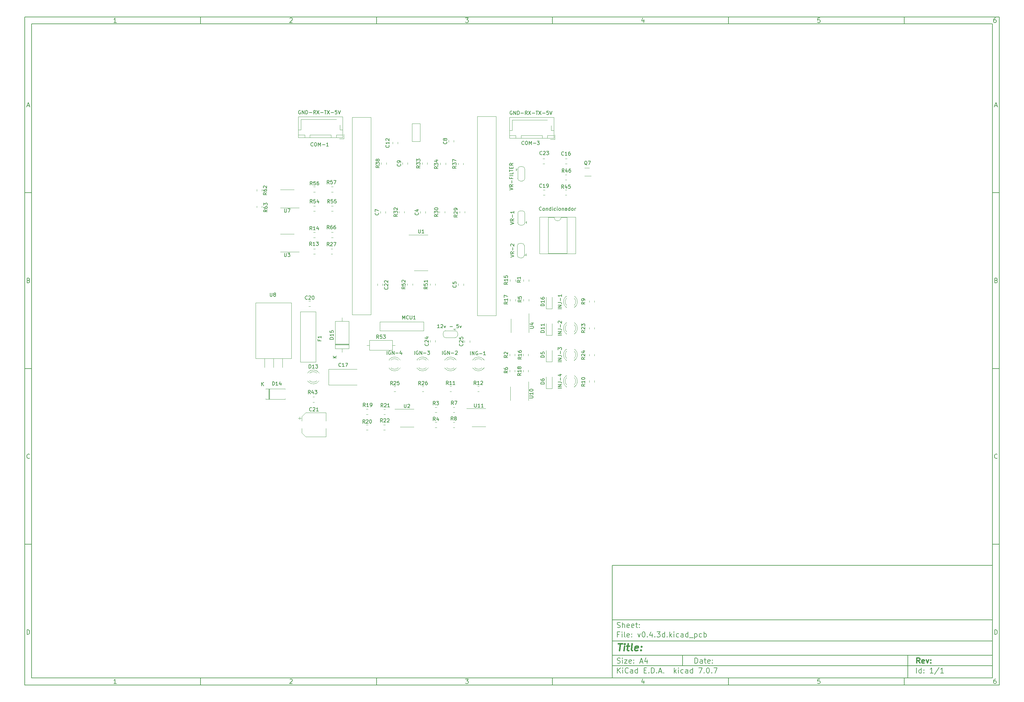
<source format=gbr>
%TF.GenerationSoftware,KiCad,Pcbnew,7.0.7*%
%TF.CreationDate,2024-10-02T11:43:54-03:00*%
%TF.ProjectId,v0.4.3d,76302e34-2e33-4642-9e6b-696361645f70,rev?*%
%TF.SameCoordinates,Original*%
%TF.FileFunction,Legend,Top*%
%TF.FilePolarity,Positive*%
%FSLAX46Y46*%
G04 Gerber Fmt 4.6, Leading zero omitted, Abs format (unit mm)*
G04 Created by KiCad (PCBNEW 7.0.7) date 2024-10-02 11:43:54*
%MOMM*%
%LPD*%
G01*
G04 APERTURE LIST*
%ADD10C,0.100000*%
%ADD11C,0.150000*%
%ADD12C,0.300000*%
%ADD13C,0.400000*%
%ADD14C,0.120000*%
G04 APERTURE END LIST*
D10*
D11*
X177002200Y-166007200D02*
X285002200Y-166007200D01*
X285002200Y-198007200D01*
X177002200Y-198007200D01*
X177002200Y-166007200D01*
D10*
D11*
X10000000Y-10000000D02*
X287002200Y-10000000D01*
X287002200Y-200007200D01*
X10000000Y-200007200D01*
X10000000Y-10000000D01*
D10*
D11*
X12000000Y-12000000D02*
X285002200Y-12000000D01*
X285002200Y-198007200D01*
X12000000Y-198007200D01*
X12000000Y-12000000D01*
D10*
D11*
X60000000Y-12000000D02*
X60000000Y-10000000D01*
D10*
D11*
X110000000Y-12000000D02*
X110000000Y-10000000D01*
D10*
D11*
X160000000Y-12000000D02*
X160000000Y-10000000D01*
D10*
D11*
X210000000Y-12000000D02*
X210000000Y-10000000D01*
D10*
D11*
X260000000Y-12000000D02*
X260000000Y-10000000D01*
D10*
D11*
X36089160Y-11593604D02*
X35346303Y-11593604D01*
X35717731Y-11593604D02*
X35717731Y-10293604D01*
X35717731Y-10293604D02*
X35593922Y-10479319D01*
X35593922Y-10479319D02*
X35470112Y-10603128D01*
X35470112Y-10603128D02*
X35346303Y-10665033D01*
D10*
D11*
X85346303Y-10417414D02*
X85408207Y-10355509D01*
X85408207Y-10355509D02*
X85532017Y-10293604D01*
X85532017Y-10293604D02*
X85841541Y-10293604D01*
X85841541Y-10293604D02*
X85965350Y-10355509D01*
X85965350Y-10355509D02*
X86027255Y-10417414D01*
X86027255Y-10417414D02*
X86089160Y-10541223D01*
X86089160Y-10541223D02*
X86089160Y-10665033D01*
X86089160Y-10665033D02*
X86027255Y-10850747D01*
X86027255Y-10850747D02*
X85284398Y-11593604D01*
X85284398Y-11593604D02*
X86089160Y-11593604D01*
D10*
D11*
X135284398Y-10293604D02*
X136089160Y-10293604D01*
X136089160Y-10293604D02*
X135655826Y-10788842D01*
X135655826Y-10788842D02*
X135841541Y-10788842D01*
X135841541Y-10788842D02*
X135965350Y-10850747D01*
X135965350Y-10850747D02*
X136027255Y-10912652D01*
X136027255Y-10912652D02*
X136089160Y-11036461D01*
X136089160Y-11036461D02*
X136089160Y-11345985D01*
X136089160Y-11345985D02*
X136027255Y-11469795D01*
X136027255Y-11469795D02*
X135965350Y-11531700D01*
X135965350Y-11531700D02*
X135841541Y-11593604D01*
X135841541Y-11593604D02*
X135470112Y-11593604D01*
X135470112Y-11593604D02*
X135346303Y-11531700D01*
X135346303Y-11531700D02*
X135284398Y-11469795D01*
D10*
D11*
X185965350Y-10726938D02*
X185965350Y-11593604D01*
X185655826Y-10231700D02*
X185346303Y-11160271D01*
X185346303Y-11160271D02*
X186151064Y-11160271D01*
D10*
D11*
X236027255Y-10293604D02*
X235408207Y-10293604D01*
X235408207Y-10293604D02*
X235346303Y-10912652D01*
X235346303Y-10912652D02*
X235408207Y-10850747D01*
X235408207Y-10850747D02*
X235532017Y-10788842D01*
X235532017Y-10788842D02*
X235841541Y-10788842D01*
X235841541Y-10788842D02*
X235965350Y-10850747D01*
X235965350Y-10850747D02*
X236027255Y-10912652D01*
X236027255Y-10912652D02*
X236089160Y-11036461D01*
X236089160Y-11036461D02*
X236089160Y-11345985D01*
X236089160Y-11345985D02*
X236027255Y-11469795D01*
X236027255Y-11469795D02*
X235965350Y-11531700D01*
X235965350Y-11531700D02*
X235841541Y-11593604D01*
X235841541Y-11593604D02*
X235532017Y-11593604D01*
X235532017Y-11593604D02*
X235408207Y-11531700D01*
X235408207Y-11531700D02*
X235346303Y-11469795D01*
D10*
D11*
X285965350Y-10293604D02*
X285717731Y-10293604D01*
X285717731Y-10293604D02*
X285593922Y-10355509D01*
X285593922Y-10355509D02*
X285532017Y-10417414D01*
X285532017Y-10417414D02*
X285408207Y-10603128D01*
X285408207Y-10603128D02*
X285346303Y-10850747D01*
X285346303Y-10850747D02*
X285346303Y-11345985D01*
X285346303Y-11345985D02*
X285408207Y-11469795D01*
X285408207Y-11469795D02*
X285470112Y-11531700D01*
X285470112Y-11531700D02*
X285593922Y-11593604D01*
X285593922Y-11593604D02*
X285841541Y-11593604D01*
X285841541Y-11593604D02*
X285965350Y-11531700D01*
X285965350Y-11531700D02*
X286027255Y-11469795D01*
X286027255Y-11469795D02*
X286089160Y-11345985D01*
X286089160Y-11345985D02*
X286089160Y-11036461D01*
X286089160Y-11036461D02*
X286027255Y-10912652D01*
X286027255Y-10912652D02*
X285965350Y-10850747D01*
X285965350Y-10850747D02*
X285841541Y-10788842D01*
X285841541Y-10788842D02*
X285593922Y-10788842D01*
X285593922Y-10788842D02*
X285470112Y-10850747D01*
X285470112Y-10850747D02*
X285408207Y-10912652D01*
X285408207Y-10912652D02*
X285346303Y-11036461D01*
D10*
D11*
X60000000Y-198007200D02*
X60000000Y-200007200D01*
D10*
D11*
X110000000Y-198007200D02*
X110000000Y-200007200D01*
D10*
D11*
X160000000Y-198007200D02*
X160000000Y-200007200D01*
D10*
D11*
X210000000Y-198007200D02*
X210000000Y-200007200D01*
D10*
D11*
X260000000Y-198007200D02*
X260000000Y-200007200D01*
D10*
D11*
X36089160Y-199600804D02*
X35346303Y-199600804D01*
X35717731Y-199600804D02*
X35717731Y-198300804D01*
X35717731Y-198300804D02*
X35593922Y-198486519D01*
X35593922Y-198486519D02*
X35470112Y-198610328D01*
X35470112Y-198610328D02*
X35346303Y-198672233D01*
D10*
D11*
X85346303Y-198424614D02*
X85408207Y-198362709D01*
X85408207Y-198362709D02*
X85532017Y-198300804D01*
X85532017Y-198300804D02*
X85841541Y-198300804D01*
X85841541Y-198300804D02*
X85965350Y-198362709D01*
X85965350Y-198362709D02*
X86027255Y-198424614D01*
X86027255Y-198424614D02*
X86089160Y-198548423D01*
X86089160Y-198548423D02*
X86089160Y-198672233D01*
X86089160Y-198672233D02*
X86027255Y-198857947D01*
X86027255Y-198857947D02*
X85284398Y-199600804D01*
X85284398Y-199600804D02*
X86089160Y-199600804D01*
D10*
D11*
X135284398Y-198300804D02*
X136089160Y-198300804D01*
X136089160Y-198300804D02*
X135655826Y-198796042D01*
X135655826Y-198796042D02*
X135841541Y-198796042D01*
X135841541Y-198796042D02*
X135965350Y-198857947D01*
X135965350Y-198857947D02*
X136027255Y-198919852D01*
X136027255Y-198919852D02*
X136089160Y-199043661D01*
X136089160Y-199043661D02*
X136089160Y-199353185D01*
X136089160Y-199353185D02*
X136027255Y-199476995D01*
X136027255Y-199476995D02*
X135965350Y-199538900D01*
X135965350Y-199538900D02*
X135841541Y-199600804D01*
X135841541Y-199600804D02*
X135470112Y-199600804D01*
X135470112Y-199600804D02*
X135346303Y-199538900D01*
X135346303Y-199538900D02*
X135284398Y-199476995D01*
D10*
D11*
X185965350Y-198734138D02*
X185965350Y-199600804D01*
X185655826Y-198238900D02*
X185346303Y-199167471D01*
X185346303Y-199167471D02*
X186151064Y-199167471D01*
D10*
D11*
X236027255Y-198300804D02*
X235408207Y-198300804D01*
X235408207Y-198300804D02*
X235346303Y-198919852D01*
X235346303Y-198919852D02*
X235408207Y-198857947D01*
X235408207Y-198857947D02*
X235532017Y-198796042D01*
X235532017Y-198796042D02*
X235841541Y-198796042D01*
X235841541Y-198796042D02*
X235965350Y-198857947D01*
X235965350Y-198857947D02*
X236027255Y-198919852D01*
X236027255Y-198919852D02*
X236089160Y-199043661D01*
X236089160Y-199043661D02*
X236089160Y-199353185D01*
X236089160Y-199353185D02*
X236027255Y-199476995D01*
X236027255Y-199476995D02*
X235965350Y-199538900D01*
X235965350Y-199538900D02*
X235841541Y-199600804D01*
X235841541Y-199600804D02*
X235532017Y-199600804D01*
X235532017Y-199600804D02*
X235408207Y-199538900D01*
X235408207Y-199538900D02*
X235346303Y-199476995D01*
D10*
D11*
X285965350Y-198300804D02*
X285717731Y-198300804D01*
X285717731Y-198300804D02*
X285593922Y-198362709D01*
X285593922Y-198362709D02*
X285532017Y-198424614D01*
X285532017Y-198424614D02*
X285408207Y-198610328D01*
X285408207Y-198610328D02*
X285346303Y-198857947D01*
X285346303Y-198857947D02*
X285346303Y-199353185D01*
X285346303Y-199353185D02*
X285408207Y-199476995D01*
X285408207Y-199476995D02*
X285470112Y-199538900D01*
X285470112Y-199538900D02*
X285593922Y-199600804D01*
X285593922Y-199600804D02*
X285841541Y-199600804D01*
X285841541Y-199600804D02*
X285965350Y-199538900D01*
X285965350Y-199538900D02*
X286027255Y-199476995D01*
X286027255Y-199476995D02*
X286089160Y-199353185D01*
X286089160Y-199353185D02*
X286089160Y-199043661D01*
X286089160Y-199043661D02*
X286027255Y-198919852D01*
X286027255Y-198919852D02*
X285965350Y-198857947D01*
X285965350Y-198857947D02*
X285841541Y-198796042D01*
X285841541Y-198796042D02*
X285593922Y-198796042D01*
X285593922Y-198796042D02*
X285470112Y-198857947D01*
X285470112Y-198857947D02*
X285408207Y-198919852D01*
X285408207Y-198919852D02*
X285346303Y-199043661D01*
D10*
D11*
X10000000Y-60000000D02*
X12000000Y-60000000D01*
D10*
D11*
X10000000Y-110000000D02*
X12000000Y-110000000D01*
D10*
D11*
X10000000Y-160000000D02*
X12000000Y-160000000D01*
D10*
D11*
X10690476Y-35222176D02*
X11309523Y-35222176D01*
X10566666Y-35593604D02*
X10999999Y-34293604D01*
X10999999Y-34293604D02*
X11433333Y-35593604D01*
D10*
D11*
X11092857Y-84912652D02*
X11278571Y-84974557D01*
X11278571Y-84974557D02*
X11340476Y-85036461D01*
X11340476Y-85036461D02*
X11402380Y-85160271D01*
X11402380Y-85160271D02*
X11402380Y-85345985D01*
X11402380Y-85345985D02*
X11340476Y-85469795D01*
X11340476Y-85469795D02*
X11278571Y-85531700D01*
X11278571Y-85531700D02*
X11154761Y-85593604D01*
X11154761Y-85593604D02*
X10659523Y-85593604D01*
X10659523Y-85593604D02*
X10659523Y-84293604D01*
X10659523Y-84293604D02*
X11092857Y-84293604D01*
X11092857Y-84293604D02*
X11216666Y-84355509D01*
X11216666Y-84355509D02*
X11278571Y-84417414D01*
X11278571Y-84417414D02*
X11340476Y-84541223D01*
X11340476Y-84541223D02*
X11340476Y-84665033D01*
X11340476Y-84665033D02*
X11278571Y-84788842D01*
X11278571Y-84788842D02*
X11216666Y-84850747D01*
X11216666Y-84850747D02*
X11092857Y-84912652D01*
X11092857Y-84912652D02*
X10659523Y-84912652D01*
D10*
D11*
X11402380Y-135469795D02*
X11340476Y-135531700D01*
X11340476Y-135531700D02*
X11154761Y-135593604D01*
X11154761Y-135593604D02*
X11030952Y-135593604D01*
X11030952Y-135593604D02*
X10845238Y-135531700D01*
X10845238Y-135531700D02*
X10721428Y-135407890D01*
X10721428Y-135407890D02*
X10659523Y-135284080D01*
X10659523Y-135284080D02*
X10597619Y-135036461D01*
X10597619Y-135036461D02*
X10597619Y-134850747D01*
X10597619Y-134850747D02*
X10659523Y-134603128D01*
X10659523Y-134603128D02*
X10721428Y-134479319D01*
X10721428Y-134479319D02*
X10845238Y-134355509D01*
X10845238Y-134355509D02*
X11030952Y-134293604D01*
X11030952Y-134293604D02*
X11154761Y-134293604D01*
X11154761Y-134293604D02*
X11340476Y-134355509D01*
X11340476Y-134355509D02*
X11402380Y-134417414D01*
D10*
D11*
X10659523Y-185593604D02*
X10659523Y-184293604D01*
X10659523Y-184293604D02*
X10969047Y-184293604D01*
X10969047Y-184293604D02*
X11154761Y-184355509D01*
X11154761Y-184355509D02*
X11278571Y-184479319D01*
X11278571Y-184479319D02*
X11340476Y-184603128D01*
X11340476Y-184603128D02*
X11402380Y-184850747D01*
X11402380Y-184850747D02*
X11402380Y-185036461D01*
X11402380Y-185036461D02*
X11340476Y-185284080D01*
X11340476Y-185284080D02*
X11278571Y-185407890D01*
X11278571Y-185407890D02*
X11154761Y-185531700D01*
X11154761Y-185531700D02*
X10969047Y-185593604D01*
X10969047Y-185593604D02*
X10659523Y-185593604D01*
D10*
D11*
X287002200Y-60000000D02*
X285002200Y-60000000D01*
D10*
D11*
X287002200Y-110000000D02*
X285002200Y-110000000D01*
D10*
D11*
X287002200Y-160000000D02*
X285002200Y-160000000D01*
D10*
D11*
X285692676Y-35222176D02*
X286311723Y-35222176D01*
X285568866Y-35593604D02*
X286002199Y-34293604D01*
X286002199Y-34293604D02*
X286435533Y-35593604D01*
D10*
D11*
X286095057Y-84912652D02*
X286280771Y-84974557D01*
X286280771Y-84974557D02*
X286342676Y-85036461D01*
X286342676Y-85036461D02*
X286404580Y-85160271D01*
X286404580Y-85160271D02*
X286404580Y-85345985D01*
X286404580Y-85345985D02*
X286342676Y-85469795D01*
X286342676Y-85469795D02*
X286280771Y-85531700D01*
X286280771Y-85531700D02*
X286156961Y-85593604D01*
X286156961Y-85593604D02*
X285661723Y-85593604D01*
X285661723Y-85593604D02*
X285661723Y-84293604D01*
X285661723Y-84293604D02*
X286095057Y-84293604D01*
X286095057Y-84293604D02*
X286218866Y-84355509D01*
X286218866Y-84355509D02*
X286280771Y-84417414D01*
X286280771Y-84417414D02*
X286342676Y-84541223D01*
X286342676Y-84541223D02*
X286342676Y-84665033D01*
X286342676Y-84665033D02*
X286280771Y-84788842D01*
X286280771Y-84788842D02*
X286218866Y-84850747D01*
X286218866Y-84850747D02*
X286095057Y-84912652D01*
X286095057Y-84912652D02*
X285661723Y-84912652D01*
D10*
D11*
X286404580Y-135469795D02*
X286342676Y-135531700D01*
X286342676Y-135531700D02*
X286156961Y-135593604D01*
X286156961Y-135593604D02*
X286033152Y-135593604D01*
X286033152Y-135593604D02*
X285847438Y-135531700D01*
X285847438Y-135531700D02*
X285723628Y-135407890D01*
X285723628Y-135407890D02*
X285661723Y-135284080D01*
X285661723Y-135284080D02*
X285599819Y-135036461D01*
X285599819Y-135036461D02*
X285599819Y-134850747D01*
X285599819Y-134850747D02*
X285661723Y-134603128D01*
X285661723Y-134603128D02*
X285723628Y-134479319D01*
X285723628Y-134479319D02*
X285847438Y-134355509D01*
X285847438Y-134355509D02*
X286033152Y-134293604D01*
X286033152Y-134293604D02*
X286156961Y-134293604D01*
X286156961Y-134293604D02*
X286342676Y-134355509D01*
X286342676Y-134355509D02*
X286404580Y-134417414D01*
D10*
D11*
X285661723Y-185593604D02*
X285661723Y-184293604D01*
X285661723Y-184293604D02*
X285971247Y-184293604D01*
X285971247Y-184293604D02*
X286156961Y-184355509D01*
X286156961Y-184355509D02*
X286280771Y-184479319D01*
X286280771Y-184479319D02*
X286342676Y-184603128D01*
X286342676Y-184603128D02*
X286404580Y-184850747D01*
X286404580Y-184850747D02*
X286404580Y-185036461D01*
X286404580Y-185036461D02*
X286342676Y-185284080D01*
X286342676Y-185284080D02*
X286280771Y-185407890D01*
X286280771Y-185407890D02*
X286156961Y-185531700D01*
X286156961Y-185531700D02*
X285971247Y-185593604D01*
X285971247Y-185593604D02*
X285661723Y-185593604D01*
D10*
D11*
X200458026Y-193793328D02*
X200458026Y-192293328D01*
X200458026Y-192293328D02*
X200815169Y-192293328D01*
X200815169Y-192293328D02*
X201029455Y-192364757D01*
X201029455Y-192364757D02*
X201172312Y-192507614D01*
X201172312Y-192507614D02*
X201243741Y-192650471D01*
X201243741Y-192650471D02*
X201315169Y-192936185D01*
X201315169Y-192936185D02*
X201315169Y-193150471D01*
X201315169Y-193150471D02*
X201243741Y-193436185D01*
X201243741Y-193436185D02*
X201172312Y-193579042D01*
X201172312Y-193579042D02*
X201029455Y-193721900D01*
X201029455Y-193721900D02*
X200815169Y-193793328D01*
X200815169Y-193793328D02*
X200458026Y-193793328D01*
X202600884Y-193793328D02*
X202600884Y-193007614D01*
X202600884Y-193007614D02*
X202529455Y-192864757D01*
X202529455Y-192864757D02*
X202386598Y-192793328D01*
X202386598Y-192793328D02*
X202100884Y-192793328D01*
X202100884Y-192793328D02*
X201958026Y-192864757D01*
X202600884Y-193721900D02*
X202458026Y-193793328D01*
X202458026Y-193793328D02*
X202100884Y-193793328D01*
X202100884Y-193793328D02*
X201958026Y-193721900D01*
X201958026Y-193721900D02*
X201886598Y-193579042D01*
X201886598Y-193579042D02*
X201886598Y-193436185D01*
X201886598Y-193436185D02*
X201958026Y-193293328D01*
X201958026Y-193293328D02*
X202100884Y-193221900D01*
X202100884Y-193221900D02*
X202458026Y-193221900D01*
X202458026Y-193221900D02*
X202600884Y-193150471D01*
X203100884Y-192793328D02*
X203672312Y-192793328D01*
X203315169Y-192293328D02*
X203315169Y-193579042D01*
X203315169Y-193579042D02*
X203386598Y-193721900D01*
X203386598Y-193721900D02*
X203529455Y-193793328D01*
X203529455Y-193793328D02*
X203672312Y-193793328D01*
X204743741Y-193721900D02*
X204600884Y-193793328D01*
X204600884Y-193793328D02*
X204315170Y-193793328D01*
X204315170Y-193793328D02*
X204172312Y-193721900D01*
X204172312Y-193721900D02*
X204100884Y-193579042D01*
X204100884Y-193579042D02*
X204100884Y-193007614D01*
X204100884Y-193007614D02*
X204172312Y-192864757D01*
X204172312Y-192864757D02*
X204315170Y-192793328D01*
X204315170Y-192793328D02*
X204600884Y-192793328D01*
X204600884Y-192793328D02*
X204743741Y-192864757D01*
X204743741Y-192864757D02*
X204815170Y-193007614D01*
X204815170Y-193007614D02*
X204815170Y-193150471D01*
X204815170Y-193150471D02*
X204100884Y-193293328D01*
X205458026Y-193650471D02*
X205529455Y-193721900D01*
X205529455Y-193721900D02*
X205458026Y-193793328D01*
X205458026Y-193793328D02*
X205386598Y-193721900D01*
X205386598Y-193721900D02*
X205458026Y-193650471D01*
X205458026Y-193650471D02*
X205458026Y-193793328D01*
X205458026Y-192864757D02*
X205529455Y-192936185D01*
X205529455Y-192936185D02*
X205458026Y-193007614D01*
X205458026Y-193007614D02*
X205386598Y-192936185D01*
X205386598Y-192936185D02*
X205458026Y-192864757D01*
X205458026Y-192864757D02*
X205458026Y-193007614D01*
D10*
D11*
X177002200Y-194507200D02*
X285002200Y-194507200D01*
D10*
D11*
X178458026Y-196593328D02*
X178458026Y-195093328D01*
X179315169Y-196593328D02*
X178672312Y-195736185D01*
X179315169Y-195093328D02*
X178458026Y-195950471D01*
X179958026Y-196593328D02*
X179958026Y-195593328D01*
X179958026Y-195093328D02*
X179886598Y-195164757D01*
X179886598Y-195164757D02*
X179958026Y-195236185D01*
X179958026Y-195236185D02*
X180029455Y-195164757D01*
X180029455Y-195164757D02*
X179958026Y-195093328D01*
X179958026Y-195093328D02*
X179958026Y-195236185D01*
X181529455Y-196450471D02*
X181458027Y-196521900D01*
X181458027Y-196521900D02*
X181243741Y-196593328D01*
X181243741Y-196593328D02*
X181100884Y-196593328D01*
X181100884Y-196593328D02*
X180886598Y-196521900D01*
X180886598Y-196521900D02*
X180743741Y-196379042D01*
X180743741Y-196379042D02*
X180672312Y-196236185D01*
X180672312Y-196236185D02*
X180600884Y-195950471D01*
X180600884Y-195950471D02*
X180600884Y-195736185D01*
X180600884Y-195736185D02*
X180672312Y-195450471D01*
X180672312Y-195450471D02*
X180743741Y-195307614D01*
X180743741Y-195307614D02*
X180886598Y-195164757D01*
X180886598Y-195164757D02*
X181100884Y-195093328D01*
X181100884Y-195093328D02*
X181243741Y-195093328D01*
X181243741Y-195093328D02*
X181458027Y-195164757D01*
X181458027Y-195164757D02*
X181529455Y-195236185D01*
X182815170Y-196593328D02*
X182815170Y-195807614D01*
X182815170Y-195807614D02*
X182743741Y-195664757D01*
X182743741Y-195664757D02*
X182600884Y-195593328D01*
X182600884Y-195593328D02*
X182315170Y-195593328D01*
X182315170Y-195593328D02*
X182172312Y-195664757D01*
X182815170Y-196521900D02*
X182672312Y-196593328D01*
X182672312Y-196593328D02*
X182315170Y-196593328D01*
X182315170Y-196593328D02*
X182172312Y-196521900D01*
X182172312Y-196521900D02*
X182100884Y-196379042D01*
X182100884Y-196379042D02*
X182100884Y-196236185D01*
X182100884Y-196236185D02*
X182172312Y-196093328D01*
X182172312Y-196093328D02*
X182315170Y-196021900D01*
X182315170Y-196021900D02*
X182672312Y-196021900D01*
X182672312Y-196021900D02*
X182815170Y-195950471D01*
X184172313Y-196593328D02*
X184172313Y-195093328D01*
X184172313Y-196521900D02*
X184029455Y-196593328D01*
X184029455Y-196593328D02*
X183743741Y-196593328D01*
X183743741Y-196593328D02*
X183600884Y-196521900D01*
X183600884Y-196521900D02*
X183529455Y-196450471D01*
X183529455Y-196450471D02*
X183458027Y-196307614D01*
X183458027Y-196307614D02*
X183458027Y-195879042D01*
X183458027Y-195879042D02*
X183529455Y-195736185D01*
X183529455Y-195736185D02*
X183600884Y-195664757D01*
X183600884Y-195664757D02*
X183743741Y-195593328D01*
X183743741Y-195593328D02*
X184029455Y-195593328D01*
X184029455Y-195593328D02*
X184172313Y-195664757D01*
X186029455Y-195807614D02*
X186529455Y-195807614D01*
X186743741Y-196593328D02*
X186029455Y-196593328D01*
X186029455Y-196593328D02*
X186029455Y-195093328D01*
X186029455Y-195093328D02*
X186743741Y-195093328D01*
X187386598Y-196450471D02*
X187458027Y-196521900D01*
X187458027Y-196521900D02*
X187386598Y-196593328D01*
X187386598Y-196593328D02*
X187315170Y-196521900D01*
X187315170Y-196521900D02*
X187386598Y-196450471D01*
X187386598Y-196450471D02*
X187386598Y-196593328D01*
X188100884Y-196593328D02*
X188100884Y-195093328D01*
X188100884Y-195093328D02*
X188458027Y-195093328D01*
X188458027Y-195093328D02*
X188672313Y-195164757D01*
X188672313Y-195164757D02*
X188815170Y-195307614D01*
X188815170Y-195307614D02*
X188886599Y-195450471D01*
X188886599Y-195450471D02*
X188958027Y-195736185D01*
X188958027Y-195736185D02*
X188958027Y-195950471D01*
X188958027Y-195950471D02*
X188886599Y-196236185D01*
X188886599Y-196236185D02*
X188815170Y-196379042D01*
X188815170Y-196379042D02*
X188672313Y-196521900D01*
X188672313Y-196521900D02*
X188458027Y-196593328D01*
X188458027Y-196593328D02*
X188100884Y-196593328D01*
X189600884Y-196450471D02*
X189672313Y-196521900D01*
X189672313Y-196521900D02*
X189600884Y-196593328D01*
X189600884Y-196593328D02*
X189529456Y-196521900D01*
X189529456Y-196521900D02*
X189600884Y-196450471D01*
X189600884Y-196450471D02*
X189600884Y-196593328D01*
X190243742Y-196164757D02*
X190958028Y-196164757D01*
X190100885Y-196593328D02*
X190600885Y-195093328D01*
X190600885Y-195093328D02*
X191100885Y-196593328D01*
X191600884Y-196450471D02*
X191672313Y-196521900D01*
X191672313Y-196521900D02*
X191600884Y-196593328D01*
X191600884Y-196593328D02*
X191529456Y-196521900D01*
X191529456Y-196521900D02*
X191600884Y-196450471D01*
X191600884Y-196450471D02*
X191600884Y-196593328D01*
X194600884Y-196593328D02*
X194600884Y-195093328D01*
X194743742Y-196021900D02*
X195172313Y-196593328D01*
X195172313Y-195593328D02*
X194600884Y-196164757D01*
X195815170Y-196593328D02*
X195815170Y-195593328D01*
X195815170Y-195093328D02*
X195743742Y-195164757D01*
X195743742Y-195164757D02*
X195815170Y-195236185D01*
X195815170Y-195236185D02*
X195886599Y-195164757D01*
X195886599Y-195164757D02*
X195815170Y-195093328D01*
X195815170Y-195093328D02*
X195815170Y-195236185D01*
X197172314Y-196521900D02*
X197029456Y-196593328D01*
X197029456Y-196593328D02*
X196743742Y-196593328D01*
X196743742Y-196593328D02*
X196600885Y-196521900D01*
X196600885Y-196521900D02*
X196529456Y-196450471D01*
X196529456Y-196450471D02*
X196458028Y-196307614D01*
X196458028Y-196307614D02*
X196458028Y-195879042D01*
X196458028Y-195879042D02*
X196529456Y-195736185D01*
X196529456Y-195736185D02*
X196600885Y-195664757D01*
X196600885Y-195664757D02*
X196743742Y-195593328D01*
X196743742Y-195593328D02*
X197029456Y-195593328D01*
X197029456Y-195593328D02*
X197172314Y-195664757D01*
X198458028Y-196593328D02*
X198458028Y-195807614D01*
X198458028Y-195807614D02*
X198386599Y-195664757D01*
X198386599Y-195664757D02*
X198243742Y-195593328D01*
X198243742Y-195593328D02*
X197958028Y-195593328D01*
X197958028Y-195593328D02*
X197815170Y-195664757D01*
X198458028Y-196521900D02*
X198315170Y-196593328D01*
X198315170Y-196593328D02*
X197958028Y-196593328D01*
X197958028Y-196593328D02*
X197815170Y-196521900D01*
X197815170Y-196521900D02*
X197743742Y-196379042D01*
X197743742Y-196379042D02*
X197743742Y-196236185D01*
X197743742Y-196236185D02*
X197815170Y-196093328D01*
X197815170Y-196093328D02*
X197958028Y-196021900D01*
X197958028Y-196021900D02*
X198315170Y-196021900D01*
X198315170Y-196021900D02*
X198458028Y-195950471D01*
X199815171Y-196593328D02*
X199815171Y-195093328D01*
X199815171Y-196521900D02*
X199672313Y-196593328D01*
X199672313Y-196593328D02*
X199386599Y-196593328D01*
X199386599Y-196593328D02*
X199243742Y-196521900D01*
X199243742Y-196521900D02*
X199172313Y-196450471D01*
X199172313Y-196450471D02*
X199100885Y-196307614D01*
X199100885Y-196307614D02*
X199100885Y-195879042D01*
X199100885Y-195879042D02*
X199172313Y-195736185D01*
X199172313Y-195736185D02*
X199243742Y-195664757D01*
X199243742Y-195664757D02*
X199386599Y-195593328D01*
X199386599Y-195593328D02*
X199672313Y-195593328D01*
X199672313Y-195593328D02*
X199815171Y-195664757D01*
X201529456Y-195093328D02*
X202529456Y-195093328D01*
X202529456Y-195093328D02*
X201886599Y-196593328D01*
X203100884Y-196450471D02*
X203172313Y-196521900D01*
X203172313Y-196521900D02*
X203100884Y-196593328D01*
X203100884Y-196593328D02*
X203029456Y-196521900D01*
X203029456Y-196521900D02*
X203100884Y-196450471D01*
X203100884Y-196450471D02*
X203100884Y-196593328D01*
X204100885Y-195093328D02*
X204243742Y-195093328D01*
X204243742Y-195093328D02*
X204386599Y-195164757D01*
X204386599Y-195164757D02*
X204458028Y-195236185D01*
X204458028Y-195236185D02*
X204529456Y-195379042D01*
X204529456Y-195379042D02*
X204600885Y-195664757D01*
X204600885Y-195664757D02*
X204600885Y-196021900D01*
X204600885Y-196021900D02*
X204529456Y-196307614D01*
X204529456Y-196307614D02*
X204458028Y-196450471D01*
X204458028Y-196450471D02*
X204386599Y-196521900D01*
X204386599Y-196521900D02*
X204243742Y-196593328D01*
X204243742Y-196593328D02*
X204100885Y-196593328D01*
X204100885Y-196593328D02*
X203958028Y-196521900D01*
X203958028Y-196521900D02*
X203886599Y-196450471D01*
X203886599Y-196450471D02*
X203815170Y-196307614D01*
X203815170Y-196307614D02*
X203743742Y-196021900D01*
X203743742Y-196021900D02*
X203743742Y-195664757D01*
X203743742Y-195664757D02*
X203815170Y-195379042D01*
X203815170Y-195379042D02*
X203886599Y-195236185D01*
X203886599Y-195236185D02*
X203958028Y-195164757D01*
X203958028Y-195164757D02*
X204100885Y-195093328D01*
X205243741Y-196450471D02*
X205315170Y-196521900D01*
X205315170Y-196521900D02*
X205243741Y-196593328D01*
X205243741Y-196593328D02*
X205172313Y-196521900D01*
X205172313Y-196521900D02*
X205243741Y-196450471D01*
X205243741Y-196450471D02*
X205243741Y-196593328D01*
X205815170Y-195093328D02*
X206815170Y-195093328D01*
X206815170Y-195093328D02*
X206172313Y-196593328D01*
D10*
D11*
X177002200Y-191507200D02*
X285002200Y-191507200D01*
D10*
D12*
X264413853Y-193785528D02*
X263913853Y-193071242D01*
X263556710Y-193785528D02*
X263556710Y-192285528D01*
X263556710Y-192285528D02*
X264128139Y-192285528D01*
X264128139Y-192285528D02*
X264270996Y-192356957D01*
X264270996Y-192356957D02*
X264342425Y-192428385D01*
X264342425Y-192428385D02*
X264413853Y-192571242D01*
X264413853Y-192571242D02*
X264413853Y-192785528D01*
X264413853Y-192785528D02*
X264342425Y-192928385D01*
X264342425Y-192928385D02*
X264270996Y-192999814D01*
X264270996Y-192999814D02*
X264128139Y-193071242D01*
X264128139Y-193071242D02*
X263556710Y-193071242D01*
X265628139Y-193714100D02*
X265485282Y-193785528D01*
X265485282Y-193785528D02*
X265199568Y-193785528D01*
X265199568Y-193785528D02*
X265056710Y-193714100D01*
X265056710Y-193714100D02*
X264985282Y-193571242D01*
X264985282Y-193571242D02*
X264985282Y-192999814D01*
X264985282Y-192999814D02*
X265056710Y-192856957D01*
X265056710Y-192856957D02*
X265199568Y-192785528D01*
X265199568Y-192785528D02*
X265485282Y-192785528D01*
X265485282Y-192785528D02*
X265628139Y-192856957D01*
X265628139Y-192856957D02*
X265699568Y-192999814D01*
X265699568Y-192999814D02*
X265699568Y-193142671D01*
X265699568Y-193142671D02*
X264985282Y-193285528D01*
X266199567Y-192785528D02*
X266556710Y-193785528D01*
X266556710Y-193785528D02*
X266913853Y-192785528D01*
X267485281Y-193642671D02*
X267556710Y-193714100D01*
X267556710Y-193714100D02*
X267485281Y-193785528D01*
X267485281Y-193785528D02*
X267413853Y-193714100D01*
X267413853Y-193714100D02*
X267485281Y-193642671D01*
X267485281Y-193642671D02*
X267485281Y-193785528D01*
X267485281Y-192856957D02*
X267556710Y-192928385D01*
X267556710Y-192928385D02*
X267485281Y-192999814D01*
X267485281Y-192999814D02*
X267413853Y-192928385D01*
X267413853Y-192928385D02*
X267485281Y-192856957D01*
X267485281Y-192856957D02*
X267485281Y-192999814D01*
D10*
D11*
X178386598Y-193721900D02*
X178600884Y-193793328D01*
X178600884Y-193793328D02*
X178958026Y-193793328D01*
X178958026Y-193793328D02*
X179100884Y-193721900D01*
X179100884Y-193721900D02*
X179172312Y-193650471D01*
X179172312Y-193650471D02*
X179243741Y-193507614D01*
X179243741Y-193507614D02*
X179243741Y-193364757D01*
X179243741Y-193364757D02*
X179172312Y-193221900D01*
X179172312Y-193221900D02*
X179100884Y-193150471D01*
X179100884Y-193150471D02*
X178958026Y-193079042D01*
X178958026Y-193079042D02*
X178672312Y-193007614D01*
X178672312Y-193007614D02*
X178529455Y-192936185D01*
X178529455Y-192936185D02*
X178458026Y-192864757D01*
X178458026Y-192864757D02*
X178386598Y-192721900D01*
X178386598Y-192721900D02*
X178386598Y-192579042D01*
X178386598Y-192579042D02*
X178458026Y-192436185D01*
X178458026Y-192436185D02*
X178529455Y-192364757D01*
X178529455Y-192364757D02*
X178672312Y-192293328D01*
X178672312Y-192293328D02*
X179029455Y-192293328D01*
X179029455Y-192293328D02*
X179243741Y-192364757D01*
X179886597Y-193793328D02*
X179886597Y-192793328D01*
X179886597Y-192293328D02*
X179815169Y-192364757D01*
X179815169Y-192364757D02*
X179886597Y-192436185D01*
X179886597Y-192436185D02*
X179958026Y-192364757D01*
X179958026Y-192364757D02*
X179886597Y-192293328D01*
X179886597Y-192293328D02*
X179886597Y-192436185D01*
X180458026Y-192793328D02*
X181243741Y-192793328D01*
X181243741Y-192793328D02*
X180458026Y-193793328D01*
X180458026Y-193793328D02*
X181243741Y-193793328D01*
X182386598Y-193721900D02*
X182243741Y-193793328D01*
X182243741Y-193793328D02*
X181958027Y-193793328D01*
X181958027Y-193793328D02*
X181815169Y-193721900D01*
X181815169Y-193721900D02*
X181743741Y-193579042D01*
X181743741Y-193579042D02*
X181743741Y-193007614D01*
X181743741Y-193007614D02*
X181815169Y-192864757D01*
X181815169Y-192864757D02*
X181958027Y-192793328D01*
X181958027Y-192793328D02*
X182243741Y-192793328D01*
X182243741Y-192793328D02*
X182386598Y-192864757D01*
X182386598Y-192864757D02*
X182458027Y-193007614D01*
X182458027Y-193007614D02*
X182458027Y-193150471D01*
X182458027Y-193150471D02*
X181743741Y-193293328D01*
X183100883Y-193650471D02*
X183172312Y-193721900D01*
X183172312Y-193721900D02*
X183100883Y-193793328D01*
X183100883Y-193793328D02*
X183029455Y-193721900D01*
X183029455Y-193721900D02*
X183100883Y-193650471D01*
X183100883Y-193650471D02*
X183100883Y-193793328D01*
X183100883Y-192864757D02*
X183172312Y-192936185D01*
X183172312Y-192936185D02*
X183100883Y-193007614D01*
X183100883Y-193007614D02*
X183029455Y-192936185D01*
X183029455Y-192936185D02*
X183100883Y-192864757D01*
X183100883Y-192864757D02*
X183100883Y-193007614D01*
X184886598Y-193364757D02*
X185600884Y-193364757D01*
X184743741Y-193793328D02*
X185243741Y-192293328D01*
X185243741Y-192293328D02*
X185743741Y-193793328D01*
X186886598Y-192793328D02*
X186886598Y-193793328D01*
X186529455Y-192221900D02*
X186172312Y-193293328D01*
X186172312Y-193293328D02*
X187100883Y-193293328D01*
D10*
D11*
X263458026Y-196593328D02*
X263458026Y-195093328D01*
X264815170Y-196593328D02*
X264815170Y-195093328D01*
X264815170Y-196521900D02*
X264672312Y-196593328D01*
X264672312Y-196593328D02*
X264386598Y-196593328D01*
X264386598Y-196593328D02*
X264243741Y-196521900D01*
X264243741Y-196521900D02*
X264172312Y-196450471D01*
X264172312Y-196450471D02*
X264100884Y-196307614D01*
X264100884Y-196307614D02*
X264100884Y-195879042D01*
X264100884Y-195879042D02*
X264172312Y-195736185D01*
X264172312Y-195736185D02*
X264243741Y-195664757D01*
X264243741Y-195664757D02*
X264386598Y-195593328D01*
X264386598Y-195593328D02*
X264672312Y-195593328D01*
X264672312Y-195593328D02*
X264815170Y-195664757D01*
X265529455Y-196450471D02*
X265600884Y-196521900D01*
X265600884Y-196521900D02*
X265529455Y-196593328D01*
X265529455Y-196593328D02*
X265458027Y-196521900D01*
X265458027Y-196521900D02*
X265529455Y-196450471D01*
X265529455Y-196450471D02*
X265529455Y-196593328D01*
X265529455Y-195664757D02*
X265600884Y-195736185D01*
X265600884Y-195736185D02*
X265529455Y-195807614D01*
X265529455Y-195807614D02*
X265458027Y-195736185D01*
X265458027Y-195736185D02*
X265529455Y-195664757D01*
X265529455Y-195664757D02*
X265529455Y-195807614D01*
X268172313Y-196593328D02*
X267315170Y-196593328D01*
X267743741Y-196593328D02*
X267743741Y-195093328D01*
X267743741Y-195093328D02*
X267600884Y-195307614D01*
X267600884Y-195307614D02*
X267458027Y-195450471D01*
X267458027Y-195450471D02*
X267315170Y-195521900D01*
X269886598Y-195021900D02*
X268600884Y-196950471D01*
X271172313Y-196593328D02*
X270315170Y-196593328D01*
X270743741Y-196593328D02*
X270743741Y-195093328D01*
X270743741Y-195093328D02*
X270600884Y-195307614D01*
X270600884Y-195307614D02*
X270458027Y-195450471D01*
X270458027Y-195450471D02*
X270315170Y-195521900D01*
D10*
D11*
X177002200Y-187507200D02*
X285002200Y-187507200D01*
D10*
D13*
X178693928Y-188211638D02*
X179836785Y-188211638D01*
X179015357Y-190211638D02*
X179265357Y-188211638D01*
X180253452Y-190211638D02*
X180420119Y-188878304D01*
X180503452Y-188211638D02*
X180396309Y-188306876D01*
X180396309Y-188306876D02*
X180479643Y-188402114D01*
X180479643Y-188402114D02*
X180586786Y-188306876D01*
X180586786Y-188306876D02*
X180503452Y-188211638D01*
X180503452Y-188211638D02*
X180479643Y-188402114D01*
X181086786Y-188878304D02*
X181848690Y-188878304D01*
X181455833Y-188211638D02*
X181241548Y-189925923D01*
X181241548Y-189925923D02*
X181312976Y-190116400D01*
X181312976Y-190116400D02*
X181491548Y-190211638D01*
X181491548Y-190211638D02*
X181682024Y-190211638D01*
X182634405Y-190211638D02*
X182455833Y-190116400D01*
X182455833Y-190116400D02*
X182384405Y-189925923D01*
X182384405Y-189925923D02*
X182598690Y-188211638D01*
X184170119Y-190116400D02*
X183967738Y-190211638D01*
X183967738Y-190211638D02*
X183586785Y-190211638D01*
X183586785Y-190211638D02*
X183408214Y-190116400D01*
X183408214Y-190116400D02*
X183336785Y-189925923D01*
X183336785Y-189925923D02*
X183432024Y-189164019D01*
X183432024Y-189164019D02*
X183551071Y-188973542D01*
X183551071Y-188973542D02*
X183753452Y-188878304D01*
X183753452Y-188878304D02*
X184134404Y-188878304D01*
X184134404Y-188878304D02*
X184312976Y-188973542D01*
X184312976Y-188973542D02*
X184384404Y-189164019D01*
X184384404Y-189164019D02*
X184360595Y-189354495D01*
X184360595Y-189354495D02*
X183384404Y-189544971D01*
X185134405Y-190021161D02*
X185217738Y-190116400D01*
X185217738Y-190116400D02*
X185110595Y-190211638D01*
X185110595Y-190211638D02*
X185027262Y-190116400D01*
X185027262Y-190116400D02*
X185134405Y-190021161D01*
X185134405Y-190021161D02*
X185110595Y-190211638D01*
X185265357Y-188973542D02*
X185348690Y-189068780D01*
X185348690Y-189068780D02*
X185241548Y-189164019D01*
X185241548Y-189164019D02*
X185158214Y-189068780D01*
X185158214Y-189068780D02*
X185265357Y-188973542D01*
X185265357Y-188973542D02*
X185241548Y-189164019D01*
D10*
D11*
X178958026Y-185607614D02*
X178458026Y-185607614D01*
X178458026Y-186393328D02*
X178458026Y-184893328D01*
X178458026Y-184893328D02*
X179172312Y-184893328D01*
X179743740Y-186393328D02*
X179743740Y-185393328D01*
X179743740Y-184893328D02*
X179672312Y-184964757D01*
X179672312Y-184964757D02*
X179743740Y-185036185D01*
X179743740Y-185036185D02*
X179815169Y-184964757D01*
X179815169Y-184964757D02*
X179743740Y-184893328D01*
X179743740Y-184893328D02*
X179743740Y-185036185D01*
X180672312Y-186393328D02*
X180529455Y-186321900D01*
X180529455Y-186321900D02*
X180458026Y-186179042D01*
X180458026Y-186179042D02*
X180458026Y-184893328D01*
X181815169Y-186321900D02*
X181672312Y-186393328D01*
X181672312Y-186393328D02*
X181386598Y-186393328D01*
X181386598Y-186393328D02*
X181243740Y-186321900D01*
X181243740Y-186321900D02*
X181172312Y-186179042D01*
X181172312Y-186179042D02*
X181172312Y-185607614D01*
X181172312Y-185607614D02*
X181243740Y-185464757D01*
X181243740Y-185464757D02*
X181386598Y-185393328D01*
X181386598Y-185393328D02*
X181672312Y-185393328D01*
X181672312Y-185393328D02*
X181815169Y-185464757D01*
X181815169Y-185464757D02*
X181886598Y-185607614D01*
X181886598Y-185607614D02*
X181886598Y-185750471D01*
X181886598Y-185750471D02*
X181172312Y-185893328D01*
X182529454Y-186250471D02*
X182600883Y-186321900D01*
X182600883Y-186321900D02*
X182529454Y-186393328D01*
X182529454Y-186393328D02*
X182458026Y-186321900D01*
X182458026Y-186321900D02*
X182529454Y-186250471D01*
X182529454Y-186250471D02*
X182529454Y-186393328D01*
X182529454Y-185464757D02*
X182600883Y-185536185D01*
X182600883Y-185536185D02*
X182529454Y-185607614D01*
X182529454Y-185607614D02*
X182458026Y-185536185D01*
X182458026Y-185536185D02*
X182529454Y-185464757D01*
X182529454Y-185464757D02*
X182529454Y-185607614D01*
X184243740Y-185393328D02*
X184600883Y-186393328D01*
X184600883Y-186393328D02*
X184958026Y-185393328D01*
X185815169Y-184893328D02*
X185958026Y-184893328D01*
X185958026Y-184893328D02*
X186100883Y-184964757D01*
X186100883Y-184964757D02*
X186172312Y-185036185D01*
X186172312Y-185036185D02*
X186243740Y-185179042D01*
X186243740Y-185179042D02*
X186315169Y-185464757D01*
X186315169Y-185464757D02*
X186315169Y-185821900D01*
X186315169Y-185821900D02*
X186243740Y-186107614D01*
X186243740Y-186107614D02*
X186172312Y-186250471D01*
X186172312Y-186250471D02*
X186100883Y-186321900D01*
X186100883Y-186321900D02*
X185958026Y-186393328D01*
X185958026Y-186393328D02*
X185815169Y-186393328D01*
X185815169Y-186393328D02*
X185672312Y-186321900D01*
X185672312Y-186321900D02*
X185600883Y-186250471D01*
X185600883Y-186250471D02*
X185529454Y-186107614D01*
X185529454Y-186107614D02*
X185458026Y-185821900D01*
X185458026Y-185821900D02*
X185458026Y-185464757D01*
X185458026Y-185464757D02*
X185529454Y-185179042D01*
X185529454Y-185179042D02*
X185600883Y-185036185D01*
X185600883Y-185036185D02*
X185672312Y-184964757D01*
X185672312Y-184964757D02*
X185815169Y-184893328D01*
X186958025Y-186250471D02*
X187029454Y-186321900D01*
X187029454Y-186321900D02*
X186958025Y-186393328D01*
X186958025Y-186393328D02*
X186886597Y-186321900D01*
X186886597Y-186321900D02*
X186958025Y-186250471D01*
X186958025Y-186250471D02*
X186958025Y-186393328D01*
X188315169Y-185393328D02*
X188315169Y-186393328D01*
X187958026Y-184821900D02*
X187600883Y-185893328D01*
X187600883Y-185893328D02*
X188529454Y-185893328D01*
X189100882Y-186250471D02*
X189172311Y-186321900D01*
X189172311Y-186321900D02*
X189100882Y-186393328D01*
X189100882Y-186393328D02*
X189029454Y-186321900D01*
X189029454Y-186321900D02*
X189100882Y-186250471D01*
X189100882Y-186250471D02*
X189100882Y-186393328D01*
X189672311Y-184893328D02*
X190600883Y-184893328D01*
X190600883Y-184893328D02*
X190100883Y-185464757D01*
X190100883Y-185464757D02*
X190315168Y-185464757D01*
X190315168Y-185464757D02*
X190458026Y-185536185D01*
X190458026Y-185536185D02*
X190529454Y-185607614D01*
X190529454Y-185607614D02*
X190600883Y-185750471D01*
X190600883Y-185750471D02*
X190600883Y-186107614D01*
X190600883Y-186107614D02*
X190529454Y-186250471D01*
X190529454Y-186250471D02*
X190458026Y-186321900D01*
X190458026Y-186321900D02*
X190315168Y-186393328D01*
X190315168Y-186393328D02*
X189886597Y-186393328D01*
X189886597Y-186393328D02*
X189743740Y-186321900D01*
X189743740Y-186321900D02*
X189672311Y-186250471D01*
X191886597Y-186393328D02*
X191886597Y-184893328D01*
X191886597Y-186321900D02*
X191743739Y-186393328D01*
X191743739Y-186393328D02*
X191458025Y-186393328D01*
X191458025Y-186393328D02*
X191315168Y-186321900D01*
X191315168Y-186321900D02*
X191243739Y-186250471D01*
X191243739Y-186250471D02*
X191172311Y-186107614D01*
X191172311Y-186107614D02*
X191172311Y-185679042D01*
X191172311Y-185679042D02*
X191243739Y-185536185D01*
X191243739Y-185536185D02*
X191315168Y-185464757D01*
X191315168Y-185464757D02*
X191458025Y-185393328D01*
X191458025Y-185393328D02*
X191743739Y-185393328D01*
X191743739Y-185393328D02*
X191886597Y-185464757D01*
X192600882Y-186250471D02*
X192672311Y-186321900D01*
X192672311Y-186321900D02*
X192600882Y-186393328D01*
X192600882Y-186393328D02*
X192529454Y-186321900D01*
X192529454Y-186321900D02*
X192600882Y-186250471D01*
X192600882Y-186250471D02*
X192600882Y-186393328D01*
X193315168Y-186393328D02*
X193315168Y-184893328D01*
X193458026Y-185821900D02*
X193886597Y-186393328D01*
X193886597Y-185393328D02*
X193315168Y-185964757D01*
X194529454Y-186393328D02*
X194529454Y-185393328D01*
X194529454Y-184893328D02*
X194458026Y-184964757D01*
X194458026Y-184964757D02*
X194529454Y-185036185D01*
X194529454Y-185036185D02*
X194600883Y-184964757D01*
X194600883Y-184964757D02*
X194529454Y-184893328D01*
X194529454Y-184893328D02*
X194529454Y-185036185D01*
X195886598Y-186321900D02*
X195743740Y-186393328D01*
X195743740Y-186393328D02*
X195458026Y-186393328D01*
X195458026Y-186393328D02*
X195315169Y-186321900D01*
X195315169Y-186321900D02*
X195243740Y-186250471D01*
X195243740Y-186250471D02*
X195172312Y-186107614D01*
X195172312Y-186107614D02*
X195172312Y-185679042D01*
X195172312Y-185679042D02*
X195243740Y-185536185D01*
X195243740Y-185536185D02*
X195315169Y-185464757D01*
X195315169Y-185464757D02*
X195458026Y-185393328D01*
X195458026Y-185393328D02*
X195743740Y-185393328D01*
X195743740Y-185393328D02*
X195886598Y-185464757D01*
X197172312Y-186393328D02*
X197172312Y-185607614D01*
X197172312Y-185607614D02*
X197100883Y-185464757D01*
X197100883Y-185464757D02*
X196958026Y-185393328D01*
X196958026Y-185393328D02*
X196672312Y-185393328D01*
X196672312Y-185393328D02*
X196529454Y-185464757D01*
X197172312Y-186321900D02*
X197029454Y-186393328D01*
X197029454Y-186393328D02*
X196672312Y-186393328D01*
X196672312Y-186393328D02*
X196529454Y-186321900D01*
X196529454Y-186321900D02*
X196458026Y-186179042D01*
X196458026Y-186179042D02*
X196458026Y-186036185D01*
X196458026Y-186036185D02*
X196529454Y-185893328D01*
X196529454Y-185893328D02*
X196672312Y-185821900D01*
X196672312Y-185821900D02*
X197029454Y-185821900D01*
X197029454Y-185821900D02*
X197172312Y-185750471D01*
X198529455Y-186393328D02*
X198529455Y-184893328D01*
X198529455Y-186321900D02*
X198386597Y-186393328D01*
X198386597Y-186393328D02*
X198100883Y-186393328D01*
X198100883Y-186393328D02*
X197958026Y-186321900D01*
X197958026Y-186321900D02*
X197886597Y-186250471D01*
X197886597Y-186250471D02*
X197815169Y-186107614D01*
X197815169Y-186107614D02*
X197815169Y-185679042D01*
X197815169Y-185679042D02*
X197886597Y-185536185D01*
X197886597Y-185536185D02*
X197958026Y-185464757D01*
X197958026Y-185464757D02*
X198100883Y-185393328D01*
X198100883Y-185393328D02*
X198386597Y-185393328D01*
X198386597Y-185393328D02*
X198529455Y-185464757D01*
X198886598Y-186536185D02*
X200029455Y-186536185D01*
X200386597Y-185393328D02*
X200386597Y-186893328D01*
X200386597Y-185464757D02*
X200529455Y-185393328D01*
X200529455Y-185393328D02*
X200815169Y-185393328D01*
X200815169Y-185393328D02*
X200958026Y-185464757D01*
X200958026Y-185464757D02*
X201029455Y-185536185D01*
X201029455Y-185536185D02*
X201100883Y-185679042D01*
X201100883Y-185679042D02*
X201100883Y-186107614D01*
X201100883Y-186107614D02*
X201029455Y-186250471D01*
X201029455Y-186250471D02*
X200958026Y-186321900D01*
X200958026Y-186321900D02*
X200815169Y-186393328D01*
X200815169Y-186393328D02*
X200529455Y-186393328D01*
X200529455Y-186393328D02*
X200386597Y-186321900D01*
X202386598Y-186321900D02*
X202243740Y-186393328D01*
X202243740Y-186393328D02*
X201958026Y-186393328D01*
X201958026Y-186393328D02*
X201815169Y-186321900D01*
X201815169Y-186321900D02*
X201743740Y-186250471D01*
X201743740Y-186250471D02*
X201672312Y-186107614D01*
X201672312Y-186107614D02*
X201672312Y-185679042D01*
X201672312Y-185679042D02*
X201743740Y-185536185D01*
X201743740Y-185536185D02*
X201815169Y-185464757D01*
X201815169Y-185464757D02*
X201958026Y-185393328D01*
X201958026Y-185393328D02*
X202243740Y-185393328D01*
X202243740Y-185393328D02*
X202386598Y-185464757D01*
X203029454Y-186393328D02*
X203029454Y-184893328D01*
X203029454Y-185464757D02*
X203172312Y-185393328D01*
X203172312Y-185393328D02*
X203458026Y-185393328D01*
X203458026Y-185393328D02*
X203600883Y-185464757D01*
X203600883Y-185464757D02*
X203672312Y-185536185D01*
X203672312Y-185536185D02*
X203743740Y-185679042D01*
X203743740Y-185679042D02*
X203743740Y-186107614D01*
X203743740Y-186107614D02*
X203672312Y-186250471D01*
X203672312Y-186250471D02*
X203600883Y-186321900D01*
X203600883Y-186321900D02*
X203458026Y-186393328D01*
X203458026Y-186393328D02*
X203172312Y-186393328D01*
X203172312Y-186393328D02*
X203029454Y-186321900D01*
D10*
D11*
X177002200Y-181507200D02*
X285002200Y-181507200D01*
D10*
D11*
X178386598Y-183621900D02*
X178600884Y-183693328D01*
X178600884Y-183693328D02*
X178958026Y-183693328D01*
X178958026Y-183693328D02*
X179100884Y-183621900D01*
X179100884Y-183621900D02*
X179172312Y-183550471D01*
X179172312Y-183550471D02*
X179243741Y-183407614D01*
X179243741Y-183407614D02*
X179243741Y-183264757D01*
X179243741Y-183264757D02*
X179172312Y-183121900D01*
X179172312Y-183121900D02*
X179100884Y-183050471D01*
X179100884Y-183050471D02*
X178958026Y-182979042D01*
X178958026Y-182979042D02*
X178672312Y-182907614D01*
X178672312Y-182907614D02*
X178529455Y-182836185D01*
X178529455Y-182836185D02*
X178458026Y-182764757D01*
X178458026Y-182764757D02*
X178386598Y-182621900D01*
X178386598Y-182621900D02*
X178386598Y-182479042D01*
X178386598Y-182479042D02*
X178458026Y-182336185D01*
X178458026Y-182336185D02*
X178529455Y-182264757D01*
X178529455Y-182264757D02*
X178672312Y-182193328D01*
X178672312Y-182193328D02*
X179029455Y-182193328D01*
X179029455Y-182193328D02*
X179243741Y-182264757D01*
X179886597Y-183693328D02*
X179886597Y-182193328D01*
X180529455Y-183693328D02*
X180529455Y-182907614D01*
X180529455Y-182907614D02*
X180458026Y-182764757D01*
X180458026Y-182764757D02*
X180315169Y-182693328D01*
X180315169Y-182693328D02*
X180100883Y-182693328D01*
X180100883Y-182693328D02*
X179958026Y-182764757D01*
X179958026Y-182764757D02*
X179886597Y-182836185D01*
X181815169Y-183621900D02*
X181672312Y-183693328D01*
X181672312Y-183693328D02*
X181386598Y-183693328D01*
X181386598Y-183693328D02*
X181243740Y-183621900D01*
X181243740Y-183621900D02*
X181172312Y-183479042D01*
X181172312Y-183479042D02*
X181172312Y-182907614D01*
X181172312Y-182907614D02*
X181243740Y-182764757D01*
X181243740Y-182764757D02*
X181386598Y-182693328D01*
X181386598Y-182693328D02*
X181672312Y-182693328D01*
X181672312Y-182693328D02*
X181815169Y-182764757D01*
X181815169Y-182764757D02*
X181886598Y-182907614D01*
X181886598Y-182907614D02*
X181886598Y-183050471D01*
X181886598Y-183050471D02*
X181172312Y-183193328D01*
X183100883Y-183621900D02*
X182958026Y-183693328D01*
X182958026Y-183693328D02*
X182672312Y-183693328D01*
X182672312Y-183693328D02*
X182529454Y-183621900D01*
X182529454Y-183621900D02*
X182458026Y-183479042D01*
X182458026Y-183479042D02*
X182458026Y-182907614D01*
X182458026Y-182907614D02*
X182529454Y-182764757D01*
X182529454Y-182764757D02*
X182672312Y-182693328D01*
X182672312Y-182693328D02*
X182958026Y-182693328D01*
X182958026Y-182693328D02*
X183100883Y-182764757D01*
X183100883Y-182764757D02*
X183172312Y-182907614D01*
X183172312Y-182907614D02*
X183172312Y-183050471D01*
X183172312Y-183050471D02*
X182458026Y-183193328D01*
X183600883Y-182693328D02*
X184172311Y-182693328D01*
X183815168Y-182193328D02*
X183815168Y-183479042D01*
X183815168Y-183479042D02*
X183886597Y-183621900D01*
X183886597Y-183621900D02*
X184029454Y-183693328D01*
X184029454Y-183693328D02*
X184172311Y-183693328D01*
X184672311Y-183550471D02*
X184743740Y-183621900D01*
X184743740Y-183621900D02*
X184672311Y-183693328D01*
X184672311Y-183693328D02*
X184600883Y-183621900D01*
X184600883Y-183621900D02*
X184672311Y-183550471D01*
X184672311Y-183550471D02*
X184672311Y-183693328D01*
X184672311Y-182764757D02*
X184743740Y-182836185D01*
X184743740Y-182836185D02*
X184672311Y-182907614D01*
X184672311Y-182907614D02*
X184600883Y-182836185D01*
X184600883Y-182836185D02*
X184672311Y-182764757D01*
X184672311Y-182764757D02*
X184672311Y-182907614D01*
D10*
D12*
D10*
D11*
D10*
D11*
D10*
D11*
D10*
D11*
D10*
D11*
X197002200Y-191507200D02*
X197002200Y-194507200D01*
D10*
D11*
X261002200Y-191507200D02*
X261002200Y-198007200D01*
X88363588Y-36636438D02*
X88268350Y-36588819D01*
X88268350Y-36588819D02*
X88125493Y-36588819D01*
X88125493Y-36588819D02*
X87982636Y-36636438D01*
X87982636Y-36636438D02*
X87887398Y-36731676D01*
X87887398Y-36731676D02*
X87839779Y-36826914D01*
X87839779Y-36826914D02*
X87792160Y-37017390D01*
X87792160Y-37017390D02*
X87792160Y-37160247D01*
X87792160Y-37160247D02*
X87839779Y-37350723D01*
X87839779Y-37350723D02*
X87887398Y-37445961D01*
X87887398Y-37445961D02*
X87982636Y-37541200D01*
X87982636Y-37541200D02*
X88125493Y-37588819D01*
X88125493Y-37588819D02*
X88220731Y-37588819D01*
X88220731Y-37588819D02*
X88363588Y-37541200D01*
X88363588Y-37541200D02*
X88411207Y-37493580D01*
X88411207Y-37493580D02*
X88411207Y-37160247D01*
X88411207Y-37160247D02*
X88220731Y-37160247D01*
X88839779Y-37588819D02*
X88839779Y-36588819D01*
X88839779Y-36588819D02*
X89411207Y-37588819D01*
X89411207Y-37588819D02*
X89411207Y-36588819D01*
X89887398Y-37588819D02*
X89887398Y-36588819D01*
X89887398Y-36588819D02*
X90125493Y-36588819D01*
X90125493Y-36588819D02*
X90268350Y-36636438D01*
X90268350Y-36636438D02*
X90363588Y-36731676D01*
X90363588Y-36731676D02*
X90411207Y-36826914D01*
X90411207Y-36826914D02*
X90458826Y-37017390D01*
X90458826Y-37017390D02*
X90458826Y-37160247D01*
X90458826Y-37160247D02*
X90411207Y-37350723D01*
X90411207Y-37350723D02*
X90363588Y-37445961D01*
X90363588Y-37445961D02*
X90268350Y-37541200D01*
X90268350Y-37541200D02*
X90125493Y-37588819D01*
X90125493Y-37588819D02*
X89887398Y-37588819D01*
X90887398Y-37207866D02*
X91649303Y-37207866D01*
X92696921Y-37588819D02*
X92363588Y-37112628D01*
X92125493Y-37588819D02*
X92125493Y-36588819D01*
X92125493Y-36588819D02*
X92506445Y-36588819D01*
X92506445Y-36588819D02*
X92601683Y-36636438D01*
X92601683Y-36636438D02*
X92649302Y-36684057D01*
X92649302Y-36684057D02*
X92696921Y-36779295D01*
X92696921Y-36779295D02*
X92696921Y-36922152D01*
X92696921Y-36922152D02*
X92649302Y-37017390D01*
X92649302Y-37017390D02*
X92601683Y-37065009D01*
X92601683Y-37065009D02*
X92506445Y-37112628D01*
X92506445Y-37112628D02*
X92125493Y-37112628D01*
X93030255Y-36588819D02*
X93696921Y-37588819D01*
X93696921Y-36588819D02*
X93030255Y-37588819D01*
X94077874Y-37207866D02*
X94839779Y-37207866D01*
X95173112Y-36588819D02*
X95744540Y-36588819D01*
X95458826Y-37588819D02*
X95458826Y-36588819D01*
X95982636Y-36588819D02*
X96649302Y-37588819D01*
X96649302Y-36588819D02*
X95982636Y-37588819D01*
X97030255Y-37207866D02*
X97792160Y-37207866D01*
X98744540Y-36588819D02*
X98268350Y-36588819D01*
X98268350Y-36588819D02*
X98220731Y-37065009D01*
X98220731Y-37065009D02*
X98268350Y-37017390D01*
X98268350Y-37017390D02*
X98363588Y-36969771D01*
X98363588Y-36969771D02*
X98601683Y-36969771D01*
X98601683Y-36969771D02*
X98696921Y-37017390D01*
X98696921Y-37017390D02*
X98744540Y-37065009D01*
X98744540Y-37065009D02*
X98792159Y-37160247D01*
X98792159Y-37160247D02*
X98792159Y-37398342D01*
X98792159Y-37398342D02*
X98744540Y-37493580D01*
X98744540Y-37493580D02*
X98696921Y-37541200D01*
X98696921Y-37541200D02*
X98601683Y-37588819D01*
X98601683Y-37588819D02*
X98363588Y-37588819D01*
X98363588Y-37588819D02*
X98268350Y-37541200D01*
X98268350Y-37541200D02*
X98220731Y-37493580D01*
X99077874Y-36588819D02*
X99411207Y-37588819D01*
X99411207Y-37588819D02*
X99744540Y-36588819D01*
X148493588Y-36800438D02*
X148398350Y-36752819D01*
X148398350Y-36752819D02*
X148255493Y-36752819D01*
X148255493Y-36752819D02*
X148112636Y-36800438D01*
X148112636Y-36800438D02*
X148017398Y-36895676D01*
X148017398Y-36895676D02*
X147969779Y-36990914D01*
X147969779Y-36990914D02*
X147922160Y-37181390D01*
X147922160Y-37181390D02*
X147922160Y-37324247D01*
X147922160Y-37324247D02*
X147969779Y-37514723D01*
X147969779Y-37514723D02*
X148017398Y-37609961D01*
X148017398Y-37609961D02*
X148112636Y-37705200D01*
X148112636Y-37705200D02*
X148255493Y-37752819D01*
X148255493Y-37752819D02*
X148350731Y-37752819D01*
X148350731Y-37752819D02*
X148493588Y-37705200D01*
X148493588Y-37705200D02*
X148541207Y-37657580D01*
X148541207Y-37657580D02*
X148541207Y-37324247D01*
X148541207Y-37324247D02*
X148350731Y-37324247D01*
X148969779Y-37752819D02*
X148969779Y-36752819D01*
X148969779Y-36752819D02*
X149541207Y-37752819D01*
X149541207Y-37752819D02*
X149541207Y-36752819D01*
X150017398Y-37752819D02*
X150017398Y-36752819D01*
X150017398Y-36752819D02*
X150255493Y-36752819D01*
X150255493Y-36752819D02*
X150398350Y-36800438D01*
X150398350Y-36800438D02*
X150493588Y-36895676D01*
X150493588Y-36895676D02*
X150541207Y-36990914D01*
X150541207Y-36990914D02*
X150588826Y-37181390D01*
X150588826Y-37181390D02*
X150588826Y-37324247D01*
X150588826Y-37324247D02*
X150541207Y-37514723D01*
X150541207Y-37514723D02*
X150493588Y-37609961D01*
X150493588Y-37609961D02*
X150398350Y-37705200D01*
X150398350Y-37705200D02*
X150255493Y-37752819D01*
X150255493Y-37752819D02*
X150017398Y-37752819D01*
X151017398Y-37371866D02*
X151779303Y-37371866D01*
X152826921Y-37752819D02*
X152493588Y-37276628D01*
X152255493Y-37752819D02*
X152255493Y-36752819D01*
X152255493Y-36752819D02*
X152636445Y-36752819D01*
X152636445Y-36752819D02*
X152731683Y-36800438D01*
X152731683Y-36800438D02*
X152779302Y-36848057D01*
X152779302Y-36848057D02*
X152826921Y-36943295D01*
X152826921Y-36943295D02*
X152826921Y-37086152D01*
X152826921Y-37086152D02*
X152779302Y-37181390D01*
X152779302Y-37181390D02*
X152731683Y-37229009D01*
X152731683Y-37229009D02*
X152636445Y-37276628D01*
X152636445Y-37276628D02*
X152255493Y-37276628D01*
X153160255Y-36752819D02*
X153826921Y-37752819D01*
X153826921Y-36752819D02*
X153160255Y-37752819D01*
X154207874Y-37371866D02*
X154969779Y-37371866D01*
X155303112Y-36752819D02*
X155874540Y-36752819D01*
X155588826Y-37752819D02*
X155588826Y-36752819D01*
X156112636Y-36752819D02*
X156779302Y-37752819D01*
X156779302Y-36752819D02*
X156112636Y-37752819D01*
X157160255Y-37371866D02*
X157922160Y-37371866D01*
X158874540Y-36752819D02*
X158398350Y-36752819D01*
X158398350Y-36752819D02*
X158350731Y-37229009D01*
X158350731Y-37229009D02*
X158398350Y-37181390D01*
X158398350Y-37181390D02*
X158493588Y-37133771D01*
X158493588Y-37133771D02*
X158731683Y-37133771D01*
X158731683Y-37133771D02*
X158826921Y-37181390D01*
X158826921Y-37181390D02*
X158874540Y-37229009D01*
X158874540Y-37229009D02*
X158922159Y-37324247D01*
X158922159Y-37324247D02*
X158922159Y-37562342D01*
X158922159Y-37562342D02*
X158874540Y-37657580D01*
X158874540Y-37657580D02*
X158826921Y-37705200D01*
X158826921Y-37705200D02*
X158731683Y-37752819D01*
X158731683Y-37752819D02*
X158493588Y-37752819D01*
X158493588Y-37752819D02*
X158398350Y-37705200D01*
X158398350Y-37705200D02*
X158350731Y-37657580D01*
X159207874Y-36752819D02*
X159541207Y-37752819D01*
X159541207Y-37752819D02*
X159874540Y-36752819D01*
X153476819Y-118394094D02*
X154286342Y-118394094D01*
X154286342Y-118394094D02*
X154381580Y-118346475D01*
X154381580Y-118346475D02*
X154429200Y-118298856D01*
X154429200Y-118298856D02*
X154476819Y-118203618D01*
X154476819Y-118203618D02*
X154476819Y-118013142D01*
X154476819Y-118013142D02*
X154429200Y-117917904D01*
X154429200Y-117917904D02*
X154381580Y-117870285D01*
X154381580Y-117870285D02*
X154286342Y-117822666D01*
X154286342Y-117822666D02*
X153476819Y-117822666D01*
X154476819Y-116822666D02*
X154476819Y-117394094D01*
X154476819Y-117108380D02*
X153476819Y-117108380D01*
X153476819Y-117108380D02*
X153619676Y-117203618D01*
X153619676Y-117203618D02*
X153714914Y-117298856D01*
X153714914Y-117298856D02*
X153762533Y-117394094D01*
X153476819Y-116203618D02*
X153476819Y-116108380D01*
X153476819Y-116108380D02*
X153524438Y-116013142D01*
X153524438Y-116013142D02*
X153572057Y-115965523D01*
X153572057Y-115965523D02*
X153667295Y-115917904D01*
X153667295Y-115917904D02*
X153857771Y-115870285D01*
X153857771Y-115870285D02*
X154095866Y-115870285D01*
X154095866Y-115870285D02*
X154286342Y-115917904D01*
X154286342Y-115917904D02*
X154381580Y-115965523D01*
X154381580Y-115965523D02*
X154429200Y-116013142D01*
X154429200Y-116013142D02*
X154476819Y-116108380D01*
X154476819Y-116108380D02*
X154476819Y-116203618D01*
X154476819Y-116203618D02*
X154429200Y-116298856D01*
X154429200Y-116298856D02*
X154381580Y-116346475D01*
X154381580Y-116346475D02*
X154286342Y-116394094D01*
X154286342Y-116394094D02*
X154095866Y-116441713D01*
X154095866Y-116441713D02*
X153857771Y-116441713D01*
X153857771Y-116441713D02*
X153667295Y-116394094D01*
X153667295Y-116394094D02*
X153572057Y-116346475D01*
X153572057Y-116346475D02*
X153524438Y-116298856D01*
X153524438Y-116298856D02*
X153476819Y-116203618D01*
X83820095Y-64576819D02*
X83820095Y-65386342D01*
X83820095Y-65386342D02*
X83867714Y-65481580D01*
X83867714Y-65481580D02*
X83915333Y-65529200D01*
X83915333Y-65529200D02*
X84010571Y-65576819D01*
X84010571Y-65576819D02*
X84201047Y-65576819D01*
X84201047Y-65576819D02*
X84296285Y-65529200D01*
X84296285Y-65529200D02*
X84343904Y-65481580D01*
X84343904Y-65481580D02*
X84391523Y-65386342D01*
X84391523Y-65386342D02*
X84391523Y-64576819D01*
X84772476Y-64576819D02*
X85439142Y-64576819D01*
X85439142Y-64576819D02*
X85010571Y-65576819D01*
X153603819Y-98551904D02*
X154413342Y-98551904D01*
X154413342Y-98551904D02*
X154508580Y-98504285D01*
X154508580Y-98504285D02*
X154556200Y-98456666D01*
X154556200Y-98456666D02*
X154603819Y-98361428D01*
X154603819Y-98361428D02*
X154603819Y-98170952D01*
X154603819Y-98170952D02*
X154556200Y-98075714D01*
X154556200Y-98075714D02*
X154508580Y-98028095D01*
X154508580Y-98028095D02*
X154413342Y-97980476D01*
X154413342Y-97980476D02*
X153603819Y-97980476D01*
X153937152Y-97075714D02*
X154603819Y-97075714D01*
X153556200Y-97313809D02*
X154270485Y-97551904D01*
X154270485Y-97551904D02*
X154270485Y-96932857D01*
X83820095Y-77149819D02*
X83820095Y-77959342D01*
X83820095Y-77959342D02*
X83867714Y-78054580D01*
X83867714Y-78054580D02*
X83915333Y-78102200D01*
X83915333Y-78102200D02*
X84010571Y-78149819D01*
X84010571Y-78149819D02*
X84201047Y-78149819D01*
X84201047Y-78149819D02*
X84296285Y-78102200D01*
X84296285Y-78102200D02*
X84343904Y-78054580D01*
X84343904Y-78054580D02*
X84391523Y-77959342D01*
X84391523Y-77959342D02*
X84391523Y-77149819D01*
X84772476Y-77149819D02*
X85391523Y-77149819D01*
X85391523Y-77149819D02*
X85058190Y-77530771D01*
X85058190Y-77530771D02*
X85201047Y-77530771D01*
X85201047Y-77530771D02*
X85296285Y-77578390D01*
X85296285Y-77578390D02*
X85343904Y-77626009D01*
X85343904Y-77626009D02*
X85391523Y-77721247D01*
X85391523Y-77721247D02*
X85391523Y-77959342D01*
X85391523Y-77959342D02*
X85343904Y-78054580D01*
X85343904Y-78054580D02*
X85296285Y-78102200D01*
X85296285Y-78102200D02*
X85201047Y-78149819D01*
X85201047Y-78149819D02*
X84915333Y-78149819D01*
X84915333Y-78149819D02*
X84820095Y-78102200D01*
X84820095Y-78102200D02*
X84772476Y-78054580D01*
X78940819Y-64854057D02*
X78464628Y-65187390D01*
X78940819Y-65425485D02*
X77940819Y-65425485D01*
X77940819Y-65425485D02*
X77940819Y-65044533D01*
X77940819Y-65044533D02*
X77988438Y-64949295D01*
X77988438Y-64949295D02*
X78036057Y-64901676D01*
X78036057Y-64901676D02*
X78131295Y-64854057D01*
X78131295Y-64854057D02*
X78274152Y-64854057D01*
X78274152Y-64854057D02*
X78369390Y-64901676D01*
X78369390Y-64901676D02*
X78417009Y-64949295D01*
X78417009Y-64949295D02*
X78464628Y-65044533D01*
X78464628Y-65044533D02*
X78464628Y-65425485D01*
X77940819Y-63996914D02*
X77940819Y-64187390D01*
X77940819Y-64187390D02*
X77988438Y-64282628D01*
X77988438Y-64282628D02*
X78036057Y-64330247D01*
X78036057Y-64330247D02*
X78178914Y-64425485D01*
X78178914Y-64425485D02*
X78369390Y-64473104D01*
X78369390Y-64473104D02*
X78750342Y-64473104D01*
X78750342Y-64473104D02*
X78845580Y-64425485D01*
X78845580Y-64425485D02*
X78893200Y-64377866D01*
X78893200Y-64377866D02*
X78940819Y-64282628D01*
X78940819Y-64282628D02*
X78940819Y-64092152D01*
X78940819Y-64092152D02*
X78893200Y-63996914D01*
X78893200Y-63996914D02*
X78845580Y-63949295D01*
X78845580Y-63949295D02*
X78750342Y-63901676D01*
X78750342Y-63901676D02*
X78512247Y-63901676D01*
X78512247Y-63901676D02*
X78417009Y-63949295D01*
X78417009Y-63949295D02*
X78369390Y-63996914D01*
X78369390Y-63996914D02*
X78321771Y-64092152D01*
X78321771Y-64092152D02*
X78321771Y-64282628D01*
X78321771Y-64282628D02*
X78369390Y-64377866D01*
X78369390Y-64377866D02*
X78417009Y-64425485D01*
X78417009Y-64425485D02*
X78512247Y-64473104D01*
X77940819Y-63568342D02*
X77940819Y-62949295D01*
X77940819Y-62949295D02*
X78321771Y-63282628D01*
X78321771Y-63282628D02*
X78321771Y-63139771D01*
X78321771Y-63139771D02*
X78369390Y-63044533D01*
X78369390Y-63044533D02*
X78417009Y-62996914D01*
X78417009Y-62996914D02*
X78512247Y-62949295D01*
X78512247Y-62949295D02*
X78750342Y-62949295D01*
X78750342Y-62949295D02*
X78845580Y-62996914D01*
X78845580Y-62996914D02*
X78893200Y-63044533D01*
X78893200Y-63044533D02*
X78940819Y-63139771D01*
X78940819Y-63139771D02*
X78940819Y-63425485D01*
X78940819Y-63425485D02*
X78893200Y-63520723D01*
X78893200Y-63520723D02*
X78845580Y-63568342D01*
X78812819Y-59951857D02*
X78336628Y-60285190D01*
X78812819Y-60523285D02*
X77812819Y-60523285D01*
X77812819Y-60523285D02*
X77812819Y-60142333D01*
X77812819Y-60142333D02*
X77860438Y-60047095D01*
X77860438Y-60047095D02*
X77908057Y-59999476D01*
X77908057Y-59999476D02*
X78003295Y-59951857D01*
X78003295Y-59951857D02*
X78146152Y-59951857D01*
X78146152Y-59951857D02*
X78241390Y-59999476D01*
X78241390Y-59999476D02*
X78289009Y-60047095D01*
X78289009Y-60047095D02*
X78336628Y-60142333D01*
X78336628Y-60142333D02*
X78336628Y-60523285D01*
X77812819Y-59094714D02*
X77812819Y-59285190D01*
X77812819Y-59285190D02*
X77860438Y-59380428D01*
X77860438Y-59380428D02*
X77908057Y-59428047D01*
X77908057Y-59428047D02*
X78050914Y-59523285D01*
X78050914Y-59523285D02*
X78241390Y-59570904D01*
X78241390Y-59570904D02*
X78622342Y-59570904D01*
X78622342Y-59570904D02*
X78717580Y-59523285D01*
X78717580Y-59523285D02*
X78765200Y-59475666D01*
X78765200Y-59475666D02*
X78812819Y-59380428D01*
X78812819Y-59380428D02*
X78812819Y-59189952D01*
X78812819Y-59189952D02*
X78765200Y-59094714D01*
X78765200Y-59094714D02*
X78717580Y-59047095D01*
X78717580Y-59047095D02*
X78622342Y-58999476D01*
X78622342Y-58999476D02*
X78384247Y-58999476D01*
X78384247Y-58999476D02*
X78289009Y-59047095D01*
X78289009Y-59047095D02*
X78241390Y-59094714D01*
X78241390Y-59094714D02*
X78193771Y-59189952D01*
X78193771Y-59189952D02*
X78193771Y-59380428D01*
X78193771Y-59380428D02*
X78241390Y-59475666D01*
X78241390Y-59475666D02*
X78289009Y-59523285D01*
X78289009Y-59523285D02*
X78384247Y-59570904D01*
X77908057Y-58618523D02*
X77860438Y-58570904D01*
X77860438Y-58570904D02*
X77812819Y-58475666D01*
X77812819Y-58475666D02*
X77812819Y-58237571D01*
X77812819Y-58237571D02*
X77860438Y-58142333D01*
X77860438Y-58142333D02*
X77908057Y-58094714D01*
X77908057Y-58094714D02*
X78003295Y-58047095D01*
X78003295Y-58047095D02*
X78098533Y-58047095D01*
X78098533Y-58047095D02*
X78241390Y-58094714D01*
X78241390Y-58094714D02*
X78812819Y-58666142D01*
X78812819Y-58666142D02*
X78812819Y-58047095D01*
X91559142Y-121993580D02*
X91511523Y-122041200D01*
X91511523Y-122041200D02*
X91368666Y-122088819D01*
X91368666Y-122088819D02*
X91273428Y-122088819D01*
X91273428Y-122088819D02*
X91130571Y-122041200D01*
X91130571Y-122041200D02*
X91035333Y-121945961D01*
X91035333Y-121945961D02*
X90987714Y-121850723D01*
X90987714Y-121850723D02*
X90940095Y-121660247D01*
X90940095Y-121660247D02*
X90940095Y-121517390D01*
X90940095Y-121517390D02*
X90987714Y-121326914D01*
X90987714Y-121326914D02*
X91035333Y-121231676D01*
X91035333Y-121231676D02*
X91130571Y-121136438D01*
X91130571Y-121136438D02*
X91273428Y-121088819D01*
X91273428Y-121088819D02*
X91368666Y-121088819D01*
X91368666Y-121088819D02*
X91511523Y-121136438D01*
X91511523Y-121136438D02*
X91559142Y-121184057D01*
X91940095Y-121184057D02*
X91987714Y-121136438D01*
X91987714Y-121136438D02*
X92082952Y-121088819D01*
X92082952Y-121088819D02*
X92321047Y-121088819D01*
X92321047Y-121088819D02*
X92416285Y-121136438D01*
X92416285Y-121136438D02*
X92463904Y-121184057D01*
X92463904Y-121184057D02*
X92511523Y-121279295D01*
X92511523Y-121279295D02*
X92511523Y-121374533D01*
X92511523Y-121374533D02*
X92463904Y-121517390D01*
X92463904Y-121517390D02*
X91892476Y-122088819D01*
X91892476Y-122088819D02*
X92511523Y-122088819D01*
X93463904Y-122088819D02*
X92892476Y-122088819D01*
X93178190Y-122088819D02*
X93178190Y-121088819D01*
X93178190Y-121088819D02*
X93082952Y-121231676D01*
X93082952Y-121231676D02*
X92987714Y-121326914D01*
X92987714Y-121326914D02*
X92892476Y-121374533D01*
X163187142Y-49254580D02*
X163139523Y-49302200D01*
X163139523Y-49302200D02*
X162996666Y-49349819D01*
X162996666Y-49349819D02*
X162901428Y-49349819D01*
X162901428Y-49349819D02*
X162758571Y-49302200D01*
X162758571Y-49302200D02*
X162663333Y-49206961D01*
X162663333Y-49206961D02*
X162615714Y-49111723D01*
X162615714Y-49111723D02*
X162568095Y-48921247D01*
X162568095Y-48921247D02*
X162568095Y-48778390D01*
X162568095Y-48778390D02*
X162615714Y-48587914D01*
X162615714Y-48587914D02*
X162663333Y-48492676D01*
X162663333Y-48492676D02*
X162758571Y-48397438D01*
X162758571Y-48397438D02*
X162901428Y-48349819D01*
X162901428Y-48349819D02*
X162996666Y-48349819D01*
X162996666Y-48349819D02*
X163139523Y-48397438D01*
X163139523Y-48397438D02*
X163187142Y-48445057D01*
X164139523Y-49349819D02*
X163568095Y-49349819D01*
X163853809Y-49349819D02*
X163853809Y-48349819D01*
X163853809Y-48349819D02*
X163758571Y-48492676D01*
X163758571Y-48492676D02*
X163663333Y-48587914D01*
X163663333Y-48587914D02*
X163568095Y-48635533D01*
X164996666Y-48349819D02*
X164806190Y-48349819D01*
X164806190Y-48349819D02*
X164710952Y-48397438D01*
X164710952Y-48397438D02*
X164663333Y-48445057D01*
X164663333Y-48445057D02*
X164568095Y-48587914D01*
X164568095Y-48587914D02*
X164520476Y-48778390D01*
X164520476Y-48778390D02*
X164520476Y-49159342D01*
X164520476Y-49159342D02*
X164568095Y-49254580D01*
X164568095Y-49254580D02*
X164615714Y-49302200D01*
X164615714Y-49302200D02*
X164710952Y-49349819D01*
X164710952Y-49349819D02*
X164901428Y-49349819D01*
X164901428Y-49349819D02*
X164996666Y-49302200D01*
X164996666Y-49302200D02*
X165044285Y-49254580D01*
X165044285Y-49254580D02*
X165091904Y-49159342D01*
X165091904Y-49159342D02*
X165091904Y-48921247D01*
X165091904Y-48921247D02*
X165044285Y-48826009D01*
X165044285Y-48826009D02*
X164996666Y-48778390D01*
X164996666Y-48778390D02*
X164901428Y-48730771D01*
X164901428Y-48730771D02*
X164710952Y-48730771D01*
X164710952Y-48730771D02*
X164615714Y-48778390D01*
X164615714Y-48778390D02*
X164568095Y-48826009D01*
X164568095Y-48826009D02*
X164520476Y-48921247D01*
X131751333Y-124693819D02*
X131418000Y-124217628D01*
X131179905Y-124693819D02*
X131179905Y-123693819D01*
X131179905Y-123693819D02*
X131560857Y-123693819D01*
X131560857Y-123693819D02*
X131656095Y-123741438D01*
X131656095Y-123741438D02*
X131703714Y-123789057D01*
X131703714Y-123789057D02*
X131751333Y-123884295D01*
X131751333Y-123884295D02*
X131751333Y-124027152D01*
X131751333Y-124027152D02*
X131703714Y-124122390D01*
X131703714Y-124122390D02*
X131656095Y-124170009D01*
X131656095Y-124170009D02*
X131560857Y-124217628D01*
X131560857Y-124217628D02*
X131179905Y-124217628D01*
X132322762Y-124122390D02*
X132227524Y-124074771D01*
X132227524Y-124074771D02*
X132179905Y-124027152D01*
X132179905Y-124027152D02*
X132132286Y-123931914D01*
X132132286Y-123931914D02*
X132132286Y-123884295D01*
X132132286Y-123884295D02*
X132179905Y-123789057D01*
X132179905Y-123789057D02*
X132227524Y-123741438D01*
X132227524Y-123741438D02*
X132322762Y-123693819D01*
X132322762Y-123693819D02*
X132513238Y-123693819D01*
X132513238Y-123693819D02*
X132608476Y-123741438D01*
X132608476Y-123741438D02*
X132656095Y-123789057D01*
X132656095Y-123789057D02*
X132703714Y-123884295D01*
X132703714Y-123884295D02*
X132703714Y-123931914D01*
X132703714Y-123931914D02*
X132656095Y-124027152D01*
X132656095Y-124027152D02*
X132608476Y-124074771D01*
X132608476Y-124074771D02*
X132513238Y-124122390D01*
X132513238Y-124122390D02*
X132322762Y-124122390D01*
X132322762Y-124122390D02*
X132227524Y-124170009D01*
X132227524Y-124170009D02*
X132179905Y-124217628D01*
X132179905Y-124217628D02*
X132132286Y-124312866D01*
X132132286Y-124312866D02*
X132132286Y-124503342D01*
X132132286Y-124503342D02*
X132179905Y-124598580D01*
X132179905Y-124598580D02*
X132227524Y-124646200D01*
X132227524Y-124646200D02*
X132322762Y-124693819D01*
X132322762Y-124693819D02*
X132513238Y-124693819D01*
X132513238Y-124693819D02*
X132608476Y-124646200D01*
X132608476Y-124646200D02*
X132656095Y-124598580D01*
X132656095Y-124598580D02*
X132703714Y-124503342D01*
X132703714Y-124503342D02*
X132703714Y-124312866D01*
X132703714Y-124312866D02*
X132656095Y-124217628D01*
X132656095Y-124217628D02*
X132608476Y-124170009D01*
X132608476Y-124170009D02*
X132513238Y-124122390D01*
X136691953Y-106118819D02*
X136691953Y-105118819D01*
X137168143Y-106118819D02*
X137168143Y-105118819D01*
X137168143Y-105118819D02*
X137739571Y-106118819D01*
X137739571Y-106118819D02*
X137739571Y-105118819D01*
X138739571Y-105166438D02*
X138644333Y-105118819D01*
X138644333Y-105118819D02*
X138501476Y-105118819D01*
X138501476Y-105118819D02*
X138358619Y-105166438D01*
X138358619Y-105166438D02*
X138263381Y-105261676D01*
X138263381Y-105261676D02*
X138215762Y-105356914D01*
X138215762Y-105356914D02*
X138168143Y-105547390D01*
X138168143Y-105547390D02*
X138168143Y-105690247D01*
X138168143Y-105690247D02*
X138215762Y-105880723D01*
X138215762Y-105880723D02*
X138263381Y-105975961D01*
X138263381Y-105975961D02*
X138358619Y-106071200D01*
X138358619Y-106071200D02*
X138501476Y-106118819D01*
X138501476Y-106118819D02*
X138596714Y-106118819D01*
X138596714Y-106118819D02*
X138739571Y-106071200D01*
X138739571Y-106071200D02*
X138787190Y-106023580D01*
X138787190Y-106023580D02*
X138787190Y-105690247D01*
X138787190Y-105690247D02*
X138596714Y-105690247D01*
X139215762Y-105737866D02*
X139977667Y-105737866D01*
X140977666Y-106118819D02*
X140406238Y-106118819D01*
X140691952Y-106118819D02*
X140691952Y-105118819D01*
X140691952Y-105118819D02*
X140596714Y-105261676D01*
X140596714Y-105261676D02*
X140501476Y-105356914D01*
X140501476Y-105356914D02*
X140406238Y-105404533D01*
X112942953Y-105991819D02*
X112942953Y-104991819D01*
X113942952Y-105039438D02*
X113847714Y-104991819D01*
X113847714Y-104991819D02*
X113704857Y-104991819D01*
X113704857Y-104991819D02*
X113562000Y-105039438D01*
X113562000Y-105039438D02*
X113466762Y-105134676D01*
X113466762Y-105134676D02*
X113419143Y-105229914D01*
X113419143Y-105229914D02*
X113371524Y-105420390D01*
X113371524Y-105420390D02*
X113371524Y-105563247D01*
X113371524Y-105563247D02*
X113419143Y-105753723D01*
X113419143Y-105753723D02*
X113466762Y-105848961D01*
X113466762Y-105848961D02*
X113562000Y-105944200D01*
X113562000Y-105944200D02*
X113704857Y-105991819D01*
X113704857Y-105991819D02*
X113800095Y-105991819D01*
X113800095Y-105991819D02*
X113942952Y-105944200D01*
X113942952Y-105944200D02*
X113990571Y-105896580D01*
X113990571Y-105896580D02*
X113990571Y-105563247D01*
X113990571Y-105563247D02*
X113800095Y-105563247D01*
X114419143Y-105991819D02*
X114419143Y-104991819D01*
X114419143Y-104991819D02*
X114990571Y-105991819D01*
X114990571Y-105991819D02*
X114990571Y-104991819D01*
X115466762Y-105610866D02*
X116228667Y-105610866D01*
X117133428Y-105325152D02*
X117133428Y-105991819D01*
X116895333Y-104944200D02*
X116657238Y-105658485D01*
X116657238Y-105658485D02*
X117276285Y-105658485D01*
X162594819Y-100546999D02*
X161594819Y-100546999D01*
X162594819Y-100070809D02*
X161594819Y-100070809D01*
X161594819Y-100070809D02*
X162594819Y-99499381D01*
X162594819Y-99499381D02*
X161594819Y-99499381D01*
X161594819Y-98737476D02*
X162309104Y-98737476D01*
X162309104Y-98737476D02*
X162451961Y-98785095D01*
X162451961Y-98785095D02*
X162547200Y-98880333D01*
X162547200Y-98880333D02*
X162594819Y-99023190D01*
X162594819Y-99023190D02*
X162594819Y-99118428D01*
X162213866Y-98261285D02*
X162213866Y-97499381D01*
X161690057Y-97070809D02*
X161642438Y-97023190D01*
X161642438Y-97023190D02*
X161594819Y-96927952D01*
X161594819Y-96927952D02*
X161594819Y-96689857D01*
X161594819Y-96689857D02*
X161642438Y-96594619D01*
X161642438Y-96594619D02*
X161690057Y-96547000D01*
X161690057Y-96547000D02*
X161785295Y-96499381D01*
X161785295Y-96499381D02*
X161880533Y-96499381D01*
X161880533Y-96499381D02*
X162023390Y-96547000D01*
X162023390Y-96547000D02*
X162594819Y-97118428D01*
X162594819Y-97118428D02*
X162594819Y-96499381D01*
X151890647Y-46231980D02*
X151843028Y-46279600D01*
X151843028Y-46279600D02*
X151700171Y-46327219D01*
X151700171Y-46327219D02*
X151604933Y-46327219D01*
X151604933Y-46327219D02*
X151462076Y-46279600D01*
X151462076Y-46279600D02*
X151366838Y-46184361D01*
X151366838Y-46184361D02*
X151319219Y-46089123D01*
X151319219Y-46089123D02*
X151271600Y-45898647D01*
X151271600Y-45898647D02*
X151271600Y-45755790D01*
X151271600Y-45755790D02*
X151319219Y-45565314D01*
X151319219Y-45565314D02*
X151366838Y-45470076D01*
X151366838Y-45470076D02*
X151462076Y-45374838D01*
X151462076Y-45374838D02*
X151604933Y-45327219D01*
X151604933Y-45327219D02*
X151700171Y-45327219D01*
X151700171Y-45327219D02*
X151843028Y-45374838D01*
X151843028Y-45374838D02*
X151890647Y-45422457D01*
X152509695Y-45327219D02*
X152700171Y-45327219D01*
X152700171Y-45327219D02*
X152795409Y-45374838D01*
X152795409Y-45374838D02*
X152890647Y-45470076D01*
X152890647Y-45470076D02*
X152938266Y-45660552D01*
X152938266Y-45660552D02*
X152938266Y-45993885D01*
X152938266Y-45993885D02*
X152890647Y-46184361D01*
X152890647Y-46184361D02*
X152795409Y-46279600D01*
X152795409Y-46279600D02*
X152700171Y-46327219D01*
X152700171Y-46327219D02*
X152509695Y-46327219D01*
X152509695Y-46327219D02*
X152414457Y-46279600D01*
X152414457Y-46279600D02*
X152319219Y-46184361D01*
X152319219Y-46184361D02*
X152271600Y-45993885D01*
X152271600Y-45993885D02*
X152271600Y-45660552D01*
X152271600Y-45660552D02*
X152319219Y-45470076D01*
X152319219Y-45470076D02*
X152414457Y-45374838D01*
X152414457Y-45374838D02*
X152509695Y-45327219D01*
X153366838Y-46327219D02*
X153366838Y-45327219D01*
X153366838Y-45327219D02*
X153700171Y-46041504D01*
X153700171Y-46041504D02*
X154033504Y-45327219D01*
X154033504Y-45327219D02*
X154033504Y-46327219D01*
X154509695Y-45946266D02*
X155271600Y-45946266D01*
X155652552Y-45327219D02*
X156271599Y-45327219D01*
X156271599Y-45327219D02*
X155938266Y-45708171D01*
X155938266Y-45708171D02*
X156081123Y-45708171D01*
X156081123Y-45708171D02*
X156176361Y-45755790D01*
X156176361Y-45755790D02*
X156223980Y-45803409D01*
X156223980Y-45803409D02*
X156271599Y-45898647D01*
X156271599Y-45898647D02*
X156271599Y-46136742D01*
X156271599Y-46136742D02*
X156223980Y-46231980D01*
X156223980Y-46231980D02*
X156176361Y-46279600D01*
X156176361Y-46279600D02*
X156081123Y-46327219D01*
X156081123Y-46327219D02*
X155795409Y-46327219D01*
X155795409Y-46327219D02*
X155700171Y-46279600D01*
X155700171Y-46279600D02*
X155652552Y-46231980D01*
X157025142Y-49127580D02*
X156977523Y-49175200D01*
X156977523Y-49175200D02*
X156834666Y-49222819D01*
X156834666Y-49222819D02*
X156739428Y-49222819D01*
X156739428Y-49222819D02*
X156596571Y-49175200D01*
X156596571Y-49175200D02*
X156501333Y-49079961D01*
X156501333Y-49079961D02*
X156453714Y-48984723D01*
X156453714Y-48984723D02*
X156406095Y-48794247D01*
X156406095Y-48794247D02*
X156406095Y-48651390D01*
X156406095Y-48651390D02*
X156453714Y-48460914D01*
X156453714Y-48460914D02*
X156501333Y-48365676D01*
X156501333Y-48365676D02*
X156596571Y-48270438D01*
X156596571Y-48270438D02*
X156739428Y-48222819D01*
X156739428Y-48222819D02*
X156834666Y-48222819D01*
X156834666Y-48222819D02*
X156977523Y-48270438D01*
X156977523Y-48270438D02*
X157025142Y-48318057D01*
X157406095Y-48318057D02*
X157453714Y-48270438D01*
X157453714Y-48270438D02*
X157548952Y-48222819D01*
X157548952Y-48222819D02*
X157787047Y-48222819D01*
X157787047Y-48222819D02*
X157882285Y-48270438D01*
X157882285Y-48270438D02*
X157929904Y-48318057D01*
X157929904Y-48318057D02*
X157977523Y-48413295D01*
X157977523Y-48413295D02*
X157977523Y-48508533D01*
X157977523Y-48508533D02*
X157929904Y-48651390D01*
X157929904Y-48651390D02*
X157358476Y-49222819D01*
X157358476Y-49222819D02*
X157977523Y-49222819D01*
X158310857Y-48222819D02*
X158929904Y-48222819D01*
X158929904Y-48222819D02*
X158596571Y-48603771D01*
X158596571Y-48603771D02*
X158739428Y-48603771D01*
X158739428Y-48603771D02*
X158834666Y-48651390D01*
X158834666Y-48651390D02*
X158882285Y-48699009D01*
X158882285Y-48699009D02*
X158929904Y-48794247D01*
X158929904Y-48794247D02*
X158929904Y-49032342D01*
X158929904Y-49032342D02*
X158882285Y-49127580D01*
X158882285Y-49127580D02*
X158834666Y-49175200D01*
X158834666Y-49175200D02*
X158739428Y-49222819D01*
X158739428Y-49222819D02*
X158453714Y-49222819D01*
X158453714Y-49222819D02*
X158358476Y-49175200D01*
X158358476Y-49175200D02*
X158310857Y-49127580D01*
X91559142Y-75003819D02*
X91225809Y-74527628D01*
X90987714Y-75003819D02*
X90987714Y-74003819D01*
X90987714Y-74003819D02*
X91368666Y-74003819D01*
X91368666Y-74003819D02*
X91463904Y-74051438D01*
X91463904Y-74051438D02*
X91511523Y-74099057D01*
X91511523Y-74099057D02*
X91559142Y-74194295D01*
X91559142Y-74194295D02*
X91559142Y-74337152D01*
X91559142Y-74337152D02*
X91511523Y-74432390D01*
X91511523Y-74432390D02*
X91463904Y-74480009D01*
X91463904Y-74480009D02*
X91368666Y-74527628D01*
X91368666Y-74527628D02*
X90987714Y-74527628D01*
X92511523Y-75003819D02*
X91940095Y-75003819D01*
X92225809Y-75003819D02*
X92225809Y-74003819D01*
X92225809Y-74003819D02*
X92130571Y-74146676D01*
X92130571Y-74146676D02*
X92035333Y-74241914D01*
X92035333Y-74241914D02*
X91940095Y-74289533D01*
X92844857Y-74003819D02*
X93463904Y-74003819D01*
X93463904Y-74003819D02*
X93130571Y-74384771D01*
X93130571Y-74384771D02*
X93273428Y-74384771D01*
X93273428Y-74384771D02*
X93368666Y-74432390D01*
X93368666Y-74432390D02*
X93416285Y-74480009D01*
X93416285Y-74480009D02*
X93463904Y-74575247D01*
X93463904Y-74575247D02*
X93463904Y-74813342D01*
X93463904Y-74813342D02*
X93416285Y-74908580D01*
X93416285Y-74908580D02*
X93368666Y-74956200D01*
X93368666Y-74956200D02*
X93273428Y-75003819D01*
X93273428Y-75003819D02*
X92987714Y-75003819D01*
X92987714Y-75003819D02*
X92892476Y-74956200D01*
X92892476Y-74956200D02*
X92844857Y-74908580D01*
X111689142Y-125274819D02*
X111355809Y-124798628D01*
X111117714Y-125274819D02*
X111117714Y-124274819D01*
X111117714Y-124274819D02*
X111498666Y-124274819D01*
X111498666Y-124274819D02*
X111593904Y-124322438D01*
X111593904Y-124322438D02*
X111641523Y-124370057D01*
X111641523Y-124370057D02*
X111689142Y-124465295D01*
X111689142Y-124465295D02*
X111689142Y-124608152D01*
X111689142Y-124608152D02*
X111641523Y-124703390D01*
X111641523Y-124703390D02*
X111593904Y-124751009D01*
X111593904Y-124751009D02*
X111498666Y-124798628D01*
X111498666Y-124798628D02*
X111117714Y-124798628D01*
X112070095Y-124370057D02*
X112117714Y-124322438D01*
X112117714Y-124322438D02*
X112212952Y-124274819D01*
X112212952Y-124274819D02*
X112451047Y-124274819D01*
X112451047Y-124274819D02*
X112546285Y-124322438D01*
X112546285Y-124322438D02*
X112593904Y-124370057D01*
X112593904Y-124370057D02*
X112641523Y-124465295D01*
X112641523Y-124465295D02*
X112641523Y-124560533D01*
X112641523Y-124560533D02*
X112593904Y-124703390D01*
X112593904Y-124703390D02*
X112022476Y-125274819D01*
X112022476Y-125274819D02*
X112641523Y-125274819D01*
X113022476Y-124370057D02*
X113070095Y-124322438D01*
X113070095Y-124322438D02*
X113165333Y-124274819D01*
X113165333Y-124274819D02*
X113403428Y-124274819D01*
X113403428Y-124274819D02*
X113498666Y-124322438D01*
X113498666Y-124322438D02*
X113546285Y-124370057D01*
X113546285Y-124370057D02*
X113593904Y-124465295D01*
X113593904Y-124465295D02*
X113593904Y-124560533D01*
X113593904Y-124560533D02*
X113546285Y-124703390D01*
X113546285Y-124703390D02*
X112974857Y-125274819D01*
X112974857Y-125274819D02*
X113593904Y-125274819D01*
X115938069Y-66174857D02*
X115461878Y-66508190D01*
X115938069Y-66746285D02*
X114938069Y-66746285D01*
X114938069Y-66746285D02*
X114938069Y-66365333D01*
X114938069Y-66365333D02*
X114985688Y-66270095D01*
X114985688Y-66270095D02*
X115033307Y-66222476D01*
X115033307Y-66222476D02*
X115128545Y-66174857D01*
X115128545Y-66174857D02*
X115271402Y-66174857D01*
X115271402Y-66174857D02*
X115366640Y-66222476D01*
X115366640Y-66222476D02*
X115414259Y-66270095D01*
X115414259Y-66270095D02*
X115461878Y-66365333D01*
X115461878Y-66365333D02*
X115461878Y-66746285D01*
X114938069Y-65841523D02*
X114938069Y-65222476D01*
X114938069Y-65222476D02*
X115319021Y-65555809D01*
X115319021Y-65555809D02*
X115319021Y-65412952D01*
X115319021Y-65412952D02*
X115366640Y-65317714D01*
X115366640Y-65317714D02*
X115414259Y-65270095D01*
X115414259Y-65270095D02*
X115509497Y-65222476D01*
X115509497Y-65222476D02*
X115747592Y-65222476D01*
X115747592Y-65222476D02*
X115842830Y-65270095D01*
X115842830Y-65270095D02*
X115890450Y-65317714D01*
X115890450Y-65317714D02*
X115938069Y-65412952D01*
X115938069Y-65412952D02*
X115938069Y-65698666D01*
X115938069Y-65698666D02*
X115890450Y-65793904D01*
X115890450Y-65793904D02*
X115842830Y-65841523D01*
X115033307Y-64841523D02*
X114985688Y-64793904D01*
X114985688Y-64793904D02*
X114938069Y-64698666D01*
X114938069Y-64698666D02*
X114938069Y-64460571D01*
X114938069Y-64460571D02*
X114985688Y-64365333D01*
X114985688Y-64365333D02*
X115033307Y-64317714D01*
X115033307Y-64317714D02*
X115128545Y-64270095D01*
X115128545Y-64270095D02*
X115223783Y-64270095D01*
X115223783Y-64270095D02*
X115366640Y-64317714D01*
X115366640Y-64317714D02*
X115938069Y-64889142D01*
X115938069Y-64889142D02*
X115938069Y-64270095D01*
X126706333Y-120342819D02*
X126373000Y-119866628D01*
X126134905Y-120342819D02*
X126134905Y-119342819D01*
X126134905Y-119342819D02*
X126515857Y-119342819D01*
X126515857Y-119342819D02*
X126611095Y-119390438D01*
X126611095Y-119390438D02*
X126658714Y-119438057D01*
X126658714Y-119438057D02*
X126706333Y-119533295D01*
X126706333Y-119533295D02*
X126706333Y-119676152D01*
X126706333Y-119676152D02*
X126658714Y-119771390D01*
X126658714Y-119771390D02*
X126611095Y-119819009D01*
X126611095Y-119819009D02*
X126515857Y-119866628D01*
X126515857Y-119866628D02*
X126134905Y-119866628D01*
X127039667Y-119342819D02*
X127658714Y-119342819D01*
X127658714Y-119342819D02*
X127325381Y-119723771D01*
X127325381Y-119723771D02*
X127468238Y-119723771D01*
X127468238Y-119723771D02*
X127563476Y-119771390D01*
X127563476Y-119771390D02*
X127611095Y-119819009D01*
X127611095Y-119819009D02*
X127658714Y-119914247D01*
X127658714Y-119914247D02*
X127658714Y-120152342D01*
X127658714Y-120152342D02*
X127611095Y-120247580D01*
X127611095Y-120247580D02*
X127563476Y-120295200D01*
X127563476Y-120295200D02*
X127468238Y-120342819D01*
X127468238Y-120342819D02*
X127182524Y-120342819D01*
X127182524Y-120342819D02*
X127087286Y-120295200D01*
X127087286Y-120295200D02*
X127039667Y-120247580D01*
X162594819Y-93013333D02*
X161594819Y-93013333D01*
X162594819Y-92537143D02*
X161594819Y-92537143D01*
X161594819Y-92537143D02*
X162594819Y-91965715D01*
X162594819Y-91965715D02*
X161594819Y-91965715D01*
X161594819Y-91203810D02*
X162309104Y-91203810D01*
X162309104Y-91203810D02*
X162451961Y-91251429D01*
X162451961Y-91251429D02*
X162547200Y-91346667D01*
X162547200Y-91346667D02*
X162594819Y-91489524D01*
X162594819Y-91489524D02*
X162594819Y-91584762D01*
X162213866Y-90727619D02*
X162213866Y-89965715D01*
X162594819Y-88965715D02*
X162594819Y-89537143D01*
X162594819Y-89251429D02*
X161594819Y-89251429D01*
X161594819Y-89251429D02*
X161737676Y-89346667D01*
X161737676Y-89346667D02*
X161832914Y-89441905D01*
X161832914Y-89441905D02*
X161880533Y-89537143D01*
X110817819Y-52308057D02*
X110341628Y-52641390D01*
X110817819Y-52879485D02*
X109817819Y-52879485D01*
X109817819Y-52879485D02*
X109817819Y-52498533D01*
X109817819Y-52498533D02*
X109865438Y-52403295D01*
X109865438Y-52403295D02*
X109913057Y-52355676D01*
X109913057Y-52355676D02*
X110008295Y-52308057D01*
X110008295Y-52308057D02*
X110151152Y-52308057D01*
X110151152Y-52308057D02*
X110246390Y-52355676D01*
X110246390Y-52355676D02*
X110294009Y-52403295D01*
X110294009Y-52403295D02*
X110341628Y-52498533D01*
X110341628Y-52498533D02*
X110341628Y-52879485D01*
X109817819Y-51974723D02*
X109817819Y-51355676D01*
X109817819Y-51355676D02*
X110198771Y-51689009D01*
X110198771Y-51689009D02*
X110198771Y-51546152D01*
X110198771Y-51546152D02*
X110246390Y-51450914D01*
X110246390Y-51450914D02*
X110294009Y-51403295D01*
X110294009Y-51403295D02*
X110389247Y-51355676D01*
X110389247Y-51355676D02*
X110627342Y-51355676D01*
X110627342Y-51355676D02*
X110722580Y-51403295D01*
X110722580Y-51403295D02*
X110770200Y-51450914D01*
X110770200Y-51450914D02*
X110817819Y-51546152D01*
X110817819Y-51546152D02*
X110817819Y-51831866D01*
X110817819Y-51831866D02*
X110770200Y-51927104D01*
X110770200Y-51927104D02*
X110722580Y-51974723D01*
X110246390Y-50784247D02*
X110198771Y-50879485D01*
X110198771Y-50879485D02*
X110151152Y-50927104D01*
X110151152Y-50927104D02*
X110055914Y-50974723D01*
X110055914Y-50974723D02*
X110008295Y-50974723D01*
X110008295Y-50974723D02*
X109913057Y-50927104D01*
X109913057Y-50927104D02*
X109865438Y-50879485D01*
X109865438Y-50879485D02*
X109817819Y-50784247D01*
X109817819Y-50784247D02*
X109817819Y-50593771D01*
X109817819Y-50593771D02*
X109865438Y-50498533D01*
X109865438Y-50498533D02*
X109913057Y-50450914D01*
X109913057Y-50450914D02*
X110008295Y-50403295D01*
X110008295Y-50403295D02*
X110055914Y-50403295D01*
X110055914Y-50403295D02*
X110151152Y-50450914D01*
X110151152Y-50450914D02*
X110198771Y-50498533D01*
X110198771Y-50498533D02*
X110246390Y-50593771D01*
X110246390Y-50593771D02*
X110246390Y-50784247D01*
X110246390Y-50784247D02*
X110294009Y-50879485D01*
X110294009Y-50879485D02*
X110341628Y-50927104D01*
X110341628Y-50927104D02*
X110436866Y-50974723D01*
X110436866Y-50974723D02*
X110627342Y-50974723D01*
X110627342Y-50974723D02*
X110722580Y-50927104D01*
X110722580Y-50927104D02*
X110770200Y-50879485D01*
X110770200Y-50879485D02*
X110817819Y-50784247D01*
X110817819Y-50784247D02*
X110817819Y-50593771D01*
X110817819Y-50593771D02*
X110770200Y-50498533D01*
X110770200Y-50498533D02*
X110722580Y-50450914D01*
X110722580Y-50450914D02*
X110627342Y-50403295D01*
X110627342Y-50403295D02*
X110436866Y-50403295D01*
X110436866Y-50403295D02*
X110341628Y-50450914D01*
X110341628Y-50450914D02*
X110294009Y-50498533D01*
X110294009Y-50498533D02*
X110246390Y-50593771D01*
X169830761Y-52112057D02*
X169735523Y-52064438D01*
X169735523Y-52064438D02*
X169640285Y-51969200D01*
X169640285Y-51969200D02*
X169497428Y-51826342D01*
X169497428Y-51826342D02*
X169402190Y-51778723D01*
X169402190Y-51778723D02*
X169306952Y-51778723D01*
X169354571Y-52016819D02*
X169259333Y-51969200D01*
X169259333Y-51969200D02*
X169164095Y-51873961D01*
X169164095Y-51873961D02*
X169116476Y-51683485D01*
X169116476Y-51683485D02*
X169116476Y-51350152D01*
X169116476Y-51350152D02*
X169164095Y-51159676D01*
X169164095Y-51159676D02*
X169259333Y-51064438D01*
X169259333Y-51064438D02*
X169354571Y-51016819D01*
X169354571Y-51016819D02*
X169545047Y-51016819D01*
X169545047Y-51016819D02*
X169640285Y-51064438D01*
X169640285Y-51064438D02*
X169735523Y-51159676D01*
X169735523Y-51159676D02*
X169783142Y-51350152D01*
X169783142Y-51350152D02*
X169783142Y-51683485D01*
X169783142Y-51683485D02*
X169735523Y-51873961D01*
X169735523Y-51873961D02*
X169640285Y-51969200D01*
X169640285Y-51969200D02*
X169545047Y-52016819D01*
X169545047Y-52016819D02*
X169354571Y-52016819D01*
X170116476Y-51016819D02*
X170783142Y-51016819D01*
X170783142Y-51016819D02*
X170354571Y-52016819D01*
X96535642Y-57477819D02*
X96202309Y-57001628D01*
X95964214Y-57477819D02*
X95964214Y-56477819D01*
X95964214Y-56477819D02*
X96345166Y-56477819D01*
X96345166Y-56477819D02*
X96440404Y-56525438D01*
X96440404Y-56525438D02*
X96488023Y-56573057D01*
X96488023Y-56573057D02*
X96535642Y-56668295D01*
X96535642Y-56668295D02*
X96535642Y-56811152D01*
X96535642Y-56811152D02*
X96488023Y-56906390D01*
X96488023Y-56906390D02*
X96440404Y-56954009D01*
X96440404Y-56954009D02*
X96345166Y-57001628D01*
X96345166Y-57001628D02*
X95964214Y-57001628D01*
X97440404Y-56477819D02*
X96964214Y-56477819D01*
X96964214Y-56477819D02*
X96916595Y-56954009D01*
X96916595Y-56954009D02*
X96964214Y-56906390D01*
X96964214Y-56906390D02*
X97059452Y-56858771D01*
X97059452Y-56858771D02*
X97297547Y-56858771D01*
X97297547Y-56858771D02*
X97392785Y-56906390D01*
X97392785Y-56906390D02*
X97440404Y-56954009D01*
X97440404Y-56954009D02*
X97488023Y-57049247D01*
X97488023Y-57049247D02*
X97488023Y-57287342D01*
X97488023Y-57287342D02*
X97440404Y-57382580D01*
X97440404Y-57382580D02*
X97392785Y-57430200D01*
X97392785Y-57430200D02*
X97297547Y-57477819D01*
X97297547Y-57477819D02*
X97059452Y-57477819D01*
X97059452Y-57477819D02*
X96964214Y-57430200D01*
X96964214Y-57430200D02*
X96916595Y-57382580D01*
X97821357Y-56477819D02*
X98488023Y-56477819D01*
X98488023Y-56477819D02*
X98059452Y-57477819D01*
X148075819Y-78332570D02*
X149075819Y-77999237D01*
X149075819Y-77999237D02*
X148075819Y-77665904D01*
X149075819Y-76761142D02*
X148599628Y-77094475D01*
X149075819Y-77332570D02*
X148075819Y-77332570D01*
X148075819Y-77332570D02*
X148075819Y-76951618D01*
X148075819Y-76951618D02*
X148123438Y-76856380D01*
X148123438Y-76856380D02*
X148171057Y-76808761D01*
X148171057Y-76808761D02*
X148266295Y-76761142D01*
X148266295Y-76761142D02*
X148409152Y-76761142D01*
X148409152Y-76761142D02*
X148504390Y-76808761D01*
X148504390Y-76808761D02*
X148552009Y-76856380D01*
X148552009Y-76856380D02*
X148599628Y-76951618D01*
X148599628Y-76951618D02*
X148599628Y-77332570D01*
X148694866Y-76332570D02*
X148694866Y-75570666D01*
X148171057Y-75142094D02*
X148123438Y-75094475D01*
X148123438Y-75094475D02*
X148075819Y-74999237D01*
X148075819Y-74999237D02*
X148075819Y-74761142D01*
X148075819Y-74761142D02*
X148123438Y-74665904D01*
X148123438Y-74665904D02*
X148171057Y-74618285D01*
X148171057Y-74618285D02*
X148266295Y-74570666D01*
X148266295Y-74570666D02*
X148361533Y-74570666D01*
X148361533Y-74570666D02*
X148504390Y-74618285D01*
X148504390Y-74618285D02*
X149075819Y-75189713D01*
X149075819Y-75189713D02*
X149075819Y-74570666D01*
X120816953Y-105991819D02*
X120816953Y-104991819D01*
X121816952Y-105039438D02*
X121721714Y-104991819D01*
X121721714Y-104991819D02*
X121578857Y-104991819D01*
X121578857Y-104991819D02*
X121436000Y-105039438D01*
X121436000Y-105039438D02*
X121340762Y-105134676D01*
X121340762Y-105134676D02*
X121293143Y-105229914D01*
X121293143Y-105229914D02*
X121245524Y-105420390D01*
X121245524Y-105420390D02*
X121245524Y-105563247D01*
X121245524Y-105563247D02*
X121293143Y-105753723D01*
X121293143Y-105753723D02*
X121340762Y-105848961D01*
X121340762Y-105848961D02*
X121436000Y-105944200D01*
X121436000Y-105944200D02*
X121578857Y-105991819D01*
X121578857Y-105991819D02*
X121674095Y-105991819D01*
X121674095Y-105991819D02*
X121816952Y-105944200D01*
X121816952Y-105944200D02*
X121864571Y-105896580D01*
X121864571Y-105896580D02*
X121864571Y-105563247D01*
X121864571Y-105563247D02*
X121674095Y-105563247D01*
X122293143Y-105991819D02*
X122293143Y-104991819D01*
X122293143Y-104991819D02*
X122864571Y-105991819D01*
X122864571Y-105991819D02*
X122864571Y-104991819D01*
X123340762Y-105610866D02*
X124102667Y-105610866D01*
X124483619Y-104991819D02*
X125102666Y-104991819D01*
X125102666Y-104991819D02*
X124769333Y-105372771D01*
X124769333Y-105372771D02*
X124912190Y-105372771D01*
X124912190Y-105372771D02*
X125007428Y-105420390D01*
X125007428Y-105420390D02*
X125055047Y-105468009D01*
X125055047Y-105468009D02*
X125102666Y-105563247D01*
X125102666Y-105563247D02*
X125102666Y-105801342D01*
X125102666Y-105801342D02*
X125055047Y-105896580D01*
X125055047Y-105896580D02*
X125007428Y-105944200D01*
X125007428Y-105944200D02*
X124912190Y-105991819D01*
X124912190Y-105991819D02*
X124626476Y-105991819D01*
X124626476Y-105991819D02*
X124531238Y-105944200D01*
X124531238Y-105944200D02*
X124483619Y-105896580D01*
X151203819Y-106749857D02*
X150727628Y-107083190D01*
X151203819Y-107321285D02*
X150203819Y-107321285D01*
X150203819Y-107321285D02*
X150203819Y-106940333D01*
X150203819Y-106940333D02*
X150251438Y-106845095D01*
X150251438Y-106845095D02*
X150299057Y-106797476D01*
X150299057Y-106797476D02*
X150394295Y-106749857D01*
X150394295Y-106749857D02*
X150537152Y-106749857D01*
X150537152Y-106749857D02*
X150632390Y-106797476D01*
X150632390Y-106797476D02*
X150680009Y-106845095D01*
X150680009Y-106845095D02*
X150727628Y-106940333D01*
X150727628Y-106940333D02*
X150727628Y-107321285D01*
X151203819Y-105797476D02*
X151203819Y-106368904D01*
X151203819Y-106083190D02*
X150203819Y-106083190D01*
X150203819Y-106083190D02*
X150346676Y-106178428D01*
X150346676Y-106178428D02*
X150441914Y-106273666D01*
X150441914Y-106273666D02*
X150489533Y-106368904D01*
X150203819Y-104940333D02*
X150203819Y-105130809D01*
X150203819Y-105130809D02*
X150251438Y-105226047D01*
X150251438Y-105226047D02*
X150299057Y-105273666D01*
X150299057Y-105273666D02*
X150441914Y-105368904D01*
X150441914Y-105368904D02*
X150632390Y-105416523D01*
X150632390Y-105416523D02*
X151013342Y-105416523D01*
X151013342Y-105416523D02*
X151108580Y-105368904D01*
X151108580Y-105368904D02*
X151156200Y-105321285D01*
X151156200Y-105321285D02*
X151203819Y-105226047D01*
X151203819Y-105226047D02*
X151203819Y-105035571D01*
X151203819Y-105035571D02*
X151156200Y-104940333D01*
X151156200Y-104940333D02*
X151108580Y-104892714D01*
X151108580Y-104892714D02*
X151013342Y-104845095D01*
X151013342Y-104845095D02*
X150775247Y-104845095D01*
X150775247Y-104845095D02*
X150680009Y-104892714D01*
X150680009Y-104892714D02*
X150632390Y-104940333D01*
X150632390Y-104940333D02*
X150584771Y-105035571D01*
X150584771Y-105035571D02*
X150584771Y-105226047D01*
X150584771Y-105226047D02*
X150632390Y-105321285D01*
X150632390Y-105321285D02*
X150680009Y-105368904D01*
X150680009Y-105368904D02*
X150775247Y-105416523D01*
X117856095Y-120133819D02*
X117856095Y-120943342D01*
X117856095Y-120943342D02*
X117903714Y-121038580D01*
X117903714Y-121038580D02*
X117951333Y-121086200D01*
X117951333Y-121086200D02*
X118046571Y-121133819D01*
X118046571Y-121133819D02*
X118237047Y-121133819D01*
X118237047Y-121133819D02*
X118332285Y-121086200D01*
X118332285Y-121086200D02*
X118379904Y-121038580D01*
X118379904Y-121038580D02*
X118427523Y-120943342D01*
X118427523Y-120943342D02*
X118427523Y-120133819D01*
X118856095Y-120229057D02*
X118903714Y-120181438D01*
X118903714Y-120181438D02*
X118998952Y-120133819D01*
X118998952Y-120133819D02*
X119237047Y-120133819D01*
X119237047Y-120133819D02*
X119332285Y-120181438D01*
X119332285Y-120181438D02*
X119379904Y-120229057D01*
X119379904Y-120229057D02*
X119427523Y-120324295D01*
X119427523Y-120324295D02*
X119427523Y-120419533D01*
X119427523Y-120419533D02*
X119379904Y-120562390D01*
X119379904Y-120562390D02*
X118808476Y-121133819D01*
X118808476Y-121133819D02*
X119427523Y-121133819D01*
X150949819Y-84875666D02*
X150473628Y-85208999D01*
X150949819Y-85447094D02*
X149949819Y-85447094D01*
X149949819Y-85447094D02*
X149949819Y-85066142D01*
X149949819Y-85066142D02*
X149997438Y-84970904D01*
X149997438Y-84970904D02*
X150045057Y-84923285D01*
X150045057Y-84923285D02*
X150140295Y-84875666D01*
X150140295Y-84875666D02*
X150283152Y-84875666D01*
X150283152Y-84875666D02*
X150378390Y-84923285D01*
X150378390Y-84923285D02*
X150426009Y-84970904D01*
X150426009Y-84970904D02*
X150473628Y-85066142D01*
X150473628Y-85066142D02*
X150473628Y-85447094D01*
X150949819Y-83923285D02*
X150949819Y-84494713D01*
X150949819Y-84208999D02*
X149949819Y-84208999D01*
X149949819Y-84208999D02*
X150092676Y-84304237D01*
X150092676Y-84304237D02*
X150187914Y-84399475D01*
X150187914Y-84399475D02*
X150235533Y-84494713D01*
X96512142Y-75130819D02*
X96178809Y-74654628D01*
X95940714Y-75130819D02*
X95940714Y-74130819D01*
X95940714Y-74130819D02*
X96321666Y-74130819D01*
X96321666Y-74130819D02*
X96416904Y-74178438D01*
X96416904Y-74178438D02*
X96464523Y-74226057D01*
X96464523Y-74226057D02*
X96512142Y-74321295D01*
X96512142Y-74321295D02*
X96512142Y-74464152D01*
X96512142Y-74464152D02*
X96464523Y-74559390D01*
X96464523Y-74559390D02*
X96416904Y-74607009D01*
X96416904Y-74607009D02*
X96321666Y-74654628D01*
X96321666Y-74654628D02*
X95940714Y-74654628D01*
X96893095Y-74226057D02*
X96940714Y-74178438D01*
X96940714Y-74178438D02*
X97035952Y-74130819D01*
X97035952Y-74130819D02*
X97274047Y-74130819D01*
X97274047Y-74130819D02*
X97369285Y-74178438D01*
X97369285Y-74178438D02*
X97416904Y-74226057D01*
X97416904Y-74226057D02*
X97464523Y-74321295D01*
X97464523Y-74321295D02*
X97464523Y-74416533D01*
X97464523Y-74416533D02*
X97416904Y-74559390D01*
X97416904Y-74559390D02*
X96845476Y-75130819D01*
X96845476Y-75130819D02*
X97464523Y-75130819D01*
X97797857Y-74130819D02*
X98464523Y-74130819D01*
X98464523Y-74130819D02*
X98035952Y-75130819D01*
X132636419Y-52433457D02*
X132160228Y-52766790D01*
X132636419Y-53004885D02*
X131636419Y-53004885D01*
X131636419Y-53004885D02*
X131636419Y-52623933D01*
X131636419Y-52623933D02*
X131684038Y-52528695D01*
X131684038Y-52528695D02*
X131731657Y-52481076D01*
X131731657Y-52481076D02*
X131826895Y-52433457D01*
X131826895Y-52433457D02*
X131969752Y-52433457D01*
X131969752Y-52433457D02*
X132064990Y-52481076D01*
X132064990Y-52481076D02*
X132112609Y-52528695D01*
X132112609Y-52528695D02*
X132160228Y-52623933D01*
X132160228Y-52623933D02*
X132160228Y-53004885D01*
X131636419Y-52100123D02*
X131636419Y-51481076D01*
X131636419Y-51481076D02*
X132017371Y-51814409D01*
X132017371Y-51814409D02*
X132017371Y-51671552D01*
X132017371Y-51671552D02*
X132064990Y-51576314D01*
X132064990Y-51576314D02*
X132112609Y-51528695D01*
X132112609Y-51528695D02*
X132207847Y-51481076D01*
X132207847Y-51481076D02*
X132445942Y-51481076D01*
X132445942Y-51481076D02*
X132541180Y-51528695D01*
X132541180Y-51528695D02*
X132588800Y-51576314D01*
X132588800Y-51576314D02*
X132636419Y-51671552D01*
X132636419Y-51671552D02*
X132636419Y-51957266D01*
X132636419Y-51957266D02*
X132588800Y-52052504D01*
X132588800Y-52052504D02*
X132541180Y-52100123D01*
X131636419Y-51147742D02*
X131636419Y-50481076D01*
X131636419Y-50481076D02*
X132636419Y-50909647D01*
X106799142Y-120850819D02*
X106465809Y-120374628D01*
X106227714Y-120850819D02*
X106227714Y-119850819D01*
X106227714Y-119850819D02*
X106608666Y-119850819D01*
X106608666Y-119850819D02*
X106703904Y-119898438D01*
X106703904Y-119898438D02*
X106751523Y-119946057D01*
X106751523Y-119946057D02*
X106799142Y-120041295D01*
X106799142Y-120041295D02*
X106799142Y-120184152D01*
X106799142Y-120184152D02*
X106751523Y-120279390D01*
X106751523Y-120279390D02*
X106703904Y-120327009D01*
X106703904Y-120327009D02*
X106608666Y-120374628D01*
X106608666Y-120374628D02*
X106227714Y-120374628D01*
X107751523Y-120850819D02*
X107180095Y-120850819D01*
X107465809Y-120850819D02*
X107465809Y-119850819D01*
X107465809Y-119850819D02*
X107370571Y-119993676D01*
X107370571Y-119993676D02*
X107275333Y-120088914D01*
X107275333Y-120088914D02*
X107180095Y-120136533D01*
X108227714Y-120850819D02*
X108418190Y-120850819D01*
X108418190Y-120850819D02*
X108513428Y-120803200D01*
X108513428Y-120803200D02*
X108561047Y-120755580D01*
X108561047Y-120755580D02*
X108656285Y-120612723D01*
X108656285Y-120612723D02*
X108703904Y-120422247D01*
X108703904Y-120422247D02*
X108703904Y-120041295D01*
X108703904Y-120041295D02*
X108656285Y-119946057D01*
X108656285Y-119946057D02*
X108608666Y-119898438D01*
X108608666Y-119898438D02*
X108513428Y-119850819D01*
X108513428Y-119850819D02*
X108322952Y-119850819D01*
X108322952Y-119850819D02*
X108227714Y-119898438D01*
X108227714Y-119898438D02*
X108180095Y-119946057D01*
X108180095Y-119946057D02*
X108132476Y-120041295D01*
X108132476Y-120041295D02*
X108132476Y-120279390D01*
X108132476Y-120279390D02*
X108180095Y-120374628D01*
X108180095Y-120374628D02*
X108227714Y-120422247D01*
X108227714Y-120422247D02*
X108322952Y-120469866D01*
X108322952Y-120469866D02*
X108513428Y-120469866D01*
X108513428Y-120469866D02*
X108608666Y-120422247D01*
X108608666Y-120422247D02*
X108656285Y-120374628D01*
X108656285Y-120374628D02*
X108703904Y-120279390D01*
X127480219Y-52560457D02*
X127004028Y-52893790D01*
X127480219Y-53131885D02*
X126480219Y-53131885D01*
X126480219Y-53131885D02*
X126480219Y-52750933D01*
X126480219Y-52750933D02*
X126527838Y-52655695D01*
X126527838Y-52655695D02*
X126575457Y-52608076D01*
X126575457Y-52608076D02*
X126670695Y-52560457D01*
X126670695Y-52560457D02*
X126813552Y-52560457D01*
X126813552Y-52560457D02*
X126908790Y-52608076D01*
X126908790Y-52608076D02*
X126956409Y-52655695D01*
X126956409Y-52655695D02*
X127004028Y-52750933D01*
X127004028Y-52750933D02*
X127004028Y-53131885D01*
X126480219Y-52227123D02*
X126480219Y-51608076D01*
X126480219Y-51608076D02*
X126861171Y-51941409D01*
X126861171Y-51941409D02*
X126861171Y-51798552D01*
X126861171Y-51798552D02*
X126908790Y-51703314D01*
X126908790Y-51703314D02*
X126956409Y-51655695D01*
X126956409Y-51655695D02*
X127051647Y-51608076D01*
X127051647Y-51608076D02*
X127289742Y-51608076D01*
X127289742Y-51608076D02*
X127384980Y-51655695D01*
X127384980Y-51655695D02*
X127432600Y-51703314D01*
X127432600Y-51703314D02*
X127480219Y-51798552D01*
X127480219Y-51798552D02*
X127480219Y-52084266D01*
X127480219Y-52084266D02*
X127432600Y-52179504D01*
X127432600Y-52179504D02*
X127384980Y-52227123D01*
X126813552Y-50750933D02*
X127480219Y-50750933D01*
X126432600Y-50989028D02*
X127146885Y-51227123D01*
X127146885Y-51227123D02*
X127146885Y-50608076D01*
X97737819Y-101671285D02*
X96737819Y-101671285D01*
X96737819Y-101671285D02*
X96737819Y-101433190D01*
X96737819Y-101433190D02*
X96785438Y-101290333D01*
X96785438Y-101290333D02*
X96880676Y-101195095D01*
X96880676Y-101195095D02*
X96975914Y-101147476D01*
X96975914Y-101147476D02*
X97166390Y-101099857D01*
X97166390Y-101099857D02*
X97309247Y-101099857D01*
X97309247Y-101099857D02*
X97499723Y-101147476D01*
X97499723Y-101147476D02*
X97594961Y-101195095D01*
X97594961Y-101195095D02*
X97690200Y-101290333D01*
X97690200Y-101290333D02*
X97737819Y-101433190D01*
X97737819Y-101433190D02*
X97737819Y-101671285D01*
X97737819Y-100147476D02*
X97737819Y-100718904D01*
X97737819Y-100433190D02*
X96737819Y-100433190D01*
X96737819Y-100433190D02*
X96880676Y-100528428D01*
X96880676Y-100528428D02*
X96975914Y-100623666D01*
X96975914Y-100623666D02*
X97023533Y-100718904D01*
X96737819Y-99242714D02*
X96737819Y-99718904D01*
X96737819Y-99718904D02*
X97214009Y-99766523D01*
X97214009Y-99766523D02*
X97166390Y-99718904D01*
X97166390Y-99718904D02*
X97118771Y-99623666D01*
X97118771Y-99623666D02*
X97118771Y-99385571D01*
X97118771Y-99385571D02*
X97166390Y-99290333D01*
X97166390Y-99290333D02*
X97214009Y-99242714D01*
X97214009Y-99242714D02*
X97309247Y-99195095D01*
X97309247Y-99195095D02*
X97547342Y-99195095D01*
X97547342Y-99195095D02*
X97642580Y-99242714D01*
X97642580Y-99242714D02*
X97690200Y-99290333D01*
X97690200Y-99290333D02*
X97737819Y-99385571D01*
X97737819Y-99385571D02*
X97737819Y-99623666D01*
X97737819Y-99623666D02*
X97690200Y-99718904D01*
X97690200Y-99718904D02*
X97642580Y-99766523D01*
X98625819Y-106992704D02*
X97625819Y-106992704D01*
X98625819Y-106421276D02*
X98054390Y-106849847D01*
X97625819Y-106421276D02*
X98197247Y-106992704D01*
X138266842Y-114566019D02*
X137933509Y-114089828D01*
X137695414Y-114566019D02*
X137695414Y-113566019D01*
X137695414Y-113566019D02*
X138076366Y-113566019D01*
X138076366Y-113566019D02*
X138171604Y-113613638D01*
X138171604Y-113613638D02*
X138219223Y-113661257D01*
X138219223Y-113661257D02*
X138266842Y-113756495D01*
X138266842Y-113756495D02*
X138266842Y-113899352D01*
X138266842Y-113899352D02*
X138219223Y-113994590D01*
X138219223Y-113994590D02*
X138171604Y-114042209D01*
X138171604Y-114042209D02*
X138076366Y-114089828D01*
X138076366Y-114089828D02*
X137695414Y-114089828D01*
X139219223Y-114566019D02*
X138647795Y-114566019D01*
X138933509Y-114566019D02*
X138933509Y-113566019D01*
X138933509Y-113566019D02*
X138838271Y-113708876D01*
X138838271Y-113708876D02*
X138743033Y-113804114D01*
X138743033Y-113804114D02*
X138647795Y-113851733D01*
X139600176Y-113661257D02*
X139647795Y-113613638D01*
X139647795Y-113613638D02*
X139743033Y-113566019D01*
X139743033Y-113566019D02*
X139981128Y-113566019D01*
X139981128Y-113566019D02*
X140076366Y-113613638D01*
X140076366Y-113613638D02*
X140123985Y-113661257D01*
X140123985Y-113661257D02*
X140171604Y-113756495D01*
X140171604Y-113756495D02*
X140171604Y-113851733D01*
X140171604Y-113851733D02*
X140123985Y-113994590D01*
X140123985Y-113994590D02*
X139552557Y-114566019D01*
X139552557Y-114566019D02*
X140171604Y-114566019D01*
X130391174Y-114566019D02*
X130057841Y-114089828D01*
X129819746Y-114566019D02*
X129819746Y-113566019D01*
X129819746Y-113566019D02*
X130200698Y-113566019D01*
X130200698Y-113566019D02*
X130295936Y-113613638D01*
X130295936Y-113613638D02*
X130343555Y-113661257D01*
X130343555Y-113661257D02*
X130391174Y-113756495D01*
X130391174Y-113756495D02*
X130391174Y-113899352D01*
X130391174Y-113899352D02*
X130343555Y-113994590D01*
X130343555Y-113994590D02*
X130295936Y-114042209D01*
X130295936Y-114042209D02*
X130200698Y-114089828D01*
X130200698Y-114089828D02*
X129819746Y-114089828D01*
X131343555Y-114566019D02*
X130772127Y-114566019D01*
X131057841Y-114566019D02*
X131057841Y-113566019D01*
X131057841Y-113566019D02*
X130962603Y-113708876D01*
X130962603Y-113708876D02*
X130867365Y-113804114D01*
X130867365Y-113804114D02*
X130772127Y-113851733D01*
X132295936Y-114566019D02*
X131724508Y-114566019D01*
X132010222Y-114566019D02*
X132010222Y-113566019D01*
X132010222Y-113566019D02*
X131914984Y-113708876D01*
X131914984Y-113708876D02*
X131819746Y-113804114D01*
X131819746Y-113804114D02*
X131724508Y-113851733D01*
X148044819Y-69009970D02*
X149044819Y-68676637D01*
X149044819Y-68676637D02*
X148044819Y-68343304D01*
X149044819Y-67438542D02*
X148568628Y-67771875D01*
X149044819Y-68009970D02*
X148044819Y-68009970D01*
X148044819Y-68009970D02*
X148044819Y-67629018D01*
X148044819Y-67629018D02*
X148092438Y-67533780D01*
X148092438Y-67533780D02*
X148140057Y-67486161D01*
X148140057Y-67486161D02*
X148235295Y-67438542D01*
X148235295Y-67438542D02*
X148378152Y-67438542D01*
X148378152Y-67438542D02*
X148473390Y-67486161D01*
X148473390Y-67486161D02*
X148521009Y-67533780D01*
X148521009Y-67533780D02*
X148568628Y-67629018D01*
X148568628Y-67629018D02*
X148568628Y-68009970D01*
X148663866Y-67009970D02*
X148663866Y-66248066D01*
X149044819Y-65248066D02*
X149044819Y-65819494D01*
X149044819Y-65533780D02*
X148044819Y-65533780D01*
X148044819Y-65533780D02*
X148187676Y-65629018D01*
X148187676Y-65629018D02*
X148282914Y-65724256D01*
X148282914Y-65724256D02*
X148330533Y-65819494D01*
X117348667Y-95953819D02*
X117348667Y-94953819D01*
X117348667Y-94953819D02*
X117682000Y-95668104D01*
X117682000Y-95668104D02*
X118015333Y-94953819D01*
X118015333Y-94953819D02*
X118015333Y-95953819D01*
X119062952Y-95858580D02*
X119015333Y-95906200D01*
X119015333Y-95906200D02*
X118872476Y-95953819D01*
X118872476Y-95953819D02*
X118777238Y-95953819D01*
X118777238Y-95953819D02*
X118634381Y-95906200D01*
X118634381Y-95906200D02*
X118539143Y-95810961D01*
X118539143Y-95810961D02*
X118491524Y-95715723D01*
X118491524Y-95715723D02*
X118443905Y-95525247D01*
X118443905Y-95525247D02*
X118443905Y-95382390D01*
X118443905Y-95382390D02*
X118491524Y-95191914D01*
X118491524Y-95191914D02*
X118539143Y-95096676D01*
X118539143Y-95096676D02*
X118634381Y-95001438D01*
X118634381Y-95001438D02*
X118777238Y-94953819D01*
X118777238Y-94953819D02*
X118872476Y-94953819D01*
X118872476Y-94953819D02*
X119015333Y-95001438D01*
X119015333Y-95001438D02*
X119062952Y-95049057D01*
X119491524Y-94953819D02*
X119491524Y-95763342D01*
X119491524Y-95763342D02*
X119539143Y-95858580D01*
X119539143Y-95858580D02*
X119586762Y-95906200D01*
X119586762Y-95906200D02*
X119682000Y-95953819D01*
X119682000Y-95953819D02*
X119872476Y-95953819D01*
X119872476Y-95953819D02*
X119967714Y-95906200D01*
X119967714Y-95906200D02*
X120015333Y-95858580D01*
X120015333Y-95858580D02*
X120062952Y-95763342D01*
X120062952Y-95763342D02*
X120062952Y-94953819D01*
X121062952Y-95953819D02*
X120491524Y-95953819D01*
X120777238Y-95953819D02*
X120777238Y-94953819D01*
X120777238Y-94953819D02*
X120682000Y-95096676D01*
X120682000Y-95096676D02*
X120586762Y-95191914D01*
X120586762Y-95191914D02*
X120491524Y-95239533D01*
X111816142Y-120956819D02*
X111482809Y-120480628D01*
X111244714Y-120956819D02*
X111244714Y-119956819D01*
X111244714Y-119956819D02*
X111625666Y-119956819D01*
X111625666Y-119956819D02*
X111720904Y-120004438D01*
X111720904Y-120004438D02*
X111768523Y-120052057D01*
X111768523Y-120052057D02*
X111816142Y-120147295D01*
X111816142Y-120147295D02*
X111816142Y-120290152D01*
X111816142Y-120290152D02*
X111768523Y-120385390D01*
X111768523Y-120385390D02*
X111720904Y-120433009D01*
X111720904Y-120433009D02*
X111625666Y-120480628D01*
X111625666Y-120480628D02*
X111244714Y-120480628D01*
X112197095Y-120052057D02*
X112244714Y-120004438D01*
X112244714Y-120004438D02*
X112339952Y-119956819D01*
X112339952Y-119956819D02*
X112578047Y-119956819D01*
X112578047Y-119956819D02*
X112673285Y-120004438D01*
X112673285Y-120004438D02*
X112720904Y-120052057D01*
X112720904Y-120052057D02*
X112768523Y-120147295D01*
X112768523Y-120147295D02*
X112768523Y-120242533D01*
X112768523Y-120242533D02*
X112720904Y-120385390D01*
X112720904Y-120385390D02*
X112149476Y-120956819D01*
X112149476Y-120956819D02*
X112768523Y-120956819D01*
X113720904Y-120956819D02*
X113149476Y-120956819D01*
X113435190Y-120956819D02*
X113435190Y-119956819D01*
X113435190Y-119956819D02*
X113339952Y-120099676D01*
X113339952Y-120099676D02*
X113244714Y-120194914D01*
X113244714Y-120194914D02*
X113149476Y-120242533D01*
X169237819Y-91098666D02*
X168761628Y-91431999D01*
X169237819Y-91670094D02*
X168237819Y-91670094D01*
X168237819Y-91670094D02*
X168237819Y-91289142D01*
X168237819Y-91289142D02*
X168285438Y-91193904D01*
X168285438Y-91193904D02*
X168333057Y-91146285D01*
X168333057Y-91146285D02*
X168428295Y-91098666D01*
X168428295Y-91098666D02*
X168571152Y-91098666D01*
X168571152Y-91098666D02*
X168666390Y-91146285D01*
X168666390Y-91146285D02*
X168714009Y-91193904D01*
X168714009Y-91193904D02*
X168761628Y-91289142D01*
X168761628Y-91289142D02*
X168761628Y-91670094D01*
X169237819Y-90622475D02*
X169237819Y-90431999D01*
X169237819Y-90431999D02*
X169190200Y-90336761D01*
X169190200Y-90336761D02*
X169142580Y-90289142D01*
X169142580Y-90289142D02*
X168999723Y-90193904D01*
X168999723Y-90193904D02*
X168809247Y-90146285D01*
X168809247Y-90146285D02*
X168428295Y-90146285D01*
X168428295Y-90146285D02*
X168333057Y-90193904D01*
X168333057Y-90193904D02*
X168285438Y-90241523D01*
X168285438Y-90241523D02*
X168237819Y-90336761D01*
X168237819Y-90336761D02*
X168237819Y-90527237D01*
X168237819Y-90527237D02*
X168285438Y-90622475D01*
X168285438Y-90622475D02*
X168333057Y-90670094D01*
X168333057Y-90670094D02*
X168428295Y-90717713D01*
X168428295Y-90717713D02*
X168666390Y-90717713D01*
X168666390Y-90717713D02*
X168761628Y-90670094D01*
X168761628Y-90670094D02*
X168809247Y-90622475D01*
X168809247Y-90622475D02*
X168856866Y-90527237D01*
X168856866Y-90527237D02*
X168856866Y-90336761D01*
X168856866Y-90336761D02*
X168809247Y-90241523D01*
X168809247Y-90241523D02*
X168761628Y-90193904D01*
X168761628Y-90193904D02*
X168666390Y-90146285D01*
X116789580Y-51855666D02*
X116837200Y-51903285D01*
X116837200Y-51903285D02*
X116884819Y-52046142D01*
X116884819Y-52046142D02*
X116884819Y-52141380D01*
X116884819Y-52141380D02*
X116837200Y-52284237D01*
X116837200Y-52284237D02*
X116741961Y-52379475D01*
X116741961Y-52379475D02*
X116646723Y-52427094D01*
X116646723Y-52427094D02*
X116456247Y-52474713D01*
X116456247Y-52474713D02*
X116313390Y-52474713D01*
X116313390Y-52474713D02*
X116122914Y-52427094D01*
X116122914Y-52427094D02*
X116027676Y-52379475D01*
X116027676Y-52379475D02*
X115932438Y-52284237D01*
X115932438Y-52284237D02*
X115884819Y-52141380D01*
X115884819Y-52141380D02*
X115884819Y-52046142D01*
X115884819Y-52046142D02*
X115932438Y-51903285D01*
X115932438Y-51903285D02*
X115980057Y-51855666D01*
X116884819Y-51379475D02*
X116884819Y-51188999D01*
X116884819Y-51188999D02*
X116837200Y-51093761D01*
X116837200Y-51093761D02*
X116789580Y-51046142D01*
X116789580Y-51046142D02*
X116646723Y-50950904D01*
X116646723Y-50950904D02*
X116456247Y-50903285D01*
X116456247Y-50903285D02*
X116075295Y-50903285D01*
X116075295Y-50903285D02*
X115980057Y-50950904D01*
X115980057Y-50950904D02*
X115932438Y-50998523D01*
X115932438Y-50998523D02*
X115884819Y-51093761D01*
X115884819Y-51093761D02*
X115884819Y-51284237D01*
X115884819Y-51284237D02*
X115932438Y-51379475D01*
X115932438Y-51379475D02*
X115980057Y-51427094D01*
X115980057Y-51427094D02*
X116075295Y-51474713D01*
X116075295Y-51474713D02*
X116313390Y-51474713D01*
X116313390Y-51474713D02*
X116408628Y-51427094D01*
X116408628Y-51427094D02*
X116456247Y-51379475D01*
X116456247Y-51379475D02*
X116503866Y-51284237D01*
X116503866Y-51284237D02*
X116503866Y-51093761D01*
X116503866Y-51093761D02*
X116456247Y-50998523D01*
X116456247Y-50998523D02*
X116408628Y-50950904D01*
X116408628Y-50950904D02*
X116313390Y-50903285D01*
X118183819Y-86748857D02*
X117707628Y-87082190D01*
X118183819Y-87320285D02*
X117183819Y-87320285D01*
X117183819Y-87320285D02*
X117183819Y-86939333D01*
X117183819Y-86939333D02*
X117231438Y-86844095D01*
X117231438Y-86844095D02*
X117279057Y-86796476D01*
X117279057Y-86796476D02*
X117374295Y-86748857D01*
X117374295Y-86748857D02*
X117517152Y-86748857D01*
X117517152Y-86748857D02*
X117612390Y-86796476D01*
X117612390Y-86796476D02*
X117660009Y-86844095D01*
X117660009Y-86844095D02*
X117707628Y-86939333D01*
X117707628Y-86939333D02*
X117707628Y-87320285D01*
X117183819Y-85844095D02*
X117183819Y-86320285D01*
X117183819Y-86320285D02*
X117660009Y-86367904D01*
X117660009Y-86367904D02*
X117612390Y-86320285D01*
X117612390Y-86320285D02*
X117564771Y-86225047D01*
X117564771Y-86225047D02*
X117564771Y-85986952D01*
X117564771Y-85986952D02*
X117612390Y-85891714D01*
X117612390Y-85891714D02*
X117660009Y-85844095D01*
X117660009Y-85844095D02*
X117755247Y-85796476D01*
X117755247Y-85796476D02*
X117993342Y-85796476D01*
X117993342Y-85796476D02*
X118088580Y-85844095D01*
X118088580Y-85844095D02*
X118136200Y-85891714D01*
X118136200Y-85891714D02*
X118183819Y-85986952D01*
X118183819Y-85986952D02*
X118183819Y-86225047D01*
X118183819Y-86225047D02*
X118136200Y-86320285D01*
X118136200Y-86320285D02*
X118088580Y-86367904D01*
X117279057Y-85415523D02*
X117231438Y-85367904D01*
X117231438Y-85367904D02*
X117183819Y-85272666D01*
X117183819Y-85272666D02*
X117183819Y-85034571D01*
X117183819Y-85034571D02*
X117231438Y-84939333D01*
X117231438Y-84939333D02*
X117279057Y-84891714D01*
X117279057Y-84891714D02*
X117374295Y-84844095D01*
X117374295Y-84844095D02*
X117469533Y-84844095D01*
X117469533Y-84844095D02*
X117612390Y-84891714D01*
X117612390Y-84891714D02*
X118183819Y-85463142D01*
X118183819Y-85463142D02*
X118183819Y-84844095D01*
X122374819Y-52331857D02*
X121898628Y-52665190D01*
X122374819Y-52903285D02*
X121374819Y-52903285D01*
X121374819Y-52903285D02*
X121374819Y-52522333D01*
X121374819Y-52522333D02*
X121422438Y-52427095D01*
X121422438Y-52427095D02*
X121470057Y-52379476D01*
X121470057Y-52379476D02*
X121565295Y-52331857D01*
X121565295Y-52331857D02*
X121708152Y-52331857D01*
X121708152Y-52331857D02*
X121803390Y-52379476D01*
X121803390Y-52379476D02*
X121851009Y-52427095D01*
X121851009Y-52427095D02*
X121898628Y-52522333D01*
X121898628Y-52522333D02*
X121898628Y-52903285D01*
X121374819Y-51998523D02*
X121374819Y-51379476D01*
X121374819Y-51379476D02*
X121755771Y-51712809D01*
X121755771Y-51712809D02*
X121755771Y-51569952D01*
X121755771Y-51569952D02*
X121803390Y-51474714D01*
X121803390Y-51474714D02*
X121851009Y-51427095D01*
X121851009Y-51427095D02*
X121946247Y-51379476D01*
X121946247Y-51379476D02*
X122184342Y-51379476D01*
X122184342Y-51379476D02*
X122279580Y-51427095D01*
X122279580Y-51427095D02*
X122327200Y-51474714D01*
X122327200Y-51474714D02*
X122374819Y-51569952D01*
X122374819Y-51569952D02*
X122374819Y-51855666D01*
X122374819Y-51855666D02*
X122327200Y-51950904D01*
X122327200Y-51950904D02*
X122279580Y-51998523D01*
X121374819Y-51046142D02*
X121374819Y-50427095D01*
X121374819Y-50427095D02*
X121755771Y-50760428D01*
X121755771Y-50760428D02*
X121755771Y-50617571D01*
X121755771Y-50617571D02*
X121803390Y-50522333D01*
X121803390Y-50522333D02*
X121851009Y-50474714D01*
X121851009Y-50474714D02*
X121946247Y-50427095D01*
X121946247Y-50427095D02*
X122184342Y-50427095D01*
X122184342Y-50427095D02*
X122279580Y-50474714D01*
X122279580Y-50474714D02*
X122327200Y-50522333D01*
X122327200Y-50522333D02*
X122374819Y-50617571D01*
X122374819Y-50617571D02*
X122374819Y-50903285D01*
X122374819Y-50903285D02*
X122327200Y-50998523D01*
X122327200Y-50998523D02*
X122279580Y-51046142D01*
X151076819Y-111386857D02*
X150600628Y-111720190D01*
X151076819Y-111958285D02*
X150076819Y-111958285D01*
X150076819Y-111958285D02*
X150076819Y-111577333D01*
X150076819Y-111577333D02*
X150124438Y-111482095D01*
X150124438Y-111482095D02*
X150172057Y-111434476D01*
X150172057Y-111434476D02*
X150267295Y-111386857D01*
X150267295Y-111386857D02*
X150410152Y-111386857D01*
X150410152Y-111386857D02*
X150505390Y-111434476D01*
X150505390Y-111434476D02*
X150553009Y-111482095D01*
X150553009Y-111482095D02*
X150600628Y-111577333D01*
X150600628Y-111577333D02*
X150600628Y-111958285D01*
X151076819Y-110434476D02*
X151076819Y-111005904D01*
X151076819Y-110720190D02*
X150076819Y-110720190D01*
X150076819Y-110720190D02*
X150219676Y-110815428D01*
X150219676Y-110815428D02*
X150314914Y-110910666D01*
X150314914Y-110910666D02*
X150362533Y-111005904D01*
X150505390Y-109863047D02*
X150457771Y-109958285D01*
X150457771Y-109958285D02*
X150410152Y-110005904D01*
X150410152Y-110005904D02*
X150314914Y-110053523D01*
X150314914Y-110053523D02*
X150267295Y-110053523D01*
X150267295Y-110053523D02*
X150172057Y-110005904D01*
X150172057Y-110005904D02*
X150124438Y-109958285D01*
X150124438Y-109958285D02*
X150076819Y-109863047D01*
X150076819Y-109863047D02*
X150076819Y-109672571D01*
X150076819Y-109672571D02*
X150124438Y-109577333D01*
X150124438Y-109577333D02*
X150172057Y-109529714D01*
X150172057Y-109529714D02*
X150267295Y-109482095D01*
X150267295Y-109482095D02*
X150314914Y-109482095D01*
X150314914Y-109482095D02*
X150410152Y-109529714D01*
X150410152Y-109529714D02*
X150457771Y-109577333D01*
X150457771Y-109577333D02*
X150505390Y-109672571D01*
X150505390Y-109672571D02*
X150505390Y-109863047D01*
X150505390Y-109863047D02*
X150553009Y-109958285D01*
X150553009Y-109958285D02*
X150600628Y-110005904D01*
X150600628Y-110005904D02*
X150695866Y-110053523D01*
X150695866Y-110053523D02*
X150886342Y-110053523D01*
X150886342Y-110053523D02*
X150981580Y-110005904D01*
X150981580Y-110005904D02*
X151029200Y-109958285D01*
X151029200Y-109958285D02*
X151076819Y-109863047D01*
X151076819Y-109863047D02*
X151076819Y-109672571D01*
X151076819Y-109672571D02*
X151029200Y-109577333D01*
X151029200Y-109577333D02*
X150981580Y-109529714D01*
X150981580Y-109529714D02*
X150886342Y-109482095D01*
X150886342Y-109482095D02*
X150695866Y-109482095D01*
X150695866Y-109482095D02*
X150600628Y-109529714D01*
X150600628Y-109529714D02*
X150553009Y-109577333D01*
X150553009Y-109577333D02*
X150505390Y-109672571D01*
X169237819Y-106814857D02*
X168761628Y-107148190D01*
X169237819Y-107386285D02*
X168237819Y-107386285D01*
X168237819Y-107386285D02*
X168237819Y-107005333D01*
X168237819Y-107005333D02*
X168285438Y-106910095D01*
X168285438Y-106910095D02*
X168333057Y-106862476D01*
X168333057Y-106862476D02*
X168428295Y-106814857D01*
X168428295Y-106814857D02*
X168571152Y-106814857D01*
X168571152Y-106814857D02*
X168666390Y-106862476D01*
X168666390Y-106862476D02*
X168714009Y-106910095D01*
X168714009Y-106910095D02*
X168761628Y-107005333D01*
X168761628Y-107005333D02*
X168761628Y-107386285D01*
X168333057Y-106433904D02*
X168285438Y-106386285D01*
X168285438Y-106386285D02*
X168237819Y-106291047D01*
X168237819Y-106291047D02*
X168237819Y-106052952D01*
X168237819Y-106052952D02*
X168285438Y-105957714D01*
X168285438Y-105957714D02*
X168333057Y-105910095D01*
X168333057Y-105910095D02*
X168428295Y-105862476D01*
X168428295Y-105862476D02*
X168523533Y-105862476D01*
X168523533Y-105862476D02*
X168666390Y-105910095D01*
X168666390Y-105910095D02*
X169237819Y-106481523D01*
X169237819Y-106481523D02*
X169237819Y-105862476D01*
X168571152Y-105005333D02*
X169237819Y-105005333D01*
X168190200Y-105243428D02*
X168904485Y-105481523D01*
X168904485Y-105481523D02*
X168904485Y-104862476D01*
X137826905Y-120006819D02*
X137826905Y-120816342D01*
X137826905Y-120816342D02*
X137874524Y-120911580D01*
X137874524Y-120911580D02*
X137922143Y-120959200D01*
X137922143Y-120959200D02*
X138017381Y-121006819D01*
X138017381Y-121006819D02*
X138207857Y-121006819D01*
X138207857Y-121006819D02*
X138303095Y-120959200D01*
X138303095Y-120959200D02*
X138350714Y-120911580D01*
X138350714Y-120911580D02*
X138398333Y-120816342D01*
X138398333Y-120816342D02*
X138398333Y-120006819D01*
X139398333Y-121006819D02*
X138826905Y-121006819D01*
X139112619Y-121006819D02*
X139112619Y-120006819D01*
X139112619Y-120006819D02*
X139017381Y-120149676D01*
X139017381Y-120149676D02*
X138922143Y-120244914D01*
X138922143Y-120244914D02*
X138826905Y-120292533D01*
X140350714Y-121006819D02*
X139779286Y-121006819D01*
X140065000Y-121006819D02*
X140065000Y-120006819D01*
X140065000Y-120006819D02*
X139969762Y-120149676D01*
X139969762Y-120149676D02*
X139874524Y-120244914D01*
X139874524Y-120244914D02*
X139779286Y-120292533D01*
X157666819Y-114374628D02*
X156666819Y-114374628D01*
X156666819Y-114374628D02*
X156666819Y-114136533D01*
X156666819Y-114136533D02*
X156714438Y-113993676D01*
X156714438Y-113993676D02*
X156809676Y-113898438D01*
X156809676Y-113898438D02*
X156904914Y-113850819D01*
X156904914Y-113850819D02*
X157095390Y-113803200D01*
X157095390Y-113803200D02*
X157238247Y-113803200D01*
X157238247Y-113803200D02*
X157428723Y-113850819D01*
X157428723Y-113850819D02*
X157523961Y-113898438D01*
X157523961Y-113898438D02*
X157619200Y-113993676D01*
X157619200Y-113993676D02*
X157666819Y-114136533D01*
X157666819Y-114136533D02*
X157666819Y-114374628D01*
X156666819Y-112946057D02*
X156666819Y-113136533D01*
X156666819Y-113136533D02*
X156714438Y-113231771D01*
X156714438Y-113231771D02*
X156762057Y-113279390D01*
X156762057Y-113279390D02*
X156904914Y-113374628D01*
X156904914Y-113374628D02*
X157095390Y-113422247D01*
X157095390Y-113422247D02*
X157476342Y-113422247D01*
X157476342Y-113422247D02*
X157571580Y-113374628D01*
X157571580Y-113374628D02*
X157619200Y-113327009D01*
X157619200Y-113327009D02*
X157666819Y-113231771D01*
X157666819Y-113231771D02*
X157666819Y-113041295D01*
X157666819Y-113041295D02*
X157619200Y-112946057D01*
X157619200Y-112946057D02*
X157571580Y-112898438D01*
X157571580Y-112898438D02*
X157476342Y-112850819D01*
X157476342Y-112850819D02*
X157238247Y-112850819D01*
X157238247Y-112850819D02*
X157143009Y-112898438D01*
X157143009Y-112898438D02*
X157095390Y-112946057D01*
X157095390Y-112946057D02*
X157047771Y-113041295D01*
X157047771Y-113041295D02*
X157047771Y-113231771D01*
X157047771Y-113231771D02*
X157095390Y-113327009D01*
X157095390Y-113327009D02*
X157143009Y-113374628D01*
X157143009Y-113374628D02*
X157238247Y-113422247D01*
X157666819Y-106813894D02*
X156666819Y-106813894D01*
X156666819Y-106813894D02*
X156666819Y-106575799D01*
X156666819Y-106575799D02*
X156714438Y-106432942D01*
X156714438Y-106432942D02*
X156809676Y-106337704D01*
X156809676Y-106337704D02*
X156904914Y-106290085D01*
X156904914Y-106290085D02*
X157095390Y-106242466D01*
X157095390Y-106242466D02*
X157238247Y-106242466D01*
X157238247Y-106242466D02*
X157428723Y-106290085D01*
X157428723Y-106290085D02*
X157523961Y-106337704D01*
X157523961Y-106337704D02*
X157619200Y-106432942D01*
X157619200Y-106432942D02*
X157666819Y-106575799D01*
X157666819Y-106575799D02*
X157666819Y-106813894D01*
X156666819Y-105337704D02*
X156666819Y-105813894D01*
X156666819Y-105813894D02*
X157143009Y-105861513D01*
X157143009Y-105861513D02*
X157095390Y-105813894D01*
X157095390Y-105813894D02*
X157047771Y-105718656D01*
X157047771Y-105718656D02*
X157047771Y-105480561D01*
X157047771Y-105480561D02*
X157095390Y-105385323D01*
X157095390Y-105385323D02*
X157143009Y-105337704D01*
X157143009Y-105337704D02*
X157238247Y-105290085D01*
X157238247Y-105290085D02*
X157476342Y-105290085D01*
X157476342Y-105290085D02*
X157571580Y-105337704D01*
X157571580Y-105337704D02*
X157619200Y-105385323D01*
X157619200Y-105385323D02*
X157666819Y-105480561D01*
X157666819Y-105480561D02*
X157666819Y-105718656D01*
X157666819Y-105718656D02*
X157619200Y-105813894D01*
X157619200Y-105813894D02*
X157571580Y-105861513D01*
X80446714Y-114754819D02*
X80446714Y-113754819D01*
X80446714Y-113754819D02*
X80684809Y-113754819D01*
X80684809Y-113754819D02*
X80827666Y-113802438D01*
X80827666Y-113802438D02*
X80922904Y-113897676D01*
X80922904Y-113897676D02*
X80970523Y-113992914D01*
X80970523Y-113992914D02*
X81018142Y-114183390D01*
X81018142Y-114183390D02*
X81018142Y-114326247D01*
X81018142Y-114326247D02*
X80970523Y-114516723D01*
X80970523Y-114516723D02*
X80922904Y-114611961D01*
X80922904Y-114611961D02*
X80827666Y-114707200D01*
X80827666Y-114707200D02*
X80684809Y-114754819D01*
X80684809Y-114754819D02*
X80446714Y-114754819D01*
X81970523Y-114754819D02*
X81399095Y-114754819D01*
X81684809Y-114754819D02*
X81684809Y-113754819D01*
X81684809Y-113754819D02*
X81589571Y-113897676D01*
X81589571Y-113897676D02*
X81494333Y-113992914D01*
X81494333Y-113992914D02*
X81399095Y-114040533D01*
X82827666Y-114088152D02*
X82827666Y-114754819D01*
X82589571Y-113707200D02*
X82351476Y-114421485D01*
X82351476Y-114421485D02*
X82970523Y-114421485D01*
X77335095Y-114881819D02*
X77335095Y-113881819D01*
X77906523Y-114881819D02*
X77477952Y-114310390D01*
X77906523Y-113881819D02*
X77335095Y-114453247D01*
X91178142Y-117167819D02*
X90844809Y-116691628D01*
X90606714Y-117167819D02*
X90606714Y-116167819D01*
X90606714Y-116167819D02*
X90987666Y-116167819D01*
X90987666Y-116167819D02*
X91082904Y-116215438D01*
X91082904Y-116215438D02*
X91130523Y-116263057D01*
X91130523Y-116263057D02*
X91178142Y-116358295D01*
X91178142Y-116358295D02*
X91178142Y-116501152D01*
X91178142Y-116501152D02*
X91130523Y-116596390D01*
X91130523Y-116596390D02*
X91082904Y-116644009D01*
X91082904Y-116644009D02*
X90987666Y-116691628D01*
X90987666Y-116691628D02*
X90606714Y-116691628D01*
X92035285Y-116501152D02*
X92035285Y-117167819D01*
X91797190Y-116120200D02*
X91559095Y-116834485D01*
X91559095Y-116834485D02*
X92178142Y-116834485D01*
X92463857Y-116167819D02*
X93082904Y-116167819D01*
X93082904Y-116167819D02*
X92749571Y-116548771D01*
X92749571Y-116548771D02*
X92892428Y-116548771D01*
X92892428Y-116548771D02*
X92987666Y-116596390D01*
X92987666Y-116596390D02*
X93035285Y-116644009D01*
X93035285Y-116644009D02*
X93082904Y-116739247D01*
X93082904Y-116739247D02*
X93082904Y-116977342D01*
X93082904Y-116977342D02*
X93035285Y-117072580D01*
X93035285Y-117072580D02*
X92987666Y-117120200D01*
X92987666Y-117120200D02*
X92892428Y-117167819D01*
X92892428Y-117167819D02*
X92606714Y-117167819D01*
X92606714Y-117167819D02*
X92511476Y-117120200D01*
X92511476Y-117120200D02*
X92463857Y-117072580D01*
X114546142Y-114628819D02*
X114212809Y-114152628D01*
X113974714Y-114628819D02*
X113974714Y-113628819D01*
X113974714Y-113628819D02*
X114355666Y-113628819D01*
X114355666Y-113628819D02*
X114450904Y-113676438D01*
X114450904Y-113676438D02*
X114498523Y-113724057D01*
X114498523Y-113724057D02*
X114546142Y-113819295D01*
X114546142Y-113819295D02*
X114546142Y-113962152D01*
X114546142Y-113962152D02*
X114498523Y-114057390D01*
X114498523Y-114057390D02*
X114450904Y-114105009D01*
X114450904Y-114105009D02*
X114355666Y-114152628D01*
X114355666Y-114152628D02*
X113974714Y-114152628D01*
X114927095Y-113724057D02*
X114974714Y-113676438D01*
X114974714Y-113676438D02*
X115069952Y-113628819D01*
X115069952Y-113628819D02*
X115308047Y-113628819D01*
X115308047Y-113628819D02*
X115403285Y-113676438D01*
X115403285Y-113676438D02*
X115450904Y-113724057D01*
X115450904Y-113724057D02*
X115498523Y-113819295D01*
X115498523Y-113819295D02*
X115498523Y-113914533D01*
X115498523Y-113914533D02*
X115450904Y-114057390D01*
X115450904Y-114057390D02*
X114879476Y-114628819D01*
X114879476Y-114628819D02*
X115498523Y-114628819D01*
X116403285Y-113628819D02*
X115927095Y-113628819D01*
X115927095Y-113628819D02*
X115879476Y-114105009D01*
X115879476Y-114105009D02*
X115927095Y-114057390D01*
X115927095Y-114057390D02*
X116022333Y-114009771D01*
X116022333Y-114009771D02*
X116260428Y-114009771D01*
X116260428Y-114009771D02*
X116355666Y-114057390D01*
X116355666Y-114057390D02*
X116403285Y-114105009D01*
X116403285Y-114105009D02*
X116450904Y-114200247D01*
X116450904Y-114200247D02*
X116450904Y-114438342D01*
X116450904Y-114438342D02*
X116403285Y-114533580D01*
X116403285Y-114533580D02*
X116355666Y-114581200D01*
X116355666Y-114581200D02*
X116260428Y-114628819D01*
X116260428Y-114628819D02*
X116022333Y-114628819D01*
X116022333Y-114628819D02*
X115927095Y-114581200D01*
X115927095Y-114581200D02*
X115879476Y-114533580D01*
X162594819Y-108080665D02*
X161594819Y-108080665D01*
X162594819Y-107604475D02*
X161594819Y-107604475D01*
X161594819Y-107604475D02*
X162594819Y-107033047D01*
X162594819Y-107033047D02*
X161594819Y-107033047D01*
X161594819Y-106271142D02*
X162309104Y-106271142D01*
X162309104Y-106271142D02*
X162451961Y-106318761D01*
X162451961Y-106318761D02*
X162547200Y-106413999D01*
X162547200Y-106413999D02*
X162594819Y-106556856D01*
X162594819Y-106556856D02*
X162594819Y-106652094D01*
X162213866Y-105794951D02*
X162213866Y-105033047D01*
X161594819Y-104652094D02*
X161594819Y-104033047D01*
X161594819Y-104033047D02*
X161975771Y-104366380D01*
X161975771Y-104366380D02*
X161975771Y-104223523D01*
X161975771Y-104223523D02*
X162023390Y-104128285D01*
X162023390Y-104128285D02*
X162071009Y-104080666D01*
X162071009Y-104080666D02*
X162166247Y-104033047D01*
X162166247Y-104033047D02*
X162404342Y-104033047D01*
X162404342Y-104033047D02*
X162499580Y-104080666D01*
X162499580Y-104080666D02*
X162547200Y-104128285D01*
X162547200Y-104128285D02*
X162594819Y-104223523D01*
X162594819Y-104223523D02*
X162594819Y-104509237D01*
X162594819Y-104509237D02*
X162547200Y-104604475D01*
X162547200Y-104604475D02*
X162499580Y-104652094D01*
X110609142Y-101462819D02*
X110275809Y-100986628D01*
X110037714Y-101462819D02*
X110037714Y-100462819D01*
X110037714Y-100462819D02*
X110418666Y-100462819D01*
X110418666Y-100462819D02*
X110513904Y-100510438D01*
X110513904Y-100510438D02*
X110561523Y-100558057D01*
X110561523Y-100558057D02*
X110609142Y-100653295D01*
X110609142Y-100653295D02*
X110609142Y-100796152D01*
X110609142Y-100796152D02*
X110561523Y-100891390D01*
X110561523Y-100891390D02*
X110513904Y-100939009D01*
X110513904Y-100939009D02*
X110418666Y-100986628D01*
X110418666Y-100986628D02*
X110037714Y-100986628D01*
X111513904Y-100462819D02*
X111037714Y-100462819D01*
X111037714Y-100462819D02*
X110990095Y-100939009D01*
X110990095Y-100939009D02*
X111037714Y-100891390D01*
X111037714Y-100891390D02*
X111132952Y-100843771D01*
X111132952Y-100843771D02*
X111371047Y-100843771D01*
X111371047Y-100843771D02*
X111466285Y-100891390D01*
X111466285Y-100891390D02*
X111513904Y-100939009D01*
X111513904Y-100939009D02*
X111561523Y-101034247D01*
X111561523Y-101034247D02*
X111561523Y-101272342D01*
X111561523Y-101272342D02*
X111513904Y-101367580D01*
X111513904Y-101367580D02*
X111466285Y-101415200D01*
X111466285Y-101415200D02*
X111371047Y-101462819D01*
X111371047Y-101462819D02*
X111132952Y-101462819D01*
X111132952Y-101462819D02*
X111037714Y-101415200D01*
X111037714Y-101415200D02*
X110990095Y-101367580D01*
X111894857Y-100462819D02*
X112513904Y-100462819D01*
X112513904Y-100462819D02*
X112180571Y-100843771D01*
X112180571Y-100843771D02*
X112323428Y-100843771D01*
X112323428Y-100843771D02*
X112418666Y-100891390D01*
X112418666Y-100891390D02*
X112466285Y-100939009D01*
X112466285Y-100939009D02*
X112513904Y-101034247D01*
X112513904Y-101034247D02*
X112513904Y-101272342D01*
X112513904Y-101272342D02*
X112466285Y-101367580D01*
X112466285Y-101367580D02*
X112418666Y-101415200D01*
X112418666Y-101415200D02*
X112323428Y-101462819D01*
X112323428Y-101462819D02*
X112037714Y-101462819D01*
X112037714Y-101462819D02*
X111942476Y-101415200D01*
X111942476Y-101415200D02*
X111894857Y-101367580D01*
X124471619Y-86777757D02*
X123995428Y-87111090D01*
X124471619Y-87349185D02*
X123471619Y-87349185D01*
X123471619Y-87349185D02*
X123471619Y-86968233D01*
X123471619Y-86968233D02*
X123519238Y-86872995D01*
X123519238Y-86872995D02*
X123566857Y-86825376D01*
X123566857Y-86825376D02*
X123662095Y-86777757D01*
X123662095Y-86777757D02*
X123804952Y-86777757D01*
X123804952Y-86777757D02*
X123900190Y-86825376D01*
X123900190Y-86825376D02*
X123947809Y-86872995D01*
X123947809Y-86872995D02*
X123995428Y-86968233D01*
X123995428Y-86968233D02*
X123995428Y-87349185D01*
X123471619Y-85872995D02*
X123471619Y-86349185D01*
X123471619Y-86349185D02*
X123947809Y-86396804D01*
X123947809Y-86396804D02*
X123900190Y-86349185D01*
X123900190Y-86349185D02*
X123852571Y-86253947D01*
X123852571Y-86253947D02*
X123852571Y-86015852D01*
X123852571Y-86015852D02*
X123900190Y-85920614D01*
X123900190Y-85920614D02*
X123947809Y-85872995D01*
X123947809Y-85872995D02*
X124043047Y-85825376D01*
X124043047Y-85825376D02*
X124281142Y-85825376D01*
X124281142Y-85825376D02*
X124376380Y-85872995D01*
X124376380Y-85872995D02*
X124424000Y-85920614D01*
X124424000Y-85920614D02*
X124471619Y-86015852D01*
X124471619Y-86015852D02*
X124471619Y-86253947D01*
X124471619Y-86253947D02*
X124424000Y-86349185D01*
X124424000Y-86349185D02*
X124376380Y-86396804D01*
X124471619Y-84872995D02*
X124471619Y-85444423D01*
X124471619Y-85158709D02*
X123471619Y-85158709D01*
X123471619Y-85158709D02*
X123614476Y-85253947D01*
X123614476Y-85253947D02*
X123709714Y-85349185D01*
X123709714Y-85349185D02*
X123757333Y-85444423D01*
X129900580Y-45505666D02*
X129948200Y-45553285D01*
X129948200Y-45553285D02*
X129995819Y-45696142D01*
X129995819Y-45696142D02*
X129995819Y-45791380D01*
X129995819Y-45791380D02*
X129948200Y-45934237D01*
X129948200Y-45934237D02*
X129852961Y-46029475D01*
X129852961Y-46029475D02*
X129757723Y-46077094D01*
X129757723Y-46077094D02*
X129567247Y-46124713D01*
X129567247Y-46124713D02*
X129424390Y-46124713D01*
X129424390Y-46124713D02*
X129233914Y-46077094D01*
X129233914Y-46077094D02*
X129138676Y-46029475D01*
X129138676Y-46029475D02*
X129043438Y-45934237D01*
X129043438Y-45934237D02*
X128995819Y-45791380D01*
X128995819Y-45791380D02*
X128995819Y-45696142D01*
X128995819Y-45696142D02*
X129043438Y-45553285D01*
X129043438Y-45553285D02*
X129091057Y-45505666D01*
X129424390Y-44934237D02*
X129376771Y-45029475D01*
X129376771Y-45029475D02*
X129329152Y-45077094D01*
X129329152Y-45077094D02*
X129233914Y-45124713D01*
X129233914Y-45124713D02*
X129186295Y-45124713D01*
X129186295Y-45124713D02*
X129091057Y-45077094D01*
X129091057Y-45077094D02*
X129043438Y-45029475D01*
X129043438Y-45029475D02*
X128995819Y-44934237D01*
X128995819Y-44934237D02*
X128995819Y-44743761D01*
X128995819Y-44743761D02*
X129043438Y-44648523D01*
X129043438Y-44648523D02*
X129091057Y-44600904D01*
X129091057Y-44600904D02*
X129186295Y-44553285D01*
X129186295Y-44553285D02*
X129233914Y-44553285D01*
X129233914Y-44553285D02*
X129329152Y-44600904D01*
X129329152Y-44600904D02*
X129376771Y-44648523D01*
X129376771Y-44648523D02*
X129424390Y-44743761D01*
X129424390Y-44743761D02*
X129424390Y-44934237D01*
X129424390Y-44934237D02*
X129472009Y-45029475D01*
X129472009Y-45029475D02*
X129519628Y-45077094D01*
X129519628Y-45077094D02*
X129614866Y-45124713D01*
X129614866Y-45124713D02*
X129805342Y-45124713D01*
X129805342Y-45124713D02*
X129900580Y-45077094D01*
X129900580Y-45077094D02*
X129948200Y-45029475D01*
X129948200Y-45029475D02*
X129995819Y-44934237D01*
X129995819Y-44934237D02*
X129995819Y-44743761D01*
X129995819Y-44743761D02*
X129948200Y-44648523D01*
X129948200Y-44648523D02*
X129900580Y-44600904D01*
X129900580Y-44600904D02*
X129805342Y-44553285D01*
X129805342Y-44553285D02*
X129614866Y-44553285D01*
X129614866Y-44553285D02*
X129519628Y-44600904D01*
X129519628Y-44600904D02*
X129472009Y-44648523D01*
X129472009Y-44648523D02*
X129424390Y-44743761D01*
X93784009Y-101806333D02*
X93784009Y-102139666D01*
X94307819Y-102139666D02*
X93307819Y-102139666D01*
X93307819Y-102139666D02*
X93307819Y-101663476D01*
X94307819Y-100758714D02*
X94307819Y-101330142D01*
X94307819Y-101044428D02*
X93307819Y-101044428D01*
X93307819Y-101044428D02*
X93450676Y-101139666D01*
X93450676Y-101139666D02*
X93545914Y-101234904D01*
X93545914Y-101234904D02*
X93593533Y-101330142D01*
X121920095Y-70473219D02*
X121920095Y-71282742D01*
X121920095Y-71282742D02*
X121967714Y-71377980D01*
X121967714Y-71377980D02*
X122015333Y-71425600D01*
X122015333Y-71425600D02*
X122110571Y-71473219D01*
X122110571Y-71473219D02*
X122301047Y-71473219D01*
X122301047Y-71473219D02*
X122396285Y-71425600D01*
X122396285Y-71425600D02*
X122443904Y-71377980D01*
X122443904Y-71377980D02*
X122491523Y-71282742D01*
X122491523Y-71282742D02*
X122491523Y-70473219D01*
X123491523Y-71473219D02*
X122920095Y-71473219D01*
X123205809Y-71473219D02*
X123205809Y-70473219D01*
X123205809Y-70473219D02*
X123110571Y-70616076D01*
X123110571Y-70616076D02*
X123015333Y-70711314D01*
X123015333Y-70711314D02*
X122920095Y-70758933D01*
X91946647Y-46638380D02*
X91899028Y-46686000D01*
X91899028Y-46686000D02*
X91756171Y-46733619D01*
X91756171Y-46733619D02*
X91660933Y-46733619D01*
X91660933Y-46733619D02*
X91518076Y-46686000D01*
X91518076Y-46686000D02*
X91422838Y-46590761D01*
X91422838Y-46590761D02*
X91375219Y-46495523D01*
X91375219Y-46495523D02*
X91327600Y-46305047D01*
X91327600Y-46305047D02*
X91327600Y-46162190D01*
X91327600Y-46162190D02*
X91375219Y-45971714D01*
X91375219Y-45971714D02*
X91422838Y-45876476D01*
X91422838Y-45876476D02*
X91518076Y-45781238D01*
X91518076Y-45781238D02*
X91660933Y-45733619D01*
X91660933Y-45733619D02*
X91756171Y-45733619D01*
X91756171Y-45733619D02*
X91899028Y-45781238D01*
X91899028Y-45781238D02*
X91946647Y-45828857D01*
X92565695Y-45733619D02*
X92756171Y-45733619D01*
X92756171Y-45733619D02*
X92851409Y-45781238D01*
X92851409Y-45781238D02*
X92946647Y-45876476D01*
X92946647Y-45876476D02*
X92994266Y-46066952D01*
X92994266Y-46066952D02*
X92994266Y-46400285D01*
X92994266Y-46400285D02*
X92946647Y-46590761D01*
X92946647Y-46590761D02*
X92851409Y-46686000D01*
X92851409Y-46686000D02*
X92756171Y-46733619D01*
X92756171Y-46733619D02*
X92565695Y-46733619D01*
X92565695Y-46733619D02*
X92470457Y-46686000D01*
X92470457Y-46686000D02*
X92375219Y-46590761D01*
X92375219Y-46590761D02*
X92327600Y-46400285D01*
X92327600Y-46400285D02*
X92327600Y-46066952D01*
X92327600Y-46066952D02*
X92375219Y-45876476D01*
X92375219Y-45876476D02*
X92470457Y-45781238D01*
X92470457Y-45781238D02*
X92565695Y-45733619D01*
X93422838Y-46733619D02*
X93422838Y-45733619D01*
X93422838Y-45733619D02*
X93756171Y-46447904D01*
X93756171Y-46447904D02*
X94089504Y-45733619D01*
X94089504Y-45733619D02*
X94089504Y-46733619D01*
X94565695Y-46352666D02*
X95327600Y-46352666D01*
X96327599Y-46733619D02*
X95756171Y-46733619D01*
X96041885Y-46733619D02*
X96041885Y-45733619D01*
X96041885Y-45733619D02*
X95946647Y-45876476D01*
X95946647Y-45876476D02*
X95851409Y-45971714D01*
X95851409Y-45971714D02*
X95756171Y-46019333D01*
X113160980Y-86850457D02*
X113208600Y-86898076D01*
X113208600Y-86898076D02*
X113256219Y-87040933D01*
X113256219Y-87040933D02*
X113256219Y-87136171D01*
X113256219Y-87136171D02*
X113208600Y-87279028D01*
X113208600Y-87279028D02*
X113113361Y-87374266D01*
X113113361Y-87374266D02*
X113018123Y-87421885D01*
X113018123Y-87421885D02*
X112827647Y-87469504D01*
X112827647Y-87469504D02*
X112684790Y-87469504D01*
X112684790Y-87469504D02*
X112494314Y-87421885D01*
X112494314Y-87421885D02*
X112399076Y-87374266D01*
X112399076Y-87374266D02*
X112303838Y-87279028D01*
X112303838Y-87279028D02*
X112256219Y-87136171D01*
X112256219Y-87136171D02*
X112256219Y-87040933D01*
X112256219Y-87040933D02*
X112303838Y-86898076D01*
X112303838Y-86898076D02*
X112351457Y-86850457D01*
X112351457Y-86469504D02*
X112303838Y-86421885D01*
X112303838Y-86421885D02*
X112256219Y-86326647D01*
X112256219Y-86326647D02*
X112256219Y-86088552D01*
X112256219Y-86088552D02*
X112303838Y-85993314D01*
X112303838Y-85993314D02*
X112351457Y-85945695D01*
X112351457Y-85945695D02*
X112446695Y-85898076D01*
X112446695Y-85898076D02*
X112541933Y-85898076D01*
X112541933Y-85898076D02*
X112684790Y-85945695D01*
X112684790Y-85945695D02*
X113256219Y-86517123D01*
X113256219Y-86517123D02*
X113256219Y-85898076D01*
X112351457Y-85517123D02*
X112303838Y-85469504D01*
X112303838Y-85469504D02*
X112256219Y-85374266D01*
X112256219Y-85374266D02*
X112256219Y-85136171D01*
X112256219Y-85136171D02*
X112303838Y-85040933D01*
X112303838Y-85040933D02*
X112351457Y-84993314D01*
X112351457Y-84993314D02*
X112446695Y-84945695D01*
X112446695Y-84945695D02*
X112541933Y-84945695D01*
X112541933Y-84945695D02*
X112684790Y-84993314D01*
X112684790Y-84993314D02*
X113256219Y-85564742D01*
X113256219Y-85564742D02*
X113256219Y-84945695D01*
X90815714Y-109884819D02*
X90815714Y-108884819D01*
X90815714Y-108884819D02*
X91053809Y-108884819D01*
X91053809Y-108884819D02*
X91196666Y-108932438D01*
X91196666Y-108932438D02*
X91291904Y-109027676D01*
X91291904Y-109027676D02*
X91339523Y-109122914D01*
X91339523Y-109122914D02*
X91387142Y-109313390D01*
X91387142Y-109313390D02*
X91387142Y-109456247D01*
X91387142Y-109456247D02*
X91339523Y-109646723D01*
X91339523Y-109646723D02*
X91291904Y-109741961D01*
X91291904Y-109741961D02*
X91196666Y-109837200D01*
X91196666Y-109837200D02*
X91053809Y-109884819D01*
X91053809Y-109884819D02*
X90815714Y-109884819D01*
X92339523Y-109884819D02*
X91768095Y-109884819D01*
X92053809Y-109884819D02*
X92053809Y-108884819D01*
X92053809Y-108884819D02*
X91958571Y-109027676D01*
X91958571Y-109027676D02*
X91863333Y-109122914D01*
X91863333Y-109122914D02*
X91768095Y-109170533D01*
X92672857Y-108884819D02*
X93291904Y-108884819D01*
X93291904Y-108884819D02*
X92958571Y-109265771D01*
X92958571Y-109265771D02*
X93101428Y-109265771D01*
X93101428Y-109265771D02*
X93196666Y-109313390D01*
X93196666Y-109313390D02*
X93244285Y-109361009D01*
X93244285Y-109361009D02*
X93291904Y-109456247D01*
X93291904Y-109456247D02*
X93291904Y-109694342D01*
X93291904Y-109694342D02*
X93244285Y-109789580D01*
X93244285Y-109789580D02*
X93196666Y-109837200D01*
X93196666Y-109837200D02*
X93101428Y-109884819D01*
X93101428Y-109884819D02*
X92815714Y-109884819D01*
X92815714Y-109884819D02*
X92720476Y-109837200D01*
X92720476Y-109837200D02*
X92672857Y-109789580D01*
X147800819Y-59250642D02*
X148800819Y-58917309D01*
X148800819Y-58917309D02*
X147800819Y-58583976D01*
X148800819Y-57679214D02*
X148324628Y-58012547D01*
X148800819Y-58250642D02*
X147800819Y-58250642D01*
X147800819Y-58250642D02*
X147800819Y-57869690D01*
X147800819Y-57869690D02*
X147848438Y-57774452D01*
X147848438Y-57774452D02*
X147896057Y-57726833D01*
X147896057Y-57726833D02*
X147991295Y-57679214D01*
X147991295Y-57679214D02*
X148134152Y-57679214D01*
X148134152Y-57679214D02*
X148229390Y-57726833D01*
X148229390Y-57726833D02*
X148277009Y-57774452D01*
X148277009Y-57774452D02*
X148324628Y-57869690D01*
X148324628Y-57869690D02*
X148324628Y-58250642D01*
X148419866Y-57250642D02*
X148419866Y-56488738D01*
X148277009Y-55679214D02*
X148277009Y-56012547D01*
X148800819Y-56012547D02*
X147800819Y-56012547D01*
X147800819Y-56012547D02*
X147800819Y-55536357D01*
X148800819Y-55155404D02*
X147800819Y-55155404D01*
X148800819Y-54203024D02*
X148800819Y-54679214D01*
X148800819Y-54679214D02*
X147800819Y-54679214D01*
X147800819Y-54012547D02*
X147800819Y-53441119D01*
X148800819Y-53726833D02*
X147800819Y-53726833D01*
X148277009Y-53107785D02*
X148277009Y-52774452D01*
X148800819Y-52631595D02*
X148800819Y-53107785D01*
X148800819Y-53107785D02*
X147800819Y-53107785D01*
X147800819Y-53107785D02*
X147800819Y-52631595D01*
X148800819Y-51631595D02*
X148324628Y-51964928D01*
X148800819Y-52203023D02*
X147800819Y-52203023D01*
X147800819Y-52203023D02*
X147800819Y-51822071D01*
X147800819Y-51822071D02*
X147848438Y-51726833D01*
X147848438Y-51726833D02*
X147896057Y-51679214D01*
X147896057Y-51679214D02*
X147991295Y-51631595D01*
X147991295Y-51631595D02*
X148134152Y-51631595D01*
X148134152Y-51631595D02*
X148229390Y-51679214D01*
X148229390Y-51679214D02*
X148277009Y-51726833D01*
X148277009Y-51726833D02*
X148324628Y-51822071D01*
X148324628Y-51822071D02*
X148324628Y-52203023D01*
X91711542Y-57808019D02*
X91378209Y-57331828D01*
X91140114Y-57808019D02*
X91140114Y-56808019D01*
X91140114Y-56808019D02*
X91521066Y-56808019D01*
X91521066Y-56808019D02*
X91616304Y-56855638D01*
X91616304Y-56855638D02*
X91663923Y-56903257D01*
X91663923Y-56903257D02*
X91711542Y-56998495D01*
X91711542Y-56998495D02*
X91711542Y-57141352D01*
X91711542Y-57141352D02*
X91663923Y-57236590D01*
X91663923Y-57236590D02*
X91616304Y-57284209D01*
X91616304Y-57284209D02*
X91521066Y-57331828D01*
X91521066Y-57331828D02*
X91140114Y-57331828D01*
X92616304Y-56808019D02*
X92140114Y-56808019D01*
X92140114Y-56808019D02*
X92092495Y-57284209D01*
X92092495Y-57284209D02*
X92140114Y-57236590D01*
X92140114Y-57236590D02*
X92235352Y-57188971D01*
X92235352Y-57188971D02*
X92473447Y-57188971D01*
X92473447Y-57188971D02*
X92568685Y-57236590D01*
X92568685Y-57236590D02*
X92616304Y-57284209D01*
X92616304Y-57284209D02*
X92663923Y-57379447D01*
X92663923Y-57379447D02*
X92663923Y-57617542D01*
X92663923Y-57617542D02*
X92616304Y-57712780D01*
X92616304Y-57712780D02*
X92568685Y-57760400D01*
X92568685Y-57760400D02*
X92473447Y-57808019D01*
X92473447Y-57808019D02*
X92235352Y-57808019D01*
X92235352Y-57808019D02*
X92140114Y-57760400D01*
X92140114Y-57760400D02*
X92092495Y-57712780D01*
X93521066Y-56808019D02*
X93330590Y-56808019D01*
X93330590Y-56808019D02*
X93235352Y-56855638D01*
X93235352Y-56855638D02*
X93187733Y-56903257D01*
X93187733Y-56903257D02*
X93092495Y-57046114D01*
X93092495Y-57046114D02*
X93044876Y-57236590D01*
X93044876Y-57236590D02*
X93044876Y-57617542D01*
X93044876Y-57617542D02*
X93092495Y-57712780D01*
X93092495Y-57712780D02*
X93140114Y-57760400D01*
X93140114Y-57760400D02*
X93235352Y-57808019D01*
X93235352Y-57808019D02*
X93425828Y-57808019D01*
X93425828Y-57808019D02*
X93521066Y-57760400D01*
X93521066Y-57760400D02*
X93568685Y-57712780D01*
X93568685Y-57712780D02*
X93616304Y-57617542D01*
X93616304Y-57617542D02*
X93616304Y-57379447D01*
X93616304Y-57379447D02*
X93568685Y-57284209D01*
X93568685Y-57284209D02*
X93521066Y-57236590D01*
X93521066Y-57236590D02*
X93425828Y-57188971D01*
X93425828Y-57188971D02*
X93235352Y-57188971D01*
X93235352Y-57188971D02*
X93140114Y-57236590D01*
X93140114Y-57236590D02*
X93092495Y-57284209D01*
X93092495Y-57284209D02*
X93044876Y-57379447D01*
X156964142Y-58398580D02*
X156916523Y-58446200D01*
X156916523Y-58446200D02*
X156773666Y-58493819D01*
X156773666Y-58493819D02*
X156678428Y-58493819D01*
X156678428Y-58493819D02*
X156535571Y-58446200D01*
X156535571Y-58446200D02*
X156440333Y-58350961D01*
X156440333Y-58350961D02*
X156392714Y-58255723D01*
X156392714Y-58255723D02*
X156345095Y-58065247D01*
X156345095Y-58065247D02*
X156345095Y-57922390D01*
X156345095Y-57922390D02*
X156392714Y-57731914D01*
X156392714Y-57731914D02*
X156440333Y-57636676D01*
X156440333Y-57636676D02*
X156535571Y-57541438D01*
X156535571Y-57541438D02*
X156678428Y-57493819D01*
X156678428Y-57493819D02*
X156773666Y-57493819D01*
X156773666Y-57493819D02*
X156916523Y-57541438D01*
X156916523Y-57541438D02*
X156964142Y-57589057D01*
X157916523Y-58493819D02*
X157345095Y-58493819D01*
X157630809Y-58493819D02*
X157630809Y-57493819D01*
X157630809Y-57493819D02*
X157535571Y-57636676D01*
X157535571Y-57636676D02*
X157440333Y-57731914D01*
X157440333Y-57731914D02*
X157345095Y-57779533D01*
X158392714Y-58493819D02*
X158583190Y-58493819D01*
X158583190Y-58493819D02*
X158678428Y-58446200D01*
X158678428Y-58446200D02*
X158726047Y-58398580D01*
X158726047Y-58398580D02*
X158821285Y-58255723D01*
X158821285Y-58255723D02*
X158868904Y-58065247D01*
X158868904Y-58065247D02*
X158868904Y-57684295D01*
X158868904Y-57684295D02*
X158821285Y-57589057D01*
X158821285Y-57589057D02*
X158773666Y-57541438D01*
X158773666Y-57541438D02*
X158678428Y-57493819D01*
X158678428Y-57493819D02*
X158487952Y-57493819D01*
X158487952Y-57493819D02*
X158392714Y-57541438D01*
X158392714Y-57541438D02*
X158345095Y-57589057D01*
X158345095Y-57589057D02*
X158297476Y-57684295D01*
X158297476Y-57684295D02*
X158297476Y-57922390D01*
X158297476Y-57922390D02*
X158345095Y-58017628D01*
X158345095Y-58017628D02*
X158392714Y-58065247D01*
X158392714Y-58065247D02*
X158487952Y-58112866D01*
X158487952Y-58112866D02*
X158678428Y-58112866D01*
X158678428Y-58112866D02*
X158773666Y-58065247D01*
X158773666Y-58065247D02*
X158821285Y-58017628D01*
X158821285Y-58017628D02*
X158868904Y-57922390D01*
X147266819Y-106273666D02*
X146790628Y-106606999D01*
X147266819Y-106845094D02*
X146266819Y-106845094D01*
X146266819Y-106845094D02*
X146266819Y-106464142D01*
X146266819Y-106464142D02*
X146314438Y-106368904D01*
X146314438Y-106368904D02*
X146362057Y-106321285D01*
X146362057Y-106321285D02*
X146457295Y-106273666D01*
X146457295Y-106273666D02*
X146600152Y-106273666D01*
X146600152Y-106273666D02*
X146695390Y-106321285D01*
X146695390Y-106321285D02*
X146743009Y-106368904D01*
X146743009Y-106368904D02*
X146790628Y-106464142D01*
X146790628Y-106464142D02*
X146790628Y-106845094D01*
X146362057Y-105892713D02*
X146314438Y-105845094D01*
X146314438Y-105845094D02*
X146266819Y-105749856D01*
X146266819Y-105749856D02*
X146266819Y-105511761D01*
X146266819Y-105511761D02*
X146314438Y-105416523D01*
X146314438Y-105416523D02*
X146362057Y-105368904D01*
X146362057Y-105368904D02*
X146457295Y-105321285D01*
X146457295Y-105321285D02*
X146552533Y-105321285D01*
X146552533Y-105321285D02*
X146695390Y-105368904D01*
X146695390Y-105368904D02*
X147266819Y-105940332D01*
X147266819Y-105940332D02*
X147266819Y-105321285D01*
X163298742Y-54190819D02*
X162965409Y-53714628D01*
X162727314Y-54190819D02*
X162727314Y-53190819D01*
X162727314Y-53190819D02*
X163108266Y-53190819D01*
X163108266Y-53190819D02*
X163203504Y-53238438D01*
X163203504Y-53238438D02*
X163251123Y-53286057D01*
X163251123Y-53286057D02*
X163298742Y-53381295D01*
X163298742Y-53381295D02*
X163298742Y-53524152D01*
X163298742Y-53524152D02*
X163251123Y-53619390D01*
X163251123Y-53619390D02*
X163203504Y-53667009D01*
X163203504Y-53667009D02*
X163108266Y-53714628D01*
X163108266Y-53714628D02*
X162727314Y-53714628D01*
X164155885Y-53524152D02*
X164155885Y-54190819D01*
X163917790Y-53143200D02*
X163679695Y-53857485D01*
X163679695Y-53857485D02*
X164298742Y-53857485D01*
X165108266Y-53190819D02*
X164917790Y-53190819D01*
X164917790Y-53190819D02*
X164822552Y-53238438D01*
X164822552Y-53238438D02*
X164774933Y-53286057D01*
X164774933Y-53286057D02*
X164679695Y-53428914D01*
X164679695Y-53428914D02*
X164632076Y-53619390D01*
X164632076Y-53619390D02*
X164632076Y-54000342D01*
X164632076Y-54000342D02*
X164679695Y-54095580D01*
X164679695Y-54095580D02*
X164727314Y-54143200D01*
X164727314Y-54143200D02*
X164822552Y-54190819D01*
X164822552Y-54190819D02*
X165013028Y-54190819D01*
X165013028Y-54190819D02*
X165108266Y-54143200D01*
X165108266Y-54143200D02*
X165155885Y-54095580D01*
X165155885Y-54095580D02*
X165203504Y-54000342D01*
X165203504Y-54000342D02*
X165203504Y-53762247D01*
X165203504Y-53762247D02*
X165155885Y-53667009D01*
X165155885Y-53667009D02*
X165108266Y-53619390D01*
X165108266Y-53619390D02*
X165013028Y-53571771D01*
X165013028Y-53571771D02*
X164822552Y-53571771D01*
X164822552Y-53571771D02*
X164727314Y-53619390D01*
X164727314Y-53619390D02*
X164679695Y-53667009D01*
X164679695Y-53667009D02*
X164632076Y-53762247D01*
X131878333Y-120248819D02*
X131545000Y-119772628D01*
X131306905Y-120248819D02*
X131306905Y-119248819D01*
X131306905Y-119248819D02*
X131687857Y-119248819D01*
X131687857Y-119248819D02*
X131783095Y-119296438D01*
X131783095Y-119296438D02*
X131830714Y-119344057D01*
X131830714Y-119344057D02*
X131878333Y-119439295D01*
X131878333Y-119439295D02*
X131878333Y-119582152D01*
X131878333Y-119582152D02*
X131830714Y-119677390D01*
X131830714Y-119677390D02*
X131783095Y-119725009D01*
X131783095Y-119725009D02*
X131687857Y-119772628D01*
X131687857Y-119772628D02*
X131306905Y-119772628D01*
X132211667Y-119248819D02*
X132878333Y-119248819D01*
X132878333Y-119248819D02*
X132449762Y-120248819D01*
X169237819Y-99194857D02*
X168761628Y-99528190D01*
X169237819Y-99766285D02*
X168237819Y-99766285D01*
X168237819Y-99766285D02*
X168237819Y-99385333D01*
X168237819Y-99385333D02*
X168285438Y-99290095D01*
X168285438Y-99290095D02*
X168333057Y-99242476D01*
X168333057Y-99242476D02*
X168428295Y-99194857D01*
X168428295Y-99194857D02*
X168571152Y-99194857D01*
X168571152Y-99194857D02*
X168666390Y-99242476D01*
X168666390Y-99242476D02*
X168714009Y-99290095D01*
X168714009Y-99290095D02*
X168761628Y-99385333D01*
X168761628Y-99385333D02*
X168761628Y-99766285D01*
X168333057Y-98813904D02*
X168285438Y-98766285D01*
X168285438Y-98766285D02*
X168237819Y-98671047D01*
X168237819Y-98671047D02*
X168237819Y-98432952D01*
X168237819Y-98432952D02*
X168285438Y-98337714D01*
X168285438Y-98337714D02*
X168333057Y-98290095D01*
X168333057Y-98290095D02*
X168428295Y-98242476D01*
X168428295Y-98242476D02*
X168523533Y-98242476D01*
X168523533Y-98242476D02*
X168666390Y-98290095D01*
X168666390Y-98290095D02*
X169237819Y-98861523D01*
X169237819Y-98861523D02*
X169237819Y-98242476D01*
X168237819Y-97909142D02*
X168237819Y-97290095D01*
X168237819Y-97290095D02*
X168618771Y-97623428D01*
X168618771Y-97623428D02*
X168618771Y-97480571D01*
X168618771Y-97480571D02*
X168666390Y-97385333D01*
X168666390Y-97385333D02*
X168714009Y-97337714D01*
X168714009Y-97337714D02*
X168809247Y-97290095D01*
X168809247Y-97290095D02*
X169047342Y-97290095D01*
X169047342Y-97290095D02*
X169142580Y-97337714D01*
X169142580Y-97337714D02*
X169190200Y-97385333D01*
X169190200Y-97385333D02*
X169237819Y-97480571D01*
X169237819Y-97480571D02*
X169237819Y-97766285D01*
X169237819Y-97766285D02*
X169190200Y-97861523D01*
X169190200Y-97861523D02*
X169142580Y-97909142D01*
X157666819Y-92168619D02*
X156666819Y-92168619D01*
X156666819Y-92168619D02*
X156666819Y-91930524D01*
X156666819Y-91930524D02*
X156714438Y-91787667D01*
X156714438Y-91787667D02*
X156809676Y-91692429D01*
X156809676Y-91692429D02*
X156904914Y-91644810D01*
X156904914Y-91644810D02*
X157095390Y-91597191D01*
X157095390Y-91597191D02*
X157238247Y-91597191D01*
X157238247Y-91597191D02*
X157428723Y-91644810D01*
X157428723Y-91644810D02*
X157523961Y-91692429D01*
X157523961Y-91692429D02*
X157619200Y-91787667D01*
X157619200Y-91787667D02*
X157666819Y-91930524D01*
X157666819Y-91930524D02*
X157666819Y-92168619D01*
X157666819Y-90644810D02*
X157666819Y-91216238D01*
X157666819Y-90930524D02*
X156666819Y-90930524D01*
X156666819Y-90930524D02*
X156809676Y-91025762D01*
X156809676Y-91025762D02*
X156904914Y-91121000D01*
X156904914Y-91121000D02*
X156952533Y-91216238D01*
X156666819Y-89787667D02*
X156666819Y-89978143D01*
X156666819Y-89978143D02*
X156714438Y-90073381D01*
X156714438Y-90073381D02*
X156762057Y-90121000D01*
X156762057Y-90121000D02*
X156904914Y-90216238D01*
X156904914Y-90216238D02*
X157095390Y-90263857D01*
X157095390Y-90263857D02*
X157476342Y-90263857D01*
X157476342Y-90263857D02*
X157571580Y-90216238D01*
X157571580Y-90216238D02*
X157619200Y-90168619D01*
X157619200Y-90168619D02*
X157666819Y-90073381D01*
X157666819Y-90073381D02*
X157666819Y-89882905D01*
X157666819Y-89882905D02*
X157619200Y-89787667D01*
X157619200Y-89787667D02*
X157571580Y-89740048D01*
X157571580Y-89740048D02*
X157476342Y-89692429D01*
X157476342Y-89692429D02*
X157238247Y-89692429D01*
X157238247Y-89692429D02*
X157143009Y-89740048D01*
X157143009Y-89740048D02*
X157095390Y-89787667D01*
X157095390Y-89787667D02*
X157047771Y-89882905D01*
X157047771Y-89882905D02*
X157047771Y-90073381D01*
X157047771Y-90073381D02*
X157095390Y-90168619D01*
X157095390Y-90168619D02*
X157143009Y-90216238D01*
X157143009Y-90216238D02*
X157238247Y-90263857D01*
X134442580Y-102943857D02*
X134490200Y-102991476D01*
X134490200Y-102991476D02*
X134537819Y-103134333D01*
X134537819Y-103134333D02*
X134537819Y-103229571D01*
X134537819Y-103229571D02*
X134490200Y-103372428D01*
X134490200Y-103372428D02*
X134394961Y-103467666D01*
X134394961Y-103467666D02*
X134299723Y-103515285D01*
X134299723Y-103515285D02*
X134109247Y-103562904D01*
X134109247Y-103562904D02*
X133966390Y-103562904D01*
X133966390Y-103562904D02*
X133775914Y-103515285D01*
X133775914Y-103515285D02*
X133680676Y-103467666D01*
X133680676Y-103467666D02*
X133585438Y-103372428D01*
X133585438Y-103372428D02*
X133537819Y-103229571D01*
X133537819Y-103229571D02*
X133537819Y-103134333D01*
X133537819Y-103134333D02*
X133585438Y-102991476D01*
X133585438Y-102991476D02*
X133633057Y-102943857D01*
X133633057Y-102562904D02*
X133585438Y-102515285D01*
X133585438Y-102515285D02*
X133537819Y-102420047D01*
X133537819Y-102420047D02*
X133537819Y-102181952D01*
X133537819Y-102181952D02*
X133585438Y-102086714D01*
X133585438Y-102086714D02*
X133633057Y-102039095D01*
X133633057Y-102039095D02*
X133728295Y-101991476D01*
X133728295Y-101991476D02*
X133823533Y-101991476D01*
X133823533Y-101991476D02*
X133966390Y-102039095D01*
X133966390Y-102039095D02*
X134537819Y-102610523D01*
X134537819Y-102610523D02*
X134537819Y-101991476D01*
X133537819Y-101086714D02*
X133537819Y-101562904D01*
X133537819Y-101562904D02*
X134014009Y-101610523D01*
X134014009Y-101610523D02*
X133966390Y-101562904D01*
X133966390Y-101562904D02*
X133918771Y-101467666D01*
X133918771Y-101467666D02*
X133918771Y-101229571D01*
X133918771Y-101229571D02*
X133966390Y-101134333D01*
X133966390Y-101134333D02*
X134014009Y-101086714D01*
X134014009Y-101086714D02*
X134109247Y-101039095D01*
X134109247Y-101039095D02*
X134347342Y-101039095D01*
X134347342Y-101039095D02*
X134442580Y-101086714D01*
X134442580Y-101086714D02*
X134490200Y-101134333D01*
X134490200Y-101134333D02*
X134537819Y-101229571D01*
X134537819Y-101229571D02*
X134537819Y-101467666D01*
X134537819Y-101467666D02*
X134490200Y-101562904D01*
X134490200Y-101562904D02*
X134442580Y-101610523D01*
X147266819Y-91066857D02*
X146790628Y-91400190D01*
X147266819Y-91638285D02*
X146266819Y-91638285D01*
X146266819Y-91638285D02*
X146266819Y-91257333D01*
X146266819Y-91257333D02*
X146314438Y-91162095D01*
X146314438Y-91162095D02*
X146362057Y-91114476D01*
X146362057Y-91114476D02*
X146457295Y-91066857D01*
X146457295Y-91066857D02*
X146600152Y-91066857D01*
X146600152Y-91066857D02*
X146695390Y-91114476D01*
X146695390Y-91114476D02*
X146743009Y-91162095D01*
X146743009Y-91162095D02*
X146790628Y-91257333D01*
X146790628Y-91257333D02*
X146790628Y-91638285D01*
X147266819Y-90114476D02*
X147266819Y-90685904D01*
X147266819Y-90400190D02*
X146266819Y-90400190D01*
X146266819Y-90400190D02*
X146409676Y-90495428D01*
X146409676Y-90495428D02*
X146504914Y-90590666D01*
X146504914Y-90590666D02*
X146552533Y-90685904D01*
X146266819Y-89781142D02*
X146266819Y-89114476D01*
X146266819Y-89114476D02*
X147266819Y-89543047D01*
X127898875Y-98448019D02*
X127327447Y-98448019D01*
X127613161Y-98448019D02*
X127613161Y-97448019D01*
X127613161Y-97448019D02*
X127517923Y-97590876D01*
X127517923Y-97590876D02*
X127422685Y-97686114D01*
X127422685Y-97686114D02*
X127327447Y-97733733D01*
X128279828Y-97543257D02*
X128327447Y-97495638D01*
X128327447Y-97495638D02*
X128422685Y-97448019D01*
X128422685Y-97448019D02*
X128660780Y-97448019D01*
X128660780Y-97448019D02*
X128756018Y-97495638D01*
X128756018Y-97495638D02*
X128803637Y-97543257D01*
X128803637Y-97543257D02*
X128851256Y-97638495D01*
X128851256Y-97638495D02*
X128851256Y-97733733D01*
X128851256Y-97733733D02*
X128803637Y-97876590D01*
X128803637Y-97876590D02*
X128232209Y-98448019D01*
X128232209Y-98448019D02*
X128851256Y-98448019D01*
X129184590Y-97781352D02*
X129422685Y-98448019D01*
X129422685Y-98448019D02*
X129660780Y-97781352D01*
X130803638Y-98067066D02*
X131565543Y-98067066D01*
X133279828Y-97448019D02*
X132803638Y-97448019D01*
X132803638Y-97448019D02*
X132756019Y-97924209D01*
X132756019Y-97924209D02*
X132803638Y-97876590D01*
X132803638Y-97876590D02*
X132898876Y-97828971D01*
X132898876Y-97828971D02*
X133136971Y-97828971D01*
X133136971Y-97828971D02*
X133232209Y-97876590D01*
X133232209Y-97876590D02*
X133279828Y-97924209D01*
X133279828Y-97924209D02*
X133327447Y-98019447D01*
X133327447Y-98019447D02*
X133327447Y-98257542D01*
X133327447Y-98257542D02*
X133279828Y-98352780D01*
X133279828Y-98352780D02*
X133232209Y-98400400D01*
X133232209Y-98400400D02*
X133136971Y-98448019D01*
X133136971Y-98448019D02*
X132898876Y-98448019D01*
X132898876Y-98448019D02*
X132803638Y-98400400D01*
X132803638Y-98400400D02*
X132756019Y-98352780D01*
X133660781Y-97781352D02*
X133898876Y-98448019D01*
X133898876Y-98448019D02*
X134136971Y-97781352D01*
X127446569Y-66174857D02*
X126970378Y-66508190D01*
X127446569Y-66746285D02*
X126446569Y-66746285D01*
X126446569Y-66746285D02*
X126446569Y-66365333D01*
X126446569Y-66365333D02*
X126494188Y-66270095D01*
X126494188Y-66270095D02*
X126541807Y-66222476D01*
X126541807Y-66222476D02*
X126637045Y-66174857D01*
X126637045Y-66174857D02*
X126779902Y-66174857D01*
X126779902Y-66174857D02*
X126875140Y-66222476D01*
X126875140Y-66222476D02*
X126922759Y-66270095D01*
X126922759Y-66270095D02*
X126970378Y-66365333D01*
X126970378Y-66365333D02*
X126970378Y-66746285D01*
X126446569Y-65841523D02*
X126446569Y-65222476D01*
X126446569Y-65222476D02*
X126827521Y-65555809D01*
X126827521Y-65555809D02*
X126827521Y-65412952D01*
X126827521Y-65412952D02*
X126875140Y-65317714D01*
X126875140Y-65317714D02*
X126922759Y-65270095D01*
X126922759Y-65270095D02*
X127017997Y-65222476D01*
X127017997Y-65222476D02*
X127256092Y-65222476D01*
X127256092Y-65222476D02*
X127351330Y-65270095D01*
X127351330Y-65270095D02*
X127398950Y-65317714D01*
X127398950Y-65317714D02*
X127446569Y-65412952D01*
X127446569Y-65412952D02*
X127446569Y-65698666D01*
X127446569Y-65698666D02*
X127398950Y-65793904D01*
X127398950Y-65793904D02*
X127351330Y-65841523D01*
X126446569Y-64603428D02*
X126446569Y-64508190D01*
X126446569Y-64508190D02*
X126494188Y-64412952D01*
X126494188Y-64412952D02*
X126541807Y-64365333D01*
X126541807Y-64365333D02*
X126637045Y-64317714D01*
X126637045Y-64317714D02*
X126827521Y-64270095D01*
X126827521Y-64270095D02*
X127065616Y-64270095D01*
X127065616Y-64270095D02*
X127256092Y-64317714D01*
X127256092Y-64317714D02*
X127351330Y-64365333D01*
X127351330Y-64365333D02*
X127398950Y-64412952D01*
X127398950Y-64412952D02*
X127446569Y-64508190D01*
X127446569Y-64508190D02*
X127446569Y-64603428D01*
X127446569Y-64603428D02*
X127398950Y-64698666D01*
X127398950Y-64698666D02*
X127351330Y-64746285D01*
X127351330Y-64746285D02*
X127256092Y-64793904D01*
X127256092Y-64793904D02*
X127065616Y-64841523D01*
X127065616Y-64841523D02*
X126827521Y-64841523D01*
X126827521Y-64841523D02*
X126637045Y-64793904D01*
X126637045Y-64793904D02*
X126541807Y-64746285D01*
X126541807Y-64746285D02*
X126494188Y-64698666D01*
X126494188Y-64698666D02*
X126446569Y-64603428D01*
X147266819Y-85478857D02*
X146790628Y-85812190D01*
X147266819Y-86050285D02*
X146266819Y-86050285D01*
X146266819Y-86050285D02*
X146266819Y-85669333D01*
X146266819Y-85669333D02*
X146314438Y-85574095D01*
X146314438Y-85574095D02*
X146362057Y-85526476D01*
X146362057Y-85526476D02*
X146457295Y-85478857D01*
X146457295Y-85478857D02*
X146600152Y-85478857D01*
X146600152Y-85478857D02*
X146695390Y-85526476D01*
X146695390Y-85526476D02*
X146743009Y-85574095D01*
X146743009Y-85574095D02*
X146790628Y-85669333D01*
X146790628Y-85669333D02*
X146790628Y-86050285D01*
X147266819Y-84526476D02*
X147266819Y-85097904D01*
X147266819Y-84812190D02*
X146266819Y-84812190D01*
X146266819Y-84812190D02*
X146409676Y-84907428D01*
X146409676Y-84907428D02*
X146504914Y-85002666D01*
X146504914Y-85002666D02*
X146552533Y-85097904D01*
X146266819Y-83621714D02*
X146266819Y-84097904D01*
X146266819Y-84097904D02*
X146743009Y-84145523D01*
X146743009Y-84145523D02*
X146695390Y-84097904D01*
X146695390Y-84097904D02*
X146647771Y-84002666D01*
X146647771Y-84002666D02*
X146647771Y-83764571D01*
X146647771Y-83764571D02*
X146695390Y-83669333D01*
X146695390Y-83669333D02*
X146743009Y-83621714D01*
X146743009Y-83621714D02*
X146838247Y-83574095D01*
X146838247Y-83574095D02*
X147076342Y-83574095D01*
X147076342Y-83574095D02*
X147171580Y-83621714D01*
X147171580Y-83621714D02*
X147219200Y-83669333D01*
X147219200Y-83669333D02*
X147266819Y-83764571D01*
X147266819Y-83764571D02*
X147266819Y-84002666D01*
X147266819Y-84002666D02*
X147219200Y-84097904D01*
X147219200Y-84097904D02*
X147171580Y-84145523D01*
X156867790Y-64951780D02*
X156820171Y-64999400D01*
X156820171Y-64999400D02*
X156677314Y-65047019D01*
X156677314Y-65047019D02*
X156582076Y-65047019D01*
X156582076Y-65047019D02*
X156439219Y-64999400D01*
X156439219Y-64999400D02*
X156343981Y-64904161D01*
X156343981Y-64904161D02*
X156296362Y-64808923D01*
X156296362Y-64808923D02*
X156248743Y-64618447D01*
X156248743Y-64618447D02*
X156248743Y-64475590D01*
X156248743Y-64475590D02*
X156296362Y-64285114D01*
X156296362Y-64285114D02*
X156343981Y-64189876D01*
X156343981Y-64189876D02*
X156439219Y-64094638D01*
X156439219Y-64094638D02*
X156582076Y-64047019D01*
X156582076Y-64047019D02*
X156677314Y-64047019D01*
X156677314Y-64047019D02*
X156820171Y-64094638D01*
X156820171Y-64094638D02*
X156867790Y-64142257D01*
X157439219Y-65047019D02*
X157343981Y-64999400D01*
X157343981Y-64999400D02*
X157296362Y-64951780D01*
X157296362Y-64951780D02*
X157248743Y-64856542D01*
X157248743Y-64856542D02*
X157248743Y-64570828D01*
X157248743Y-64570828D02*
X157296362Y-64475590D01*
X157296362Y-64475590D02*
X157343981Y-64427971D01*
X157343981Y-64427971D02*
X157439219Y-64380352D01*
X157439219Y-64380352D02*
X157582076Y-64380352D01*
X157582076Y-64380352D02*
X157677314Y-64427971D01*
X157677314Y-64427971D02*
X157724933Y-64475590D01*
X157724933Y-64475590D02*
X157772552Y-64570828D01*
X157772552Y-64570828D02*
X157772552Y-64856542D01*
X157772552Y-64856542D02*
X157724933Y-64951780D01*
X157724933Y-64951780D02*
X157677314Y-64999400D01*
X157677314Y-64999400D02*
X157582076Y-65047019D01*
X157582076Y-65047019D02*
X157439219Y-65047019D01*
X158201124Y-64380352D02*
X158201124Y-65047019D01*
X158201124Y-64475590D02*
X158248743Y-64427971D01*
X158248743Y-64427971D02*
X158343981Y-64380352D01*
X158343981Y-64380352D02*
X158486838Y-64380352D01*
X158486838Y-64380352D02*
X158582076Y-64427971D01*
X158582076Y-64427971D02*
X158629695Y-64523209D01*
X158629695Y-64523209D02*
X158629695Y-65047019D01*
X159534457Y-65047019D02*
X159534457Y-64047019D01*
X159534457Y-64999400D02*
X159439219Y-65047019D01*
X159439219Y-65047019D02*
X159248743Y-65047019D01*
X159248743Y-65047019D02*
X159153505Y-64999400D01*
X159153505Y-64999400D02*
X159105886Y-64951780D01*
X159105886Y-64951780D02*
X159058267Y-64856542D01*
X159058267Y-64856542D02*
X159058267Y-64570828D01*
X159058267Y-64570828D02*
X159105886Y-64475590D01*
X159105886Y-64475590D02*
X159153505Y-64427971D01*
X159153505Y-64427971D02*
X159248743Y-64380352D01*
X159248743Y-64380352D02*
X159439219Y-64380352D01*
X159439219Y-64380352D02*
X159534457Y-64427971D01*
X160010648Y-65047019D02*
X160010648Y-64380352D01*
X160010648Y-64047019D02*
X159963029Y-64094638D01*
X159963029Y-64094638D02*
X160010648Y-64142257D01*
X160010648Y-64142257D02*
X160058267Y-64094638D01*
X160058267Y-64094638D02*
X160010648Y-64047019D01*
X160010648Y-64047019D02*
X160010648Y-64142257D01*
X160915409Y-64999400D02*
X160820171Y-65047019D01*
X160820171Y-65047019D02*
X160629695Y-65047019D01*
X160629695Y-65047019D02*
X160534457Y-64999400D01*
X160534457Y-64999400D02*
X160486838Y-64951780D01*
X160486838Y-64951780D02*
X160439219Y-64856542D01*
X160439219Y-64856542D02*
X160439219Y-64570828D01*
X160439219Y-64570828D02*
X160486838Y-64475590D01*
X160486838Y-64475590D02*
X160534457Y-64427971D01*
X160534457Y-64427971D02*
X160629695Y-64380352D01*
X160629695Y-64380352D02*
X160820171Y-64380352D01*
X160820171Y-64380352D02*
X160915409Y-64427971D01*
X161343981Y-65047019D02*
X161343981Y-64380352D01*
X161343981Y-64047019D02*
X161296362Y-64094638D01*
X161296362Y-64094638D02*
X161343981Y-64142257D01*
X161343981Y-64142257D02*
X161391600Y-64094638D01*
X161391600Y-64094638D02*
X161343981Y-64047019D01*
X161343981Y-64047019D02*
X161343981Y-64142257D01*
X161963028Y-65047019D02*
X161867790Y-64999400D01*
X161867790Y-64999400D02*
X161820171Y-64951780D01*
X161820171Y-64951780D02*
X161772552Y-64856542D01*
X161772552Y-64856542D02*
X161772552Y-64570828D01*
X161772552Y-64570828D02*
X161820171Y-64475590D01*
X161820171Y-64475590D02*
X161867790Y-64427971D01*
X161867790Y-64427971D02*
X161963028Y-64380352D01*
X161963028Y-64380352D02*
X162105885Y-64380352D01*
X162105885Y-64380352D02*
X162201123Y-64427971D01*
X162201123Y-64427971D02*
X162248742Y-64475590D01*
X162248742Y-64475590D02*
X162296361Y-64570828D01*
X162296361Y-64570828D02*
X162296361Y-64856542D01*
X162296361Y-64856542D02*
X162248742Y-64951780D01*
X162248742Y-64951780D02*
X162201123Y-64999400D01*
X162201123Y-64999400D02*
X162105885Y-65047019D01*
X162105885Y-65047019D02*
X161963028Y-65047019D01*
X162724933Y-64380352D02*
X162724933Y-65047019D01*
X162724933Y-64475590D02*
X162772552Y-64427971D01*
X162772552Y-64427971D02*
X162867790Y-64380352D01*
X162867790Y-64380352D02*
X163010647Y-64380352D01*
X163010647Y-64380352D02*
X163105885Y-64427971D01*
X163105885Y-64427971D02*
X163153504Y-64523209D01*
X163153504Y-64523209D02*
X163153504Y-65047019D01*
X164058266Y-65047019D02*
X164058266Y-64523209D01*
X164058266Y-64523209D02*
X164010647Y-64427971D01*
X164010647Y-64427971D02*
X163915409Y-64380352D01*
X163915409Y-64380352D02*
X163724933Y-64380352D01*
X163724933Y-64380352D02*
X163629695Y-64427971D01*
X164058266Y-64999400D02*
X163963028Y-65047019D01*
X163963028Y-65047019D02*
X163724933Y-65047019D01*
X163724933Y-65047019D02*
X163629695Y-64999400D01*
X163629695Y-64999400D02*
X163582076Y-64904161D01*
X163582076Y-64904161D02*
X163582076Y-64808923D01*
X163582076Y-64808923D02*
X163629695Y-64713685D01*
X163629695Y-64713685D02*
X163724933Y-64666066D01*
X163724933Y-64666066D02*
X163963028Y-64666066D01*
X163963028Y-64666066D02*
X164058266Y-64618447D01*
X164963028Y-65047019D02*
X164963028Y-64047019D01*
X164963028Y-64999400D02*
X164867790Y-65047019D01*
X164867790Y-65047019D02*
X164677314Y-65047019D01*
X164677314Y-65047019D02*
X164582076Y-64999400D01*
X164582076Y-64999400D02*
X164534457Y-64951780D01*
X164534457Y-64951780D02*
X164486838Y-64856542D01*
X164486838Y-64856542D02*
X164486838Y-64570828D01*
X164486838Y-64570828D02*
X164534457Y-64475590D01*
X164534457Y-64475590D02*
X164582076Y-64427971D01*
X164582076Y-64427971D02*
X164677314Y-64380352D01*
X164677314Y-64380352D02*
X164867790Y-64380352D01*
X164867790Y-64380352D02*
X164963028Y-64427971D01*
X165582076Y-65047019D02*
X165486838Y-64999400D01*
X165486838Y-64999400D02*
X165439219Y-64951780D01*
X165439219Y-64951780D02*
X165391600Y-64856542D01*
X165391600Y-64856542D02*
X165391600Y-64570828D01*
X165391600Y-64570828D02*
X165439219Y-64475590D01*
X165439219Y-64475590D02*
X165486838Y-64427971D01*
X165486838Y-64427971D02*
X165582076Y-64380352D01*
X165582076Y-64380352D02*
X165724933Y-64380352D01*
X165724933Y-64380352D02*
X165820171Y-64427971D01*
X165820171Y-64427971D02*
X165867790Y-64475590D01*
X165867790Y-64475590D02*
X165915409Y-64570828D01*
X165915409Y-64570828D02*
X165915409Y-64856542D01*
X165915409Y-64856542D02*
X165867790Y-64951780D01*
X165867790Y-64951780D02*
X165820171Y-64999400D01*
X165820171Y-64999400D02*
X165724933Y-65047019D01*
X165724933Y-65047019D02*
X165582076Y-65047019D01*
X166343981Y-65047019D02*
X166343981Y-64380352D01*
X166343981Y-64570828D02*
X166391600Y-64475590D01*
X166391600Y-64475590D02*
X166439219Y-64427971D01*
X166439219Y-64427971D02*
X166534457Y-64380352D01*
X166534457Y-64380352D02*
X166629695Y-64380352D01*
X169237819Y-114434857D02*
X168761628Y-114768190D01*
X169237819Y-115006285D02*
X168237819Y-115006285D01*
X168237819Y-115006285D02*
X168237819Y-114625333D01*
X168237819Y-114625333D02*
X168285438Y-114530095D01*
X168285438Y-114530095D02*
X168333057Y-114482476D01*
X168333057Y-114482476D02*
X168428295Y-114434857D01*
X168428295Y-114434857D02*
X168571152Y-114434857D01*
X168571152Y-114434857D02*
X168666390Y-114482476D01*
X168666390Y-114482476D02*
X168714009Y-114530095D01*
X168714009Y-114530095D02*
X168761628Y-114625333D01*
X168761628Y-114625333D02*
X168761628Y-115006285D01*
X169237819Y-113482476D02*
X169237819Y-114053904D01*
X169237819Y-113768190D02*
X168237819Y-113768190D01*
X168237819Y-113768190D02*
X168380676Y-113863428D01*
X168380676Y-113863428D02*
X168475914Y-113958666D01*
X168475914Y-113958666D02*
X168523533Y-114053904D01*
X168237819Y-112863428D02*
X168237819Y-112768190D01*
X168237819Y-112768190D02*
X168285438Y-112672952D01*
X168285438Y-112672952D02*
X168333057Y-112625333D01*
X168333057Y-112625333D02*
X168428295Y-112577714D01*
X168428295Y-112577714D02*
X168618771Y-112530095D01*
X168618771Y-112530095D02*
X168856866Y-112530095D01*
X168856866Y-112530095D02*
X169047342Y-112577714D01*
X169047342Y-112577714D02*
X169142580Y-112625333D01*
X169142580Y-112625333D02*
X169190200Y-112672952D01*
X169190200Y-112672952D02*
X169237819Y-112768190D01*
X169237819Y-112768190D02*
X169237819Y-112863428D01*
X169237819Y-112863428D02*
X169190200Y-112958666D01*
X169190200Y-112958666D02*
X169142580Y-113006285D01*
X169142580Y-113006285D02*
X169047342Y-113053904D01*
X169047342Y-113053904D02*
X168856866Y-113101523D01*
X168856866Y-113101523D02*
X168618771Y-113101523D01*
X168618771Y-113101523D02*
X168428295Y-113053904D01*
X168428295Y-113053904D02*
X168333057Y-113006285D01*
X168333057Y-113006285D02*
X168285438Y-112958666D01*
X168285438Y-112958666D02*
X168237819Y-112863428D01*
X91709642Y-62938819D02*
X91376309Y-62462628D01*
X91138214Y-62938819D02*
X91138214Y-61938819D01*
X91138214Y-61938819D02*
X91519166Y-61938819D01*
X91519166Y-61938819D02*
X91614404Y-61986438D01*
X91614404Y-61986438D02*
X91662023Y-62034057D01*
X91662023Y-62034057D02*
X91709642Y-62129295D01*
X91709642Y-62129295D02*
X91709642Y-62272152D01*
X91709642Y-62272152D02*
X91662023Y-62367390D01*
X91662023Y-62367390D02*
X91614404Y-62415009D01*
X91614404Y-62415009D02*
X91519166Y-62462628D01*
X91519166Y-62462628D02*
X91138214Y-62462628D01*
X92614404Y-61938819D02*
X92138214Y-61938819D01*
X92138214Y-61938819D02*
X92090595Y-62415009D01*
X92090595Y-62415009D02*
X92138214Y-62367390D01*
X92138214Y-62367390D02*
X92233452Y-62319771D01*
X92233452Y-62319771D02*
X92471547Y-62319771D01*
X92471547Y-62319771D02*
X92566785Y-62367390D01*
X92566785Y-62367390D02*
X92614404Y-62415009D01*
X92614404Y-62415009D02*
X92662023Y-62510247D01*
X92662023Y-62510247D02*
X92662023Y-62748342D01*
X92662023Y-62748342D02*
X92614404Y-62843580D01*
X92614404Y-62843580D02*
X92566785Y-62891200D01*
X92566785Y-62891200D02*
X92471547Y-62938819D01*
X92471547Y-62938819D02*
X92233452Y-62938819D01*
X92233452Y-62938819D02*
X92138214Y-62891200D01*
X92138214Y-62891200D02*
X92090595Y-62843580D01*
X93519166Y-62272152D02*
X93519166Y-62938819D01*
X93281071Y-61891200D02*
X93042976Y-62605485D01*
X93042976Y-62605485D02*
X93662023Y-62605485D01*
X90350142Y-90246580D02*
X90302523Y-90294200D01*
X90302523Y-90294200D02*
X90159666Y-90341819D01*
X90159666Y-90341819D02*
X90064428Y-90341819D01*
X90064428Y-90341819D02*
X89921571Y-90294200D01*
X89921571Y-90294200D02*
X89826333Y-90198961D01*
X89826333Y-90198961D02*
X89778714Y-90103723D01*
X89778714Y-90103723D02*
X89731095Y-89913247D01*
X89731095Y-89913247D02*
X89731095Y-89770390D01*
X89731095Y-89770390D02*
X89778714Y-89579914D01*
X89778714Y-89579914D02*
X89826333Y-89484676D01*
X89826333Y-89484676D02*
X89921571Y-89389438D01*
X89921571Y-89389438D02*
X90064428Y-89341819D01*
X90064428Y-89341819D02*
X90159666Y-89341819D01*
X90159666Y-89341819D02*
X90302523Y-89389438D01*
X90302523Y-89389438D02*
X90350142Y-89437057D01*
X90731095Y-89437057D02*
X90778714Y-89389438D01*
X90778714Y-89389438D02*
X90873952Y-89341819D01*
X90873952Y-89341819D02*
X91112047Y-89341819D01*
X91112047Y-89341819D02*
X91207285Y-89389438D01*
X91207285Y-89389438D02*
X91254904Y-89437057D01*
X91254904Y-89437057D02*
X91302523Y-89532295D01*
X91302523Y-89532295D02*
X91302523Y-89627533D01*
X91302523Y-89627533D02*
X91254904Y-89770390D01*
X91254904Y-89770390D02*
X90683476Y-90341819D01*
X90683476Y-90341819D02*
X91302523Y-90341819D01*
X91921571Y-89341819D02*
X92016809Y-89341819D01*
X92016809Y-89341819D02*
X92112047Y-89389438D01*
X92112047Y-89389438D02*
X92159666Y-89437057D01*
X92159666Y-89437057D02*
X92207285Y-89532295D01*
X92207285Y-89532295D02*
X92254904Y-89722771D01*
X92254904Y-89722771D02*
X92254904Y-89960866D01*
X92254904Y-89960866D02*
X92207285Y-90151342D01*
X92207285Y-90151342D02*
X92159666Y-90246580D01*
X92159666Y-90246580D02*
X92112047Y-90294200D01*
X92112047Y-90294200D02*
X92016809Y-90341819D01*
X92016809Y-90341819D02*
X91921571Y-90341819D01*
X91921571Y-90341819D02*
X91826333Y-90294200D01*
X91826333Y-90294200D02*
X91778714Y-90246580D01*
X91778714Y-90246580D02*
X91731095Y-90151342D01*
X91731095Y-90151342D02*
X91683476Y-89960866D01*
X91683476Y-89960866D02*
X91683476Y-89722771D01*
X91683476Y-89722771D02*
X91731095Y-89532295D01*
X91731095Y-89532295D02*
X91778714Y-89437057D01*
X91778714Y-89437057D02*
X91826333Y-89389438D01*
X91826333Y-89389438D02*
X91921571Y-89341819D01*
X128690953Y-105991819D02*
X128690953Y-104991819D01*
X129690952Y-105039438D02*
X129595714Y-104991819D01*
X129595714Y-104991819D02*
X129452857Y-104991819D01*
X129452857Y-104991819D02*
X129310000Y-105039438D01*
X129310000Y-105039438D02*
X129214762Y-105134676D01*
X129214762Y-105134676D02*
X129167143Y-105229914D01*
X129167143Y-105229914D02*
X129119524Y-105420390D01*
X129119524Y-105420390D02*
X129119524Y-105563247D01*
X129119524Y-105563247D02*
X129167143Y-105753723D01*
X129167143Y-105753723D02*
X129214762Y-105848961D01*
X129214762Y-105848961D02*
X129310000Y-105944200D01*
X129310000Y-105944200D02*
X129452857Y-105991819D01*
X129452857Y-105991819D02*
X129548095Y-105991819D01*
X129548095Y-105991819D02*
X129690952Y-105944200D01*
X129690952Y-105944200D02*
X129738571Y-105896580D01*
X129738571Y-105896580D02*
X129738571Y-105563247D01*
X129738571Y-105563247D02*
X129548095Y-105563247D01*
X130167143Y-105991819D02*
X130167143Y-104991819D01*
X130167143Y-104991819D02*
X130738571Y-105991819D01*
X130738571Y-105991819D02*
X130738571Y-104991819D01*
X131214762Y-105610866D02*
X131976667Y-105610866D01*
X132405238Y-105087057D02*
X132452857Y-105039438D01*
X132452857Y-105039438D02*
X132548095Y-104991819D01*
X132548095Y-104991819D02*
X132786190Y-104991819D01*
X132786190Y-104991819D02*
X132881428Y-105039438D01*
X132881428Y-105039438D02*
X132929047Y-105087057D01*
X132929047Y-105087057D02*
X132976666Y-105182295D01*
X132976666Y-105182295D02*
X132976666Y-105277533D01*
X132976666Y-105277533D02*
X132929047Y-105420390D01*
X132929047Y-105420390D02*
X132357619Y-105991819D01*
X132357619Y-105991819D02*
X132976666Y-105991819D01*
X132992019Y-66301857D02*
X132515828Y-66635190D01*
X132992019Y-66873285D02*
X131992019Y-66873285D01*
X131992019Y-66873285D02*
X131992019Y-66492333D01*
X131992019Y-66492333D02*
X132039638Y-66397095D01*
X132039638Y-66397095D02*
X132087257Y-66349476D01*
X132087257Y-66349476D02*
X132182495Y-66301857D01*
X132182495Y-66301857D02*
X132325352Y-66301857D01*
X132325352Y-66301857D02*
X132420590Y-66349476D01*
X132420590Y-66349476D02*
X132468209Y-66397095D01*
X132468209Y-66397095D02*
X132515828Y-66492333D01*
X132515828Y-66492333D02*
X132515828Y-66873285D01*
X132087257Y-65920904D02*
X132039638Y-65873285D01*
X132039638Y-65873285D02*
X131992019Y-65778047D01*
X131992019Y-65778047D02*
X131992019Y-65539952D01*
X131992019Y-65539952D02*
X132039638Y-65444714D01*
X132039638Y-65444714D02*
X132087257Y-65397095D01*
X132087257Y-65397095D02*
X132182495Y-65349476D01*
X132182495Y-65349476D02*
X132277733Y-65349476D01*
X132277733Y-65349476D02*
X132420590Y-65397095D01*
X132420590Y-65397095D02*
X132992019Y-65968523D01*
X132992019Y-65968523D02*
X132992019Y-65349476D01*
X132992019Y-64873285D02*
X132992019Y-64682809D01*
X132992019Y-64682809D02*
X132944400Y-64587571D01*
X132944400Y-64587571D02*
X132896780Y-64539952D01*
X132896780Y-64539952D02*
X132753923Y-64444714D01*
X132753923Y-64444714D02*
X132563447Y-64397095D01*
X132563447Y-64397095D02*
X132182495Y-64397095D01*
X132182495Y-64397095D02*
X132087257Y-64444714D01*
X132087257Y-64444714D02*
X132039638Y-64492333D01*
X132039638Y-64492333D02*
X131992019Y-64587571D01*
X131992019Y-64587571D02*
X131992019Y-64778047D01*
X131992019Y-64778047D02*
X132039638Y-64873285D01*
X132039638Y-64873285D02*
X132087257Y-64920904D01*
X132087257Y-64920904D02*
X132182495Y-64968523D01*
X132182495Y-64968523D02*
X132420590Y-64968523D01*
X132420590Y-64968523D02*
X132515828Y-64920904D01*
X132515828Y-64920904D02*
X132563447Y-64873285D01*
X132563447Y-64873285D02*
X132611066Y-64778047D01*
X132611066Y-64778047D02*
X132611066Y-64587571D01*
X132611066Y-64587571D02*
X132563447Y-64492333D01*
X132563447Y-64492333D02*
X132515828Y-64444714D01*
X132515828Y-64444714D02*
X132420590Y-64397095D01*
X91660742Y-70584219D02*
X91327409Y-70108028D01*
X91089314Y-70584219D02*
X91089314Y-69584219D01*
X91089314Y-69584219D02*
X91470266Y-69584219D01*
X91470266Y-69584219D02*
X91565504Y-69631838D01*
X91565504Y-69631838D02*
X91613123Y-69679457D01*
X91613123Y-69679457D02*
X91660742Y-69774695D01*
X91660742Y-69774695D02*
X91660742Y-69917552D01*
X91660742Y-69917552D02*
X91613123Y-70012790D01*
X91613123Y-70012790D02*
X91565504Y-70060409D01*
X91565504Y-70060409D02*
X91470266Y-70108028D01*
X91470266Y-70108028D02*
X91089314Y-70108028D01*
X92613123Y-70584219D02*
X92041695Y-70584219D01*
X92327409Y-70584219D02*
X92327409Y-69584219D01*
X92327409Y-69584219D02*
X92232171Y-69727076D01*
X92232171Y-69727076D02*
X92136933Y-69822314D01*
X92136933Y-69822314D02*
X92041695Y-69869933D01*
X93470266Y-69917552D02*
X93470266Y-70584219D01*
X93232171Y-69536600D02*
X92994076Y-70250885D01*
X92994076Y-70250885D02*
X93613123Y-70250885D01*
X151203819Y-90463666D02*
X150727628Y-90796999D01*
X151203819Y-91035094D02*
X150203819Y-91035094D01*
X150203819Y-91035094D02*
X150203819Y-90654142D01*
X150203819Y-90654142D02*
X150251438Y-90558904D01*
X150251438Y-90558904D02*
X150299057Y-90511285D01*
X150299057Y-90511285D02*
X150394295Y-90463666D01*
X150394295Y-90463666D02*
X150537152Y-90463666D01*
X150537152Y-90463666D02*
X150632390Y-90511285D01*
X150632390Y-90511285D02*
X150680009Y-90558904D01*
X150680009Y-90558904D02*
X150727628Y-90654142D01*
X150727628Y-90654142D02*
X150727628Y-91035094D01*
X150203819Y-89558904D02*
X150203819Y-90035094D01*
X150203819Y-90035094D02*
X150680009Y-90082713D01*
X150680009Y-90082713D02*
X150632390Y-90035094D01*
X150632390Y-90035094D02*
X150584771Y-89939856D01*
X150584771Y-89939856D02*
X150584771Y-89701761D01*
X150584771Y-89701761D02*
X150632390Y-89606523D01*
X150632390Y-89606523D02*
X150680009Y-89558904D01*
X150680009Y-89558904D02*
X150775247Y-89511285D01*
X150775247Y-89511285D02*
X151013342Y-89511285D01*
X151013342Y-89511285D02*
X151108580Y-89558904D01*
X151108580Y-89558904D02*
X151156200Y-89606523D01*
X151156200Y-89606523D02*
X151203819Y-89701761D01*
X151203819Y-89701761D02*
X151203819Y-89939856D01*
X151203819Y-89939856D02*
X151156200Y-90035094D01*
X151156200Y-90035094D02*
X151108580Y-90082713D01*
X96662642Y-62938819D02*
X96329309Y-62462628D01*
X96091214Y-62938819D02*
X96091214Y-61938819D01*
X96091214Y-61938819D02*
X96472166Y-61938819D01*
X96472166Y-61938819D02*
X96567404Y-61986438D01*
X96567404Y-61986438D02*
X96615023Y-62034057D01*
X96615023Y-62034057D02*
X96662642Y-62129295D01*
X96662642Y-62129295D02*
X96662642Y-62272152D01*
X96662642Y-62272152D02*
X96615023Y-62367390D01*
X96615023Y-62367390D02*
X96567404Y-62415009D01*
X96567404Y-62415009D02*
X96472166Y-62462628D01*
X96472166Y-62462628D02*
X96091214Y-62462628D01*
X97567404Y-61938819D02*
X97091214Y-61938819D01*
X97091214Y-61938819D02*
X97043595Y-62415009D01*
X97043595Y-62415009D02*
X97091214Y-62367390D01*
X97091214Y-62367390D02*
X97186452Y-62319771D01*
X97186452Y-62319771D02*
X97424547Y-62319771D01*
X97424547Y-62319771D02*
X97519785Y-62367390D01*
X97519785Y-62367390D02*
X97567404Y-62415009D01*
X97567404Y-62415009D02*
X97615023Y-62510247D01*
X97615023Y-62510247D02*
X97615023Y-62748342D01*
X97615023Y-62748342D02*
X97567404Y-62843580D01*
X97567404Y-62843580D02*
X97519785Y-62891200D01*
X97519785Y-62891200D02*
X97424547Y-62938819D01*
X97424547Y-62938819D02*
X97186452Y-62938819D01*
X97186452Y-62938819D02*
X97091214Y-62891200D01*
X97091214Y-62891200D02*
X97043595Y-62843580D01*
X98519785Y-61938819D02*
X98043595Y-61938819D01*
X98043595Y-61938819D02*
X97995976Y-62415009D01*
X97995976Y-62415009D02*
X98043595Y-62367390D01*
X98043595Y-62367390D02*
X98138833Y-62319771D01*
X98138833Y-62319771D02*
X98376928Y-62319771D01*
X98376928Y-62319771D02*
X98472166Y-62367390D01*
X98472166Y-62367390D02*
X98519785Y-62415009D01*
X98519785Y-62415009D02*
X98567404Y-62510247D01*
X98567404Y-62510247D02*
X98567404Y-62748342D01*
X98567404Y-62748342D02*
X98519785Y-62843580D01*
X98519785Y-62843580D02*
X98472166Y-62891200D01*
X98472166Y-62891200D02*
X98376928Y-62938819D01*
X98376928Y-62938819D02*
X98138833Y-62938819D01*
X98138833Y-62938819D02*
X98043595Y-62891200D01*
X98043595Y-62891200D02*
X97995976Y-62843580D01*
X79756095Y-88481819D02*
X79756095Y-89291342D01*
X79756095Y-89291342D02*
X79803714Y-89386580D01*
X79803714Y-89386580D02*
X79851333Y-89434200D01*
X79851333Y-89434200D02*
X79946571Y-89481819D01*
X79946571Y-89481819D02*
X80137047Y-89481819D01*
X80137047Y-89481819D02*
X80232285Y-89434200D01*
X80232285Y-89434200D02*
X80279904Y-89386580D01*
X80279904Y-89386580D02*
X80327523Y-89291342D01*
X80327523Y-89291342D02*
X80327523Y-88481819D01*
X80946571Y-88910390D02*
X80851333Y-88862771D01*
X80851333Y-88862771D02*
X80803714Y-88815152D01*
X80803714Y-88815152D02*
X80756095Y-88719914D01*
X80756095Y-88719914D02*
X80756095Y-88672295D01*
X80756095Y-88672295D02*
X80803714Y-88577057D01*
X80803714Y-88577057D02*
X80851333Y-88529438D01*
X80851333Y-88529438D02*
X80946571Y-88481819D01*
X80946571Y-88481819D02*
X81137047Y-88481819D01*
X81137047Y-88481819D02*
X81232285Y-88529438D01*
X81232285Y-88529438D02*
X81279904Y-88577057D01*
X81279904Y-88577057D02*
X81327523Y-88672295D01*
X81327523Y-88672295D02*
X81327523Y-88719914D01*
X81327523Y-88719914D02*
X81279904Y-88815152D01*
X81279904Y-88815152D02*
X81232285Y-88862771D01*
X81232285Y-88862771D02*
X81137047Y-88910390D01*
X81137047Y-88910390D02*
X80946571Y-88910390D01*
X80946571Y-88910390D02*
X80851333Y-88958009D01*
X80851333Y-88958009D02*
X80803714Y-89005628D01*
X80803714Y-89005628D02*
X80756095Y-89100866D01*
X80756095Y-89100866D02*
X80756095Y-89291342D01*
X80756095Y-89291342D02*
X80803714Y-89386580D01*
X80803714Y-89386580D02*
X80851333Y-89434200D01*
X80851333Y-89434200D02*
X80946571Y-89481819D01*
X80946571Y-89481819D02*
X81137047Y-89481819D01*
X81137047Y-89481819D02*
X81232285Y-89434200D01*
X81232285Y-89434200D02*
X81279904Y-89386580D01*
X81279904Y-89386580D02*
X81327523Y-89291342D01*
X81327523Y-89291342D02*
X81327523Y-89100866D01*
X81327523Y-89100866D02*
X81279904Y-89005628D01*
X81279904Y-89005628D02*
X81232285Y-88958009D01*
X81232285Y-88958009D02*
X81137047Y-88910390D01*
X106672142Y-125550819D02*
X106338809Y-125074628D01*
X106100714Y-125550819D02*
X106100714Y-124550819D01*
X106100714Y-124550819D02*
X106481666Y-124550819D01*
X106481666Y-124550819D02*
X106576904Y-124598438D01*
X106576904Y-124598438D02*
X106624523Y-124646057D01*
X106624523Y-124646057D02*
X106672142Y-124741295D01*
X106672142Y-124741295D02*
X106672142Y-124884152D01*
X106672142Y-124884152D02*
X106624523Y-124979390D01*
X106624523Y-124979390D02*
X106576904Y-125027009D01*
X106576904Y-125027009D02*
X106481666Y-125074628D01*
X106481666Y-125074628D02*
X106100714Y-125074628D01*
X107053095Y-124646057D02*
X107100714Y-124598438D01*
X107100714Y-124598438D02*
X107195952Y-124550819D01*
X107195952Y-124550819D02*
X107434047Y-124550819D01*
X107434047Y-124550819D02*
X107529285Y-124598438D01*
X107529285Y-124598438D02*
X107576904Y-124646057D01*
X107576904Y-124646057D02*
X107624523Y-124741295D01*
X107624523Y-124741295D02*
X107624523Y-124836533D01*
X107624523Y-124836533D02*
X107576904Y-124979390D01*
X107576904Y-124979390D02*
X107005476Y-125550819D01*
X107005476Y-125550819D02*
X107624523Y-125550819D01*
X108243571Y-124550819D02*
X108338809Y-124550819D01*
X108338809Y-124550819D02*
X108434047Y-124598438D01*
X108434047Y-124598438D02*
X108481666Y-124646057D01*
X108481666Y-124646057D02*
X108529285Y-124741295D01*
X108529285Y-124741295D02*
X108576904Y-124931771D01*
X108576904Y-124931771D02*
X108576904Y-125169866D01*
X108576904Y-125169866D02*
X108529285Y-125360342D01*
X108529285Y-125360342D02*
X108481666Y-125455580D01*
X108481666Y-125455580D02*
X108434047Y-125503200D01*
X108434047Y-125503200D02*
X108338809Y-125550819D01*
X108338809Y-125550819D02*
X108243571Y-125550819D01*
X108243571Y-125550819D02*
X108148333Y-125503200D01*
X108148333Y-125503200D02*
X108100714Y-125455580D01*
X108100714Y-125455580D02*
X108053095Y-125360342D01*
X108053095Y-125360342D02*
X108005476Y-125169866D01*
X108005476Y-125169866D02*
X108005476Y-124931771D01*
X108005476Y-124931771D02*
X108053095Y-124741295D01*
X108053095Y-124741295D02*
X108100714Y-124646057D01*
X108100714Y-124646057D02*
X108148333Y-124598438D01*
X108148333Y-124598438D02*
X108243571Y-124550819D01*
X96512142Y-70304819D02*
X96178809Y-69828628D01*
X95940714Y-70304819D02*
X95940714Y-69304819D01*
X95940714Y-69304819D02*
X96321666Y-69304819D01*
X96321666Y-69304819D02*
X96416904Y-69352438D01*
X96416904Y-69352438D02*
X96464523Y-69400057D01*
X96464523Y-69400057D02*
X96512142Y-69495295D01*
X96512142Y-69495295D02*
X96512142Y-69638152D01*
X96512142Y-69638152D02*
X96464523Y-69733390D01*
X96464523Y-69733390D02*
X96416904Y-69781009D01*
X96416904Y-69781009D02*
X96321666Y-69828628D01*
X96321666Y-69828628D02*
X95940714Y-69828628D01*
X97369285Y-69304819D02*
X97178809Y-69304819D01*
X97178809Y-69304819D02*
X97083571Y-69352438D01*
X97083571Y-69352438D02*
X97035952Y-69400057D01*
X97035952Y-69400057D02*
X96940714Y-69542914D01*
X96940714Y-69542914D02*
X96893095Y-69733390D01*
X96893095Y-69733390D02*
X96893095Y-70114342D01*
X96893095Y-70114342D02*
X96940714Y-70209580D01*
X96940714Y-70209580D02*
X96988333Y-70257200D01*
X96988333Y-70257200D02*
X97083571Y-70304819D01*
X97083571Y-70304819D02*
X97274047Y-70304819D01*
X97274047Y-70304819D02*
X97369285Y-70257200D01*
X97369285Y-70257200D02*
X97416904Y-70209580D01*
X97416904Y-70209580D02*
X97464523Y-70114342D01*
X97464523Y-70114342D02*
X97464523Y-69876247D01*
X97464523Y-69876247D02*
X97416904Y-69781009D01*
X97416904Y-69781009D02*
X97369285Y-69733390D01*
X97369285Y-69733390D02*
X97274047Y-69685771D01*
X97274047Y-69685771D02*
X97083571Y-69685771D01*
X97083571Y-69685771D02*
X96988333Y-69733390D01*
X96988333Y-69733390D02*
X96940714Y-69781009D01*
X96940714Y-69781009D02*
X96893095Y-69876247D01*
X98321666Y-69304819D02*
X98131190Y-69304819D01*
X98131190Y-69304819D02*
X98035952Y-69352438D01*
X98035952Y-69352438D02*
X97988333Y-69400057D01*
X97988333Y-69400057D02*
X97893095Y-69542914D01*
X97893095Y-69542914D02*
X97845476Y-69733390D01*
X97845476Y-69733390D02*
X97845476Y-70114342D01*
X97845476Y-70114342D02*
X97893095Y-70209580D01*
X97893095Y-70209580D02*
X97940714Y-70257200D01*
X97940714Y-70257200D02*
X98035952Y-70304819D01*
X98035952Y-70304819D02*
X98226428Y-70304819D01*
X98226428Y-70304819D02*
X98321666Y-70257200D01*
X98321666Y-70257200D02*
X98369285Y-70209580D01*
X98369285Y-70209580D02*
X98416904Y-70114342D01*
X98416904Y-70114342D02*
X98416904Y-69876247D01*
X98416904Y-69876247D02*
X98369285Y-69781009D01*
X98369285Y-69781009D02*
X98321666Y-69733390D01*
X98321666Y-69733390D02*
X98226428Y-69685771D01*
X98226428Y-69685771D02*
X98035952Y-69685771D01*
X98035952Y-69685771D02*
X97940714Y-69733390D01*
X97940714Y-69733390D02*
X97893095Y-69781009D01*
X97893095Y-69781009D02*
X97845476Y-69876247D01*
X163187142Y-58748819D02*
X162853809Y-58272628D01*
X162615714Y-58748819D02*
X162615714Y-57748819D01*
X162615714Y-57748819D02*
X162996666Y-57748819D01*
X162996666Y-57748819D02*
X163091904Y-57796438D01*
X163091904Y-57796438D02*
X163139523Y-57844057D01*
X163139523Y-57844057D02*
X163187142Y-57939295D01*
X163187142Y-57939295D02*
X163187142Y-58082152D01*
X163187142Y-58082152D02*
X163139523Y-58177390D01*
X163139523Y-58177390D02*
X163091904Y-58225009D01*
X163091904Y-58225009D02*
X162996666Y-58272628D01*
X162996666Y-58272628D02*
X162615714Y-58272628D01*
X164044285Y-58082152D02*
X164044285Y-58748819D01*
X163806190Y-57701200D02*
X163568095Y-58415485D01*
X163568095Y-58415485D02*
X164187142Y-58415485D01*
X165044285Y-57748819D02*
X164568095Y-57748819D01*
X164568095Y-57748819D02*
X164520476Y-58225009D01*
X164520476Y-58225009D02*
X164568095Y-58177390D01*
X164568095Y-58177390D02*
X164663333Y-58129771D01*
X164663333Y-58129771D02*
X164901428Y-58129771D01*
X164901428Y-58129771D02*
X164996666Y-58177390D01*
X164996666Y-58177390D02*
X165044285Y-58225009D01*
X165044285Y-58225009D02*
X165091904Y-58320247D01*
X165091904Y-58320247D02*
X165091904Y-58558342D01*
X165091904Y-58558342D02*
X165044285Y-58653580D01*
X165044285Y-58653580D02*
X164996666Y-58701200D01*
X164996666Y-58701200D02*
X164901428Y-58748819D01*
X164901428Y-58748819D02*
X164663333Y-58748819D01*
X164663333Y-58748819D02*
X164568095Y-58701200D01*
X164568095Y-58701200D02*
X164520476Y-58653580D01*
X162594819Y-115614333D02*
X161594819Y-115614333D01*
X162594819Y-115138143D02*
X161594819Y-115138143D01*
X161594819Y-115138143D02*
X162594819Y-114566715D01*
X162594819Y-114566715D02*
X161594819Y-114566715D01*
X161594819Y-113804810D02*
X162309104Y-113804810D01*
X162309104Y-113804810D02*
X162451961Y-113852429D01*
X162451961Y-113852429D02*
X162547200Y-113947667D01*
X162547200Y-113947667D02*
X162594819Y-114090524D01*
X162594819Y-114090524D02*
X162594819Y-114185762D01*
X162213866Y-113328619D02*
X162213866Y-112566715D01*
X161928152Y-111661953D02*
X162594819Y-111661953D01*
X161547200Y-111900048D02*
X162261485Y-112138143D01*
X162261485Y-112138143D02*
X162261485Y-111519096D01*
X122547142Y-114628819D02*
X122213809Y-114152628D01*
X121975714Y-114628819D02*
X121975714Y-113628819D01*
X121975714Y-113628819D02*
X122356666Y-113628819D01*
X122356666Y-113628819D02*
X122451904Y-113676438D01*
X122451904Y-113676438D02*
X122499523Y-113724057D01*
X122499523Y-113724057D02*
X122547142Y-113819295D01*
X122547142Y-113819295D02*
X122547142Y-113962152D01*
X122547142Y-113962152D02*
X122499523Y-114057390D01*
X122499523Y-114057390D02*
X122451904Y-114105009D01*
X122451904Y-114105009D02*
X122356666Y-114152628D01*
X122356666Y-114152628D02*
X121975714Y-114152628D01*
X122928095Y-113724057D02*
X122975714Y-113676438D01*
X122975714Y-113676438D02*
X123070952Y-113628819D01*
X123070952Y-113628819D02*
X123309047Y-113628819D01*
X123309047Y-113628819D02*
X123404285Y-113676438D01*
X123404285Y-113676438D02*
X123451904Y-113724057D01*
X123451904Y-113724057D02*
X123499523Y-113819295D01*
X123499523Y-113819295D02*
X123499523Y-113914533D01*
X123499523Y-113914533D02*
X123451904Y-114057390D01*
X123451904Y-114057390D02*
X122880476Y-114628819D01*
X122880476Y-114628819D02*
X123499523Y-114628819D01*
X124356666Y-113628819D02*
X124166190Y-113628819D01*
X124166190Y-113628819D02*
X124070952Y-113676438D01*
X124070952Y-113676438D02*
X124023333Y-113724057D01*
X124023333Y-113724057D02*
X123928095Y-113866914D01*
X123928095Y-113866914D02*
X123880476Y-114057390D01*
X123880476Y-114057390D02*
X123880476Y-114438342D01*
X123880476Y-114438342D02*
X123928095Y-114533580D01*
X123928095Y-114533580D02*
X123975714Y-114581200D01*
X123975714Y-114581200D02*
X124070952Y-114628819D01*
X124070952Y-114628819D02*
X124261428Y-114628819D01*
X124261428Y-114628819D02*
X124356666Y-114581200D01*
X124356666Y-114581200D02*
X124404285Y-114533580D01*
X124404285Y-114533580D02*
X124451904Y-114438342D01*
X124451904Y-114438342D02*
X124451904Y-114200247D01*
X124451904Y-114200247D02*
X124404285Y-114105009D01*
X124404285Y-114105009D02*
X124356666Y-114057390D01*
X124356666Y-114057390D02*
X124261428Y-114009771D01*
X124261428Y-114009771D02*
X124070952Y-114009771D01*
X124070952Y-114009771D02*
X123975714Y-114057390D01*
X123975714Y-114057390D02*
X123928095Y-114105009D01*
X123928095Y-114105009D02*
X123880476Y-114200247D01*
X113516580Y-46489857D02*
X113564200Y-46537476D01*
X113564200Y-46537476D02*
X113611819Y-46680333D01*
X113611819Y-46680333D02*
X113611819Y-46775571D01*
X113611819Y-46775571D02*
X113564200Y-46918428D01*
X113564200Y-46918428D02*
X113468961Y-47013666D01*
X113468961Y-47013666D02*
X113373723Y-47061285D01*
X113373723Y-47061285D02*
X113183247Y-47108904D01*
X113183247Y-47108904D02*
X113040390Y-47108904D01*
X113040390Y-47108904D02*
X112849914Y-47061285D01*
X112849914Y-47061285D02*
X112754676Y-47013666D01*
X112754676Y-47013666D02*
X112659438Y-46918428D01*
X112659438Y-46918428D02*
X112611819Y-46775571D01*
X112611819Y-46775571D02*
X112611819Y-46680333D01*
X112611819Y-46680333D02*
X112659438Y-46537476D01*
X112659438Y-46537476D02*
X112707057Y-46489857D01*
X113611819Y-45537476D02*
X113611819Y-46108904D01*
X113611819Y-45823190D02*
X112611819Y-45823190D01*
X112611819Y-45823190D02*
X112754676Y-45918428D01*
X112754676Y-45918428D02*
X112849914Y-46013666D01*
X112849914Y-46013666D02*
X112897533Y-46108904D01*
X112707057Y-45156523D02*
X112659438Y-45108904D01*
X112659438Y-45108904D02*
X112611819Y-45013666D01*
X112611819Y-45013666D02*
X112611819Y-44775571D01*
X112611819Y-44775571D02*
X112659438Y-44680333D01*
X112659438Y-44680333D02*
X112707057Y-44632714D01*
X112707057Y-44632714D02*
X112802295Y-44585095D01*
X112802295Y-44585095D02*
X112897533Y-44585095D01*
X112897533Y-44585095D02*
X113040390Y-44632714D01*
X113040390Y-44632714D02*
X113611819Y-45204142D01*
X113611819Y-45204142D02*
X113611819Y-44585095D01*
X124663580Y-102877857D02*
X124711200Y-102925476D01*
X124711200Y-102925476D02*
X124758819Y-103068333D01*
X124758819Y-103068333D02*
X124758819Y-103163571D01*
X124758819Y-103163571D02*
X124711200Y-103306428D01*
X124711200Y-103306428D02*
X124615961Y-103401666D01*
X124615961Y-103401666D02*
X124520723Y-103449285D01*
X124520723Y-103449285D02*
X124330247Y-103496904D01*
X124330247Y-103496904D02*
X124187390Y-103496904D01*
X124187390Y-103496904D02*
X123996914Y-103449285D01*
X123996914Y-103449285D02*
X123901676Y-103401666D01*
X123901676Y-103401666D02*
X123806438Y-103306428D01*
X123806438Y-103306428D02*
X123758819Y-103163571D01*
X123758819Y-103163571D02*
X123758819Y-103068333D01*
X123758819Y-103068333D02*
X123806438Y-102925476D01*
X123806438Y-102925476D02*
X123854057Y-102877857D01*
X123854057Y-102496904D02*
X123806438Y-102449285D01*
X123806438Y-102449285D02*
X123758819Y-102354047D01*
X123758819Y-102354047D02*
X123758819Y-102115952D01*
X123758819Y-102115952D02*
X123806438Y-102020714D01*
X123806438Y-102020714D02*
X123854057Y-101973095D01*
X123854057Y-101973095D02*
X123949295Y-101925476D01*
X123949295Y-101925476D02*
X124044533Y-101925476D01*
X124044533Y-101925476D02*
X124187390Y-101973095D01*
X124187390Y-101973095D02*
X124758819Y-102544523D01*
X124758819Y-102544523D02*
X124758819Y-101925476D01*
X124092152Y-101068333D02*
X124758819Y-101068333D01*
X123711200Y-101306428D02*
X124425485Y-101544523D01*
X124425485Y-101544523D02*
X124425485Y-100925476D01*
X110499580Y-65718666D02*
X110547200Y-65766285D01*
X110547200Y-65766285D02*
X110594819Y-65909142D01*
X110594819Y-65909142D02*
X110594819Y-66004380D01*
X110594819Y-66004380D02*
X110547200Y-66147237D01*
X110547200Y-66147237D02*
X110451961Y-66242475D01*
X110451961Y-66242475D02*
X110356723Y-66290094D01*
X110356723Y-66290094D02*
X110166247Y-66337713D01*
X110166247Y-66337713D02*
X110023390Y-66337713D01*
X110023390Y-66337713D02*
X109832914Y-66290094D01*
X109832914Y-66290094D02*
X109737676Y-66242475D01*
X109737676Y-66242475D02*
X109642438Y-66147237D01*
X109642438Y-66147237D02*
X109594819Y-66004380D01*
X109594819Y-66004380D02*
X109594819Y-65909142D01*
X109594819Y-65909142D02*
X109642438Y-65766285D01*
X109642438Y-65766285D02*
X109690057Y-65718666D01*
X109594819Y-65385332D02*
X109594819Y-64718666D01*
X109594819Y-64718666D02*
X110594819Y-65147237D01*
X132566580Y-86301566D02*
X132614200Y-86349185D01*
X132614200Y-86349185D02*
X132661819Y-86492042D01*
X132661819Y-86492042D02*
X132661819Y-86587280D01*
X132661819Y-86587280D02*
X132614200Y-86730137D01*
X132614200Y-86730137D02*
X132518961Y-86825375D01*
X132518961Y-86825375D02*
X132423723Y-86872994D01*
X132423723Y-86872994D02*
X132233247Y-86920613D01*
X132233247Y-86920613D02*
X132090390Y-86920613D01*
X132090390Y-86920613D02*
X131899914Y-86872994D01*
X131899914Y-86872994D02*
X131804676Y-86825375D01*
X131804676Y-86825375D02*
X131709438Y-86730137D01*
X131709438Y-86730137D02*
X131661819Y-86587280D01*
X131661819Y-86587280D02*
X131661819Y-86492042D01*
X131661819Y-86492042D02*
X131709438Y-86349185D01*
X131709438Y-86349185D02*
X131757057Y-86301566D01*
X131661819Y-85396804D02*
X131661819Y-85872994D01*
X131661819Y-85872994D02*
X132138009Y-85920613D01*
X132138009Y-85920613D02*
X132090390Y-85872994D01*
X132090390Y-85872994D02*
X132042771Y-85777756D01*
X132042771Y-85777756D02*
X132042771Y-85539661D01*
X132042771Y-85539661D02*
X132090390Y-85444423D01*
X132090390Y-85444423D02*
X132138009Y-85396804D01*
X132138009Y-85396804D02*
X132233247Y-85349185D01*
X132233247Y-85349185D02*
X132471342Y-85349185D01*
X132471342Y-85349185D02*
X132566580Y-85396804D01*
X132566580Y-85396804D02*
X132614200Y-85444423D01*
X132614200Y-85444423D02*
X132661819Y-85539661D01*
X132661819Y-85539661D02*
X132661819Y-85777756D01*
X132661819Y-85777756D02*
X132614200Y-85872994D01*
X132614200Y-85872994D02*
X132566580Y-85920613D01*
X147266819Y-110656666D02*
X146790628Y-110989999D01*
X147266819Y-111228094D02*
X146266819Y-111228094D01*
X146266819Y-111228094D02*
X146266819Y-110847142D01*
X146266819Y-110847142D02*
X146314438Y-110751904D01*
X146314438Y-110751904D02*
X146362057Y-110704285D01*
X146362057Y-110704285D02*
X146457295Y-110656666D01*
X146457295Y-110656666D02*
X146600152Y-110656666D01*
X146600152Y-110656666D02*
X146695390Y-110704285D01*
X146695390Y-110704285D02*
X146743009Y-110751904D01*
X146743009Y-110751904D02*
X146790628Y-110847142D01*
X146790628Y-110847142D02*
X146790628Y-111228094D01*
X146266819Y-109799523D02*
X146266819Y-109989999D01*
X146266819Y-109989999D02*
X146314438Y-110085237D01*
X146314438Y-110085237D02*
X146362057Y-110132856D01*
X146362057Y-110132856D02*
X146504914Y-110228094D01*
X146504914Y-110228094D02*
X146695390Y-110275713D01*
X146695390Y-110275713D02*
X147076342Y-110275713D01*
X147076342Y-110275713D02*
X147171580Y-110228094D01*
X147171580Y-110228094D02*
X147219200Y-110180475D01*
X147219200Y-110180475D02*
X147266819Y-110085237D01*
X147266819Y-110085237D02*
X147266819Y-109894761D01*
X147266819Y-109894761D02*
X147219200Y-109799523D01*
X147219200Y-109799523D02*
X147171580Y-109751904D01*
X147171580Y-109751904D02*
X147076342Y-109704285D01*
X147076342Y-109704285D02*
X146838247Y-109704285D
... [26033 chars truncated]
</source>
